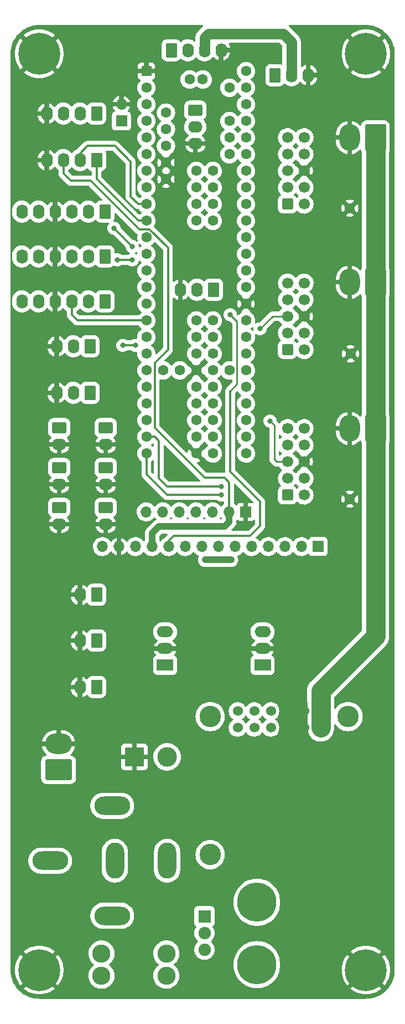
<source format=gbr>
%TF.GenerationSoftware,KiCad,Pcbnew,(6.0.2)*%
%TF.CreationDate,2022-07-06T01:18:05+02:00*%
%TF.ProjectId,MainBoard-2023,4d61696e-426f-4617-9264-2d323032332e,rev?*%
%TF.SameCoordinates,Original*%
%TF.FileFunction,Copper,L2,Bot*%
%TF.FilePolarity,Positive*%
%FSLAX46Y46*%
G04 Gerber Fmt 4.6, Leading zero omitted, Abs format (unit mm)*
G04 Created by KiCad (PCBNEW (6.0.2)) date 2022-07-06 01:18:05*
%MOMM*%
%LPD*%
G01*
G04 APERTURE LIST*
G04 Aperture macros list*
%AMRoundRect*
0 Rectangle with rounded corners*
0 $1 Rounding radius*
0 $2 $3 $4 $5 $6 $7 $8 $9 X,Y pos of 4 corners*
0 Add a 4 corners polygon primitive as box body*
4,1,4,$2,$3,$4,$5,$6,$7,$8,$9,$2,$3,0*
0 Add four circle primitives for the rounded corners*
1,1,$1+$1,$2,$3*
1,1,$1+$1,$4,$5*
1,1,$1+$1,$6,$7*
1,1,$1+$1,$8,$9*
0 Add four rect primitives between the rounded corners*
20,1,$1+$1,$2,$3,$4,$5,0*
20,1,$1+$1,$4,$5,$6,$7,0*
20,1,$1+$1,$6,$7,$8,$9,0*
20,1,$1+$1,$8,$9,$2,$3,0*%
G04 Aperture macros list end*
%TA.AperFunction,ComponentPad*%
%ADD10RoundRect,0.250000X-0.845000X0.620000X-0.845000X-0.620000X0.845000X-0.620000X0.845000X0.620000X0*%
%TD*%
%TA.AperFunction,ComponentPad*%
%ADD11O,2.190000X1.740000*%
%TD*%
%TA.AperFunction,ComponentPad*%
%ADD12O,1.740000X2.190000*%
%TD*%
%TA.AperFunction,ComponentPad*%
%ADD13RoundRect,0.250000X0.620000X0.845000X-0.620000X0.845000X-0.620000X-0.845000X0.620000X-0.845000X0*%
%TD*%
%TA.AperFunction,ComponentPad*%
%ADD14R,1.700000X1.700000*%
%TD*%
%TA.AperFunction,ComponentPad*%
%ADD15O,1.700000X1.700000*%
%TD*%
%TA.AperFunction,ComponentPad*%
%ADD16R,1.600000X1.600000*%
%TD*%
%TA.AperFunction,ComponentPad*%
%ADD17C,1.600000*%
%TD*%
%TA.AperFunction,ComponentPad*%
%ADD18C,0.800000*%
%TD*%
%TA.AperFunction,ComponentPad*%
%ADD19C,6.400000*%
%TD*%
%TA.AperFunction,ComponentPad*%
%ADD20C,2.780000*%
%TD*%
%TA.AperFunction,ComponentPad*%
%ADD21R,1.910000X1.910000*%
%TD*%
%TA.AperFunction,ComponentPad*%
%ADD22C,1.910000*%
%TD*%
%TA.AperFunction,ComponentPad*%
%ADD23RoundRect,0.250000X-0.620000X-0.845000X0.620000X-0.845000X0.620000X0.845000X-0.620000X0.845000X0*%
%TD*%
%TA.AperFunction,ComponentPad*%
%ADD24R,2.500000X1.700000*%
%TD*%
%TA.AperFunction,ComponentPad*%
%ADD25O,2.500000X1.700000*%
%TD*%
%TA.AperFunction,ComponentPad*%
%ADD26RoundRect,1.400000X-1.350000X0.000000X1.350000X0.000000X1.350000X0.000000X-1.350000X0.000000X0*%
%TD*%
%TA.AperFunction,ComponentPad*%
%ADD27RoundRect,1.400000X0.000000X-1.350000X0.000000X-1.350000X0.000000X1.350000X0.000000X1.350000X0*%
%TD*%
%TA.AperFunction,ComponentPad*%
%ADD28RoundRect,0.250000X1.330000X1.800000X-1.330000X1.800000X-1.330000X-1.800000X1.330000X-1.800000X0*%
%TD*%
%TA.AperFunction,ComponentPad*%
%ADD29O,3.160000X4.100000*%
%TD*%
%TA.AperFunction,ComponentPad*%
%ADD30R,3.000000X3.000000*%
%TD*%
%TA.AperFunction,ComponentPad*%
%ADD31C,3.000000*%
%TD*%
%TA.AperFunction,ComponentPad*%
%ADD32RoundRect,0.250000X-0.600000X-0.600000X0.600000X-0.600000X0.600000X0.600000X-0.600000X0.600000X0*%
%TD*%
%TA.AperFunction,ComponentPad*%
%ADD33C,1.700000*%
%TD*%
%TA.AperFunction,ComponentPad*%
%ADD34RoundRect,1.500000X1.500000X1.500000X-1.500000X1.500000X-1.500000X-1.500000X1.500000X-1.500000X0*%
%TD*%
%TA.AperFunction,ComponentPad*%
%ADD35C,6.000000*%
%TD*%
%TA.AperFunction,ComponentPad*%
%ADD36C,1.530000*%
%TD*%
%TA.AperFunction,ComponentPad*%
%ADD37C,3.270000*%
%TD*%
%TA.AperFunction,ComponentPad*%
%ADD38RoundRect,0.250000X1.800000X-1.330000X1.800000X1.330000X-1.800000X1.330000X-1.800000X-1.330000X0*%
%TD*%
%TA.AperFunction,ComponentPad*%
%ADD39O,4.100000X3.160000*%
%TD*%
%TA.AperFunction,ViaPad*%
%ADD40C,0.800000*%
%TD*%
%TA.AperFunction,Conductor*%
%ADD41C,0.300000*%
%TD*%
%TA.AperFunction,Conductor*%
%ADD42C,3.000000*%
%TD*%
%TA.AperFunction,Conductor*%
%ADD43C,1.000000*%
%TD*%
%TA.AperFunction,Conductor*%
%ADD44C,1.600000*%
%TD*%
%TA.AperFunction,Conductor*%
%ADD45C,0.250000*%
%TD*%
G04 APERTURE END LIST*
D10*
%TO.P,J15,1,Pin_1*%
%TO.N,Net-(U1-Pad88)*%
X119888000Y-39624000D03*
D11*
%TO.P,J15,2,Pin_2*%
%TO.N,Net-(U1-Pad87)*%
X119888000Y-42164000D03*
%TO.P,J15,3,Pin_3*%
%TO.N,GND*%
X119888000Y-44704000D03*
%TD*%
D10*
%TO.P,J38,1,Pin_1*%
%TO.N,Detection*%
X106172000Y-100330000D03*
D11*
%TO.P,J38,2,Pin_2*%
%TO.N,GND*%
X106172000Y-102870000D03*
%TD*%
D12*
%TO.P,J14,3,Pin_3*%
%TO.N,GND*%
X117602000Y-67056000D03*
%TO.P,J14,2,Pin_2*%
%TO.N,+5V*%
X120142000Y-67056000D03*
D13*
%TO.P,J14,1,Pin_1*%
%TO.N,Sensor-03*%
X122682000Y-67056000D03*
%TD*%
D12*
%TO.P,J13,3,Pin_3*%
%TO.N,GND*%
X98679000Y-75692000D03*
%TO.P,J13,2,Pin_2*%
%TO.N,+5V*%
X101219000Y-75692000D03*
D13*
%TO.P,J13,1,Pin_1*%
%TO.N,Sensor-02*%
X103759000Y-75692000D03*
%TD*%
D12*
%TO.P,J11,3,Pin_3*%
%TO.N,GND*%
X98679000Y-82804000D03*
%TO.P,J11,2,Pin_2*%
%TO.N,+5V*%
X101219000Y-82804000D03*
D13*
%TO.P,J11,1,Pin_1*%
%TO.N,Sensor-01*%
X103759000Y-82804000D03*
%TD*%
D14*
%TO.P,J10,1,Pin_1*%
%TO.N,T_IRQ*%
X138674000Y-106299000D03*
D15*
%TO.P,J10,2,Pin_2*%
%TO.N,T_DO*%
X136134000Y-106299000D03*
%TO.P,J10,3,Pin_3*%
%TO.N,T_DIN*%
X133594000Y-106299000D03*
%TO.P,J10,4,Pin_4*%
%TO.N,T_CS*%
X131054000Y-106299000D03*
%TO.P,J10,5,Pin_5*%
%TO.N,T_CLK*%
X128514000Y-106299000D03*
%TO.P,J10,6,Pin_6*%
%TO.N,TFT_MISO*%
X125974000Y-106299000D03*
%TO.P,J10,7,Pin_7*%
%TO.N,Net-(J10-Pad7)*%
X123434000Y-106299000D03*
%TO.P,J10,8,Pin_8*%
%TO.N,SCK*%
X120894000Y-106299000D03*
%TO.P,J10,9,Pin_9*%
%TO.N,MOSI*%
X118354000Y-106299000D03*
%TO.P,J10,10,Pin_10*%
%TO.N,TFT_DC*%
X115814000Y-106299000D03*
%TO.P,J10,11,Pin_11*%
%TO.N,+3V3*%
X113274000Y-106299000D03*
%TO.P,J10,12,Pin_12*%
%TO.N,CS*%
X110734000Y-106299000D03*
%TO.P,J10,13,Pin_13*%
%TO.N,GND*%
X108194000Y-106299000D03*
%TO.P,J10,14,Pin_14*%
%TO.N,+5V*%
X105654000Y-106299000D03*
%TD*%
D16*
%TO.P,C3,1*%
%TO.N,+5VP*%
X147320000Y-99060000D03*
D17*
%TO.P,C3,2*%
%TO.N,GND*%
X143520000Y-99060000D03*
%TD*%
D14*
%TO.P,J8,1,Pin_1*%
%TO.N,Robot*%
X108585000Y-41275000D03*
D15*
%TO.P,J8,2,Pin_2*%
%TO.N,GND*%
X108585000Y-38735000D03*
%TD*%
D18*
%TO.P,H4,1,1*%
%TO.N,GND*%
X93600000Y-171000000D03*
X96000000Y-173400000D03*
X97697056Y-172697056D03*
D19*
X96000000Y-171000000D03*
D18*
X96000000Y-168600000D03*
X94302944Y-169302944D03*
X94302944Y-172697056D03*
X97697056Y-169302944D03*
X98400000Y-171000000D03*
%TD*%
D16*
%TO.P,C6,1*%
%TO.N,+5VP*%
X147320000Y-54610000D03*
D17*
%TO.P,C6,2*%
%TO.N,GND*%
X143520000Y-54610000D03*
%TD*%
D18*
%TO.P,H3,1,1*%
%TO.N,GND*%
X146000000Y-168600000D03*
X144302944Y-172697056D03*
X146000000Y-173400000D03*
X143600000Y-171000000D03*
X147697056Y-172697056D03*
X144302944Y-169302944D03*
D19*
X146000000Y-171000000D03*
D18*
X148400000Y-171000000D03*
X147697056Y-169302944D03*
%TD*%
%TO.P,H2,1,1*%
%TO.N,GND*%
X143600000Y-31000000D03*
D19*
X146000000Y-31000000D03*
D18*
X148400000Y-31000000D03*
X144302944Y-32697056D03*
X147697056Y-29302944D03*
X146000000Y-28600000D03*
X147697056Y-32697056D03*
X146000000Y-33400000D03*
X144302944Y-29302944D03*
%TD*%
D14*
%TO.P,J24,1,Pin_1*%
%TO.N,GND*%
X127615000Y-100990000D03*
D15*
%TO.P,J24,2,Pin_2*%
%TO.N,+3V3*%
X125075000Y-100990000D03*
%TO.P,J24,3,Pin_3*%
%TO.N,SCK*%
X122535000Y-100990000D03*
%TO.P,J24,4,Pin_4*%
%TO.N,MOSI*%
X119995000Y-100990000D03*
%TO.P,J24,5,Pin_5*%
%TO.N,RES*%
X117455000Y-100990000D03*
%TO.P,J24,6,Pin_6*%
%TO.N,DC*%
X114915000Y-100990000D03*
%TO.P,J24,7,Pin_7*%
%TO.N,CS*%
X112375000Y-100990000D03*
%TD*%
D16*
%TO.P,U1,1,GND*%
%TO.N,GND*%
X112395000Y-33655000D03*
D17*
%TO.P,U1,2,0_RX1_MOSI1_Touch*%
%TO.N,TX-lidar*%
X112395000Y-36195000D03*
%TO.P,U1,3,1_TX1_MISO1_Touch*%
%TO.N,RX-lidar*%
X112395000Y-38735000D03*
%TO.P,U1,4,2_PWM*%
%TO.N,Robot*%
X112395000Y-41275000D03*
%TO.P,U1,5,3_PWM_CAN0TX_SCL2*%
%TO.N,SCL*%
X112395000Y-43815000D03*
%TO.P,U1,6,4_PWM_CAN0RX_SDA2*%
%TO.N,SDA*%
X112395000Y-46355000D03*
%TO.P,U1,7,5_PWM_TX1_MISO1*%
%TO.N,STEP_1*%
X112395000Y-48895000D03*
%TO.P,U1,8,6_PWM*%
%TO.N,STEP_2*%
X112395000Y-51435000D03*
%TO.P,U1,9,7_RX3_MOSI0_SCL0*%
%TO.N,DOUT-xbee*%
X112395000Y-53975000D03*
%TO.P,U1,10,8_TX3_MISO0_SDA0*%
%TO.N,DIN-xbee*%
X112395000Y-56515000D03*
%TO.P,U1,11,9_PWM_RX2_CS0*%
%TO.N,STEP_3*%
X112395000Y-59055000D03*
%TO.P,U1,12,10_PWM_TX2_CS0*%
%TO.N,DIR_1*%
X112395000Y-61595000D03*
%TO.P,U1,13,11_MOSI0*%
%TO.N,DIR_2*%
X112395000Y-64135000D03*
%TO.P,U1,14,12_MISO0*%
%TO.N,DIR_3*%
X112395000Y-66675000D03*
%TO.P,U1,15,3.3V*%
%TO.N,unconnected-(U1-Pad15)*%
X112395000Y-69215000D03*
%TO.P,U1,16,24*%
%TO.N,EN*%
X112395000Y-71755000D03*
%TO.P,U1,17,25*%
%TO.N,Init*%
X112395000Y-74295000D03*
%TO.P,U1,18,26_TX1_SCL2*%
%TO.N,Tirette*%
X112395000Y-76835000D03*
%TO.P,U1,19,27_RX1_SCK0*%
%TO.N,Couleur*%
X112395000Y-79375000D03*
%TO.P,U1,20,28_MOSI0*%
%TO.N,Detection*%
X112395000Y-81915000D03*
%TO.P,U1,21,29_PWM_CAN0TX_Touch*%
%TO.N,RES*%
X112395000Y-84455000D03*
%TO.P,U1,22,30_PWM_CAN0RX_Touch*%
%TO.N,DC*%
X112395000Y-86995000D03*
%TO.P,U1,23,31_A12_RX4_CS1*%
%TO.N,C_Act3-2*%
X112395000Y-89535000D03*
%TO.P,U1,24,32_A13_TX4_SCK1*%
%TO.N,C_Act3-1*%
X112395000Y-92075000D03*
%TO.P,U1,25,VBat*%
%TO.N,unconnected-(U1-Pad25)*%
X114935000Y-79375000D03*
%TO.P,U1,26,3.3V*%
%TO.N,unconnected-(U1-Pad26)*%
X117475000Y-79375000D03*
%TO.P,U1,27,GND*%
%TO.N,GND*%
X120015000Y-79375000D03*
%TO.P,U1,28,Program*%
%TO.N,Program*%
X122555000Y-79375000D03*
%TO.P,U1,29,Reset*%
%TO.N,Reset*%
X125095000Y-79375000D03*
%TO.P,U1,30,33_A14_TX5_CAN1TX_SCL0*%
%TO.N,C_Act3-5*%
X127635000Y-92075000D03*
%TO.P,U1,31,34_A15_RX5_CAN1RX_SDA0*%
%TO.N,C_Act3-7*%
X127635000Y-89535000D03*
%TO.P,U1,32,35_A16_PWM*%
%TO.N,C_Act2-2*%
X127635000Y-86995000D03*
%TO.P,U1,33,36_A17_PWM*%
%TO.N,C_Act2-1*%
X127635000Y-84455000D03*
%TO.P,U1,34,37_A18_PWM_SCL1*%
%TO.N,C_Act2-3*%
X127635000Y-81915000D03*
%TO.P,U1,35,38_A19_PWM_SDA1*%
%TO.N,C_Act2-4*%
X127635000Y-79375000D03*
%TO.P,U1,36,39_A20*%
%TO.N,C_Act2-5*%
X127635000Y-76835000D03*
%TO.P,U1,37,A21_DAC0*%
%TO.N,unconnected-(U1-Pad37)*%
X127635000Y-74295000D03*
%TO.P,U1,38,A22_DAC1*%
%TO.N,unconnected-(U1-Pad38)*%
X127635000Y-71755000D03*
%TO.P,U1,39,GND*%
%TO.N,GND*%
X127635000Y-69215000D03*
%TO.P,U1,40,13_SCK0_LED*%
%TO.N,unconnected-(U1-Pad40)*%
X127635000Y-66675000D03*
%TO.P,U1,41,14_A0_PWM_SCK0*%
%TO.N,C_Act2-7*%
X127635000Y-64135000D03*
%TO.P,U1,42,15_A1_CS0_Touch*%
%TO.N,C_Act2-8*%
X127635000Y-61595000D03*
%TO.P,U1,43,16_A2_SCL0_Touch*%
%TO.N,C_Act1-1*%
X127635000Y-59055000D03*
%TO.P,U1,44,17_A3_SDA0_Touch*%
%TO.N,C_Act1-2*%
X127635000Y-56515000D03*
%TO.P,U1,45,18_A4_SDA0_Touch*%
%TO.N,C_Act1-3*%
X127635000Y-53975000D03*
%TO.P,U1,46,19_A5_SCL0_Touch*%
%TO.N,C_Act1-4*%
X127635000Y-51435000D03*
%TO.P,U1,47,20_A6_PWM_CS0_SCK1*%
%TO.N,C_Act1-5*%
X127635000Y-48895000D03*
%TO.P,U1,48,21_A7_PWM_CS0_MOSI1*%
%TO.N,C_Act1-6*%
X127635000Y-46355000D03*
%TO.P,U1,49,22_A8_PWM_Touch*%
%TO.N,C_Act1-7*%
X127635000Y-43815000D03*
%TO.P,U1,50,23_A9_PWM_Touch*%
%TO.N,C_Act1-8*%
X127635000Y-41275000D03*
%TO.P,U1,51,3.3V*%
%TO.N,unconnected-(U1-Pad51)*%
X127635000Y-38735000D03*
%TO.P,U1,52,AGND*%
%TO.N,unconnected-(U1-Pad52)*%
X127635000Y-36195000D03*
%TO.P,U1,53,Vin*%
%TO.N,+5V*%
X127635000Y-33655000D03*
%TO.P,U1,54,VUSB*%
%TO.N,unconnected-(U1-Pad54)*%
X125095000Y-36195000D03*
%TO.P,U1,55,AREF*%
%TO.N,unconnected-(U1-Pad55)*%
X125095000Y-41275000D03*
%TO.P,U1,56,A10*%
%TO.N,unconnected-(U1-Pad56)*%
X125095000Y-43815000D03*
%TO.P,U1,57,A11*%
%TO.N,unconnected-(U1-Pad57)*%
X125095000Y-46355000D03*
%TO.P,U1,58,not_used*%
%TO.N,unconnected-(U1-Pad58)*%
X115395000Y-40005000D03*
%TO.P,U1,59,A26*%
%TO.N,unconnected-(U1-Pad59)*%
X115395000Y-42545000D03*
%TO.P,U1,60,A25*%
%TO.N,unconnected-(U1-Pad60)*%
X115395000Y-45085000D03*
%TO.P,U1,61,GND*%
%TO.N,GND*%
X115395000Y-47625000D03*
%TO.P,U1,62,GND*%
X115395000Y-50165000D03*
%TO.P,U1,63,G*%
%TO.N,unconnected-(U1-Pad63)*%
X120015000Y-48895000D03*
%TO.P,U1,64,Debug_DE*%
%TO.N,unconnected-(U1-Pad64)*%
X120015000Y-51435000D03*
%TO.P,U1,65,Debug_DC*%
%TO.N,unconnected-(U1-Pad65)*%
X120015000Y-53975000D03*
%TO.P,U1,66,Debug_DD*%
%TO.N,unconnected-(U1-Pad66)*%
X120015000Y-56515000D03*
%TO.P,U1,67,40*%
%TO.N,Sensor-03*%
X120015000Y-71755000D03*
%TO.P,U1,68,41*%
%TO.N,Sensor-02*%
X120015000Y-74295000D03*
%TO.P,U1,69,42*%
%TO.N,Sensor-01*%
X120015000Y-76835000D03*
%TO.P,U1,70,43_CS2*%
%TO.N,CS*%
X120015000Y-81915000D03*
%TO.P,U1,71,44_MOSI2*%
%TO.N,MOSI*%
X120015000Y-84455000D03*
%TO.P,U1,72,45_MISO2*%
%TO.N,TFT_MISO*%
X120015000Y-86995000D03*
%TO.P,U1,73,46_SCK2*%
%TO.N,SCK*%
X120015000Y-89535000D03*
%TO.P,U1,74,GND*%
%TO.N,GND*%
X120015000Y-92075000D03*
%TO.P,U1,75,3.3V*%
%TO.N,unconnected-(U1-Pad75)*%
X122555000Y-92075000D03*
%TO.P,U1,76,47_RX6_SCL0*%
%TO.N,C_Act3-3*%
X122555000Y-89535000D03*
%TO.P,U1,77,48_TX6_SDA0*%
%TO.N,C_Act3-4*%
X122555000Y-86995000D03*
%TO.P,U1,78,49_A23*%
%TO.N,C_Act3-6*%
X122555000Y-84455000D03*
%TO.P,U1,79,50_A24*%
%TO.N,C_Act3-8*%
X122555000Y-81915000D03*
%TO.P,U1,80,51_MISO2*%
%TO.N,unconnected-(U1-Pad80)*%
X122555000Y-76835000D03*
%TO.P,U1,81,52_MOSI2*%
%TO.N,C_Act3-9*%
X122555000Y-74295000D03*
%TO.P,U1,82,53_SCK2*%
%TO.N,C_Act2-9*%
X122555000Y-71755000D03*
%TO.P,U1,83,54_CS2*%
%TO.N,TFT_DC*%
X122555000Y-56515000D03*
%TO.P,U1,84,55*%
%TO.N,C_Act2-6*%
X122555000Y-53975000D03*
%TO.P,U1,85,56*%
%TO.N,C_Act1-9*%
X122555000Y-51435000D03*
%TO.P,U1,86,57*%
%TO.N,NEO_PIXEL*%
X122555000Y-48895000D03*
%TO.P,U1,87,D-*%
%TO.N,Net-(U1-Pad87)*%
X121025000Y-34925000D03*
%TO.P,U1,88,D+*%
%TO.N,Net-(U1-Pad88)*%
X119005000Y-34925000D03*
%TD*%
D20*
%TO.P,F2,1*%
%TO.N,/24VD*%
X115450000Y-171880000D03*
X115450000Y-168480000D03*
%TO.P,F2,2*%
%TO.N,Net-(D4-Pad1)*%
X105530000Y-171880000D03*
X105530000Y-168480000D03*
%TD*%
D18*
%TO.P,H1,1,1*%
%TO.N,GND*%
X93600000Y-31000000D03*
X96000000Y-28600000D03*
X97697056Y-29302944D03*
X94302944Y-29302944D03*
X97697056Y-32697056D03*
D19*
X96000000Y-31000000D03*
D18*
X94302944Y-32697056D03*
X98400000Y-31000000D03*
X96000000Y-33400000D03*
%TD*%
D16*
%TO.P,C4,1*%
%TO.N,+5VP*%
X147447000Y-76835000D03*
D17*
%TO.P,C4,2*%
%TO.N,GND*%
X143647000Y-76835000D03*
%TD*%
D21*
%TO.P,D10,1,K*%
%TO.N,+BATT*%
X121285000Y-162804000D03*
D22*
%TO.P,D10,2,A*%
%TO.N,/24VD*%
X121285000Y-165354000D03*
%TO.P,D10,3,K*%
%TO.N,ALIM*%
X121285000Y-167904000D03*
%TD*%
D13*
%TO.P,J5,1,Pin_1*%
%TO.N,DIR_1*%
X106045000Y-55118000D03*
D12*
%TO.P,J5,2,Pin_2*%
%TO.N,STEP_1*%
X103505000Y-55118000D03*
%TO.P,J5,3,Pin_3*%
%TO.N,EN*%
X100965000Y-55118000D03*
%TO.P,J5,4,Pin_4*%
%TO.N,GND*%
X98425000Y-55118000D03*
%TO.P,J5,5,Pin_5*%
%TO.N,+5V*%
X95885000Y-55118000D03*
%TO.P,J5,6,Pin_6*%
%TO.N,+24V*%
X93345000Y-55118000D03*
%TD*%
D10*
%TO.P,J37,1,Pin_1*%
%TO.N,Couleur*%
X106172000Y-94234000D03*
D11*
%TO.P,J37,2,Pin_2*%
%TO.N,GND*%
X106172000Y-96774000D03*
%TD*%
D10*
%TO.P,J32,1,Pin_1*%
%TO.N,Tirette*%
X106172000Y-88138000D03*
D11*
%TO.P,J32,2,Pin_2*%
%TO.N,GND*%
X106172000Y-90678000D03*
%TD*%
D23*
%TO.P,J30,1,Pin_1*%
%TO.N,NEO_PIXEL*%
X132080000Y-34270000D03*
D12*
%TO.P,J30,2,Pin_2*%
%TO.N,+5VP*%
X134620000Y-34270000D03*
%TO.P,J30,3,Pin_3*%
%TO.N,GND*%
X137160000Y-34270000D03*
%TD*%
D13*
%TO.P,J22,1,Pin_1*%
%TO.N,SCL*%
X104775000Y-40132000D03*
D12*
%TO.P,J22,2,Pin_2*%
%TO.N,SDA*%
X102235000Y-40132000D03*
%TO.P,J22,3,Pin_3*%
%TO.N,+5V*%
X99695000Y-40132000D03*
%TO.P,J22,4,Pin_4*%
%TO.N,GND*%
X97155000Y-40132000D03*
%TD*%
D24*
%TO.P,U4,1,IN*%
%TO.N,+24V*%
X115267500Y-124420000D03*
D25*
%TO.P,U4,2,GND*%
%TO.N,GND*%
X115267500Y-121880000D03*
%TO.P,U4,3,OUT*%
%TO.N,+5V*%
X115267500Y-119340000D03*
%TD*%
D23*
%TO.P,J12,1,Pin_1*%
%TO.N,RX-lidar*%
X116205000Y-30460000D03*
D12*
%TO.P,J12,2,Pin_2*%
%TO.N,TX-lidar*%
X118745000Y-30460000D03*
%TO.P,J12,3,Pin_3*%
%TO.N,+5VP*%
X121285000Y-30460000D03*
%TO.P,J12,4,Pin_4*%
%TO.N,GND*%
X123825000Y-30460000D03*
%TD*%
D26*
%TO.P,K1,30,30*%
%TO.N,Net-(D4-Pad1)*%
X97670000Y-154305000D03*
%TO.P,K1,85,85*%
X107170000Y-162705000D03*
%TO.P,K1,86,86*%
%TO.N,Net-(D4-Pad2)*%
X107170000Y-145905000D03*
D27*
%TO.P,K1,87,87*%
%TO.N,+24V*%
X115570000Y-154305000D03*
%TO.P,K1,87a,87a*%
%TO.N,unconnected-(K1-Pad87a)*%
X107570000Y-154305000D03*
%TD*%
D28*
%TO.P,J27,1,Pin_1*%
%TO.N,+5VP*%
X147447000Y-65913000D03*
D29*
%TO.P,J27,2,Pin_2*%
%TO.N,GND*%
X143487000Y-65913000D03*
%TD*%
D10*
%TO.P,J39,1,Pin_1*%
%TO.N,Program*%
X99060000Y-100330000D03*
D11*
%TO.P,J39,2,Pin_2*%
%TO.N,GND*%
X99060000Y-102870000D03*
%TD*%
D30*
%TO.P,J7,1,Pin_1*%
%TO.N,GND*%
X110570000Y-138430000D03*
D31*
%TO.P,J7,2,Pin_2*%
%TO.N,+24V*%
X115570000Y-138430000D03*
%TD*%
D28*
%TO.P,J20,1,Pin_1*%
%TO.N,+5VP*%
X147447000Y-43815000D03*
D29*
%TO.P,J20,2,Pin_2*%
%TO.N,GND*%
X143487000Y-43815000D03*
%TD*%
D32*
%TO.P,C_Act2,1,Pin_1*%
%TO.N,C_Act2-1*%
X133985000Y-76200000D03*
D33*
%TO.P,C_Act2,2,Pin_2*%
%TO.N,C_Act2-2*%
X136525000Y-76200000D03*
%TO.P,C_Act2,3,Pin_3*%
%TO.N,C_Act2-3*%
X133985000Y-73660000D03*
%TO.P,C_Act2,4,Pin_4*%
%TO.N,C_Act2-4*%
X136525000Y-73660000D03*
%TO.P,C_Act2,5,Pin_5*%
%TO.N,C_Act2-9*%
X133985000Y-71120000D03*
%TO.P,C_Act2,6,Pin_6*%
%TO.N,GND*%
X136525000Y-71120000D03*
%TO.P,C_Act2,7,Pin_7*%
%TO.N,C_Act2-5*%
X133985000Y-68580000D03*
%TO.P,C_Act2,8,Pin_8*%
%TO.N,C_Act2-6*%
X136525000Y-68580000D03*
%TO.P,C_Act2,9,Pin_9*%
%TO.N,C_Act2-7*%
X133985000Y-66040000D03*
%TO.P,C_Act2,10,Pin_10*%
%TO.N,C_Act2-8*%
X136525000Y-66040000D03*
%TD*%
D13*
%TO.P,J29,1,Pin_1*%
%TO.N,+5V*%
X104775000Y-113665000D03*
D12*
%TO.P,J29,2,Pin_2*%
%TO.N,GND*%
X102235000Y-113665000D03*
%TD*%
D34*
%TO.P,J1,1,Pin_1*%
%TO.N,GND*%
X136525000Y-160655000D03*
D35*
%TO.P,J1,2,Pin_2*%
%TO.N,+BATT*%
X129325000Y-160655000D03*
%TD*%
D32*
%TO.P,C_Act1,1,Pin_1*%
%TO.N,C_Act1-1*%
X133985000Y-53975000D03*
D33*
%TO.P,C_Act1,2,Pin_2*%
%TO.N,C_Act1-2*%
X136525000Y-53975000D03*
%TO.P,C_Act1,3,Pin_3*%
%TO.N,C_Act1-3*%
X133985000Y-51435000D03*
%TO.P,C_Act1,4,Pin_4*%
%TO.N,C_Act1-4*%
X136525000Y-51435000D03*
%TO.P,C_Act1,5,Pin_5*%
%TO.N,C_Act1-9*%
X133985000Y-48895000D03*
%TO.P,C_Act1,6,Pin_6*%
%TO.N,GND*%
X136525000Y-48895000D03*
%TO.P,C_Act1,7,Pin_7*%
%TO.N,C_Act1-5*%
X133985000Y-46355000D03*
%TO.P,C_Act1,8,Pin_8*%
%TO.N,C_Act1-6*%
X136525000Y-46355000D03*
%TO.P,C_Act1,9,Pin_9*%
%TO.N,C_Act1-7*%
X133985000Y-43815000D03*
%TO.P,C_Act1,10,Pin_10*%
%TO.N,C_Act1-8*%
X136525000Y-43815000D03*
%TD*%
D13*
%TO.P,J28,1,Pin_1*%
%TO.N,+5V*%
X104775000Y-127762000D03*
D12*
%TO.P,J28,2,Pin_2*%
%TO.N,GND*%
X102235000Y-127762000D03*
%TD*%
D24*
%TO.P,U2,1,IN*%
%TO.N,+24V*%
X130175000Y-124420000D03*
D25*
%TO.P,U2,2,GND*%
%TO.N,GND*%
X130175000Y-121880000D03*
%TO.P,U2,3,OUT*%
%TO.N,+3V3*%
X130175000Y-119340000D03*
%TD*%
D13*
%TO.P,J3,1,Pin_1*%
%TO.N,DIR_2*%
X106045000Y-61976000D03*
D12*
%TO.P,J3,2,Pin_2*%
%TO.N,STEP_2*%
X103505000Y-61976000D03*
%TO.P,J3,3,Pin_3*%
%TO.N,EN*%
X100965000Y-61976000D03*
%TO.P,J3,4,Pin_4*%
%TO.N,GND*%
X98425000Y-61976000D03*
%TO.P,J3,5,Pin_5*%
%TO.N,+5V*%
X95885000Y-61976000D03*
%TO.P,J3,6,Pin_6*%
%TO.N,+24V*%
X93345000Y-61976000D03*
%TD*%
D13*
%TO.P,J2,1,Pin_1*%
%TO.N,DIN-xbee*%
X104775000Y-47244000D03*
D12*
%TO.P,J2,2,Pin_2*%
%TO.N,DOUT-xbee*%
X102235000Y-47244000D03*
%TO.P,J2,3,Pin_3*%
%TO.N,+3V3*%
X99695000Y-47244000D03*
%TO.P,J2,4,Pin_4*%
%TO.N,GND*%
X97155000Y-47244000D03*
%TD*%
D34*
%TO.P,J9,1,Pin_1*%
%TO.N,GND*%
X136525000Y-170180000D03*
D35*
%TO.P,J9,2,Pin_2*%
%TO.N,ALIM*%
X129325000Y-170180000D03*
%TD*%
D36*
%TO.P,PS1,1,VOUT_1*%
%TO.N,+5VP*%
X139065000Y-131445000D03*
%TO.P,PS1,2,VOUT_2*%
X139065000Y-133985000D03*
%TO.P,PS1,3,GND_1*%
%TO.N,GND*%
X136525000Y-131445000D03*
%TO.P,PS1,4,GND_2*%
X136525000Y-133985000D03*
%TO.P,PS1,5,GND_3*%
X133985000Y-131445000D03*
%TO.P,PS1,6,GND_4*%
X133985000Y-133985000D03*
%TO.P,PS1,7,VIN_1*%
%TO.N,+24V*%
X131445000Y-131445000D03*
%TO.P,PS1,8,VIN_2*%
X131445000Y-133985000D03*
%TO.P,PS1,9,VRP_1*%
%TO.N,unconnected-(PS1-Pad9)*%
X128905000Y-131445000D03*
%TO.P,PS1,10,VRP_2*%
%TO.N,unconnected-(PS1-Pad10)*%
X128905000Y-133985000D03*
%TO.P,PS1,11,EN*%
%TO.N,En5VP*%
X126365000Y-131445000D03*
%TO.P,PS1,12,PG*%
%TO.N,unconnected-(PS1-Pad12)*%
X126365000Y-133985000D03*
D37*
%TO.P,PS1,MH1,MH1*%
%TO.N,unconnected-(PS1-PadMH1)*%
X143265000Y-132275000D03*
%TO.P,PS1,MH2,MH2*%
%TO.N,unconnected-(PS1-PadMH2)*%
X122165000Y-132275000D03*
%TO.P,PS1,MH3,MH3*%
%TO.N,unconnected-(PS1-PadMH3)*%
X122165000Y-153375000D03*
%TD*%
D13*
%TO.P,J6,1,Pin_1*%
%TO.N,DIR_3*%
X106045000Y-68834000D03*
D12*
%TO.P,J6,2,Pin_2*%
%TO.N,STEP_3*%
X103505000Y-68834000D03*
%TO.P,J6,3,Pin_3*%
%TO.N,EN*%
X100965000Y-68834000D03*
%TO.P,J6,4,Pin_4*%
%TO.N,GND*%
X98425000Y-68834000D03*
%TO.P,J6,5,Pin_5*%
%TO.N,+5V*%
X95885000Y-68834000D03*
%TO.P,J6,6,Pin_6*%
%TO.N,+24V*%
X93345000Y-68834000D03*
%TD*%
D13*
%TO.P,J23,1,Pin_1*%
%TO.N,+5V*%
X104775000Y-120650000D03*
D12*
%TO.P,J23,2,Pin_2*%
%TO.N,GND*%
X102235000Y-120650000D03*
%TD*%
D10*
%TO.P,J4,1,Pin_1*%
%TO.N,Init*%
X99060000Y-88138000D03*
D11*
%TO.P,J4,2,Pin_2*%
%TO.N,GND*%
X99060000Y-90678000D03*
%TD*%
D38*
%TO.P,J21,1,Pin_1*%
%TO.N,Net-(D4-Pad2)*%
X98955000Y-140410000D03*
D39*
%TO.P,J21,2,Pin_2*%
%TO.N,GND*%
X98955000Y-136450000D03*
%TD*%
D32*
%TO.P,C_Act3,1,Pin_1*%
%TO.N,C_Act3-1*%
X133985000Y-98425000D03*
D33*
%TO.P,C_Act3,2,Pin_2*%
%TO.N,C_Act3-2*%
X136525000Y-98425000D03*
%TO.P,C_Act3,3,Pin_3*%
%TO.N,C_Act3-3*%
X133985000Y-95885000D03*
%TO.P,C_Act3,4,Pin_4*%
%TO.N,C_Act3-4*%
X136525000Y-95885000D03*
%TO.P,C_Act3,5,Pin_5*%
%TO.N,C_Act3-9*%
X133985000Y-93345000D03*
%TO.P,C_Act3,6,Pin_6*%
%TO.N,GND*%
X136525000Y-93345000D03*
%TO.P,C_Act3,7,Pin_7*%
%TO.N,C_Act3-5*%
X133985000Y-90805000D03*
%TO.P,C_Act3,8,Pin_8*%
%TO.N,C_Act3-6*%
X136525000Y-90805000D03*
%TO.P,C_Act3,9,Pin_9*%
%TO.N,C_Act3-7*%
X133985000Y-88265000D03*
%TO.P,C_Act3,10,Pin_10*%
%TO.N,C_Act3-8*%
X136525000Y-88265000D03*
%TD*%
D10*
%TO.P,J40,1,Pin_1*%
%TO.N,Reset*%
X99060000Y-94234000D03*
D11*
%TO.P,J40,2,Pin_2*%
%TO.N,GND*%
X99060000Y-96774000D03*
%TD*%
D29*
%TO.P,J26,2,Pin_2*%
%TO.N,GND*%
X143487000Y-88265000D03*
D28*
%TO.P,J26,1,Pin_1*%
%TO.N,+5VP*%
X147447000Y-88265000D03*
%TD*%
D40*
%TO.N,Sensor-01*%
X108801500Y-75565000D03*
X110744000Y-75565000D03*
%TO.N,DIR_1*%
X110236000Y-60452000D03*
X107442000Y-57658000D03*
%TO.N,GND*%
X133350000Y-153289000D03*
X111252000Y-120142000D03*
X111252000Y-122555000D03*
X135890000Y-153289000D03*
X138430000Y-153289000D03*
X108712000Y-122682000D03*
X126365000Y-122555000D03*
X126365000Y-119888000D03*
X123825000Y-122682000D03*
X108712000Y-120142000D03*
X130810000Y-153289000D03*
X123825000Y-119888000D03*
%TO.N,DIR_2*%
X107950000Y-62484000D03*
X110236000Y-62484000D03*
%TO.N,+3V3*%
X121412000Y-108331000D03*
X125349000Y-108331000D03*
%TO.N,C_Act2-9*%
X129794000Y-73025000D03*
%TO.N,C_Act3-9*%
X131318000Y-87122000D03*
%TO.N,C_Act3-1*%
X123825000Y-98425000D03*
%TO.N,C_Act3-2*%
X123825000Y-97155000D03*
%TO.N,TFT_DC*%
X125222000Y-70866000D03*
%TD*%
D41*
%TO.N,Sensor-01*%
X103759000Y-82169000D02*
X103759000Y-82804000D01*
%TO.N,EN*%
X100965000Y-70866000D02*
X100965000Y-68834000D01*
X112395000Y-71755000D02*
X101854000Y-71755000D01*
X101854000Y-71755000D02*
X100965000Y-70866000D01*
%TO.N,+3V3*%
X125075000Y-96500000D02*
X125075000Y-100990000D01*
X124333000Y-95758000D02*
X125075000Y-96500000D01*
X121285000Y-95758000D02*
X124333000Y-95758000D01*
X113665000Y-88138000D02*
X121285000Y-95758000D01*
X115697000Y-76200000D02*
X113665000Y-78232000D01*
X112891855Y-57855489D02*
X115697000Y-60660634D01*
X111322489Y-57855489D02*
X112891855Y-57855489D01*
X103886000Y-50419000D02*
X111322489Y-57855489D01*
X99695000Y-49276000D02*
X100838000Y-50419000D01*
X99695000Y-47244000D02*
X99695000Y-49276000D01*
%TO.N,DOUT-xbee*%
X102235000Y-46228000D02*
X102235000Y-47244000D01*
X103378000Y-45085000D02*
X102235000Y-46228000D01*
X107569000Y-45085000D02*
X103378000Y-45085000D01*
X109982000Y-47498000D02*
X107569000Y-45085000D01*
X109982000Y-52832000D02*
X109982000Y-47498000D01*
%TO.N,+3V3*%
X115697000Y-60660634D02*
X115697000Y-76200000D01*
%TO.N,DOUT-xbee*%
X111125000Y-53975000D02*
X109982000Y-52832000D01*
%TO.N,DIN-xbee*%
X104775000Y-50165000D02*
X111125000Y-56515000D01*
X104775000Y-47244000D02*
X104775000Y-50165000D01*
X111125000Y-56515000D02*
X112395000Y-56515000D01*
%TO.N,+3V3*%
X100838000Y-50419000D02*
X103886000Y-50419000D01*
%TO.N,DOUT-xbee*%
X112395000Y-53975000D02*
X111125000Y-53975000D01*
%TO.N,+3V3*%
X113665000Y-78232000D02*
X113665000Y-88138000D01*
D42*
%TO.N,+5VP*%
X147447000Y-120015000D02*
X147447000Y-43815000D01*
X139065000Y-128397000D02*
X147447000Y-120015000D01*
X139065000Y-133985000D02*
X139065000Y-128397000D01*
D41*
%TO.N,Sensor-01*%
X108801500Y-75565000D02*
X110744000Y-75565000D01*
%TO.N,DIR_2*%
X110236000Y-62484000D02*
X107950000Y-62484000D01*
%TO.N,DIR_1*%
X110236000Y-60452000D02*
X107442000Y-57658000D01*
D43*
%TO.N,+3V3*%
X121412000Y-108331000D02*
X125349000Y-108331000D01*
X113274000Y-106299000D02*
X113274000Y-104277000D01*
X125075000Y-102509000D02*
X125075000Y-100990000D01*
X124333000Y-103251000D02*
X125075000Y-102509000D01*
X114300000Y-103251000D02*
X124333000Y-103251000D01*
X113274000Y-104277000D02*
X114300000Y-103251000D01*
D44*
%TO.N,+5VP*%
X121285000Y-28575000D02*
X121920000Y-27940000D01*
X121920000Y-27940000D02*
X133350000Y-27940000D01*
X133350000Y-27940000D02*
X134620000Y-29210000D01*
X134620000Y-29210000D02*
X134620000Y-34270000D01*
X121285000Y-30460000D02*
X121285000Y-28575000D01*
D45*
%TO.N,C_Act2-9*%
X131699000Y-71120000D02*
X133985000Y-71120000D01*
X129794000Y-73025000D02*
X131699000Y-71120000D01*
%TO.N,C_Act3-9*%
X132334000Y-93345000D02*
X133985000Y-93345000D01*
X131953000Y-87757000D02*
X131953000Y-92964000D01*
X131318000Y-87122000D02*
X131953000Y-87757000D01*
X131953000Y-92964000D02*
X132334000Y-93345000D01*
D41*
%TO.N,C_Act3-1*%
X112395000Y-95250000D02*
X115570000Y-98425000D01*
X115570000Y-98425000D02*
X123825000Y-98425000D01*
X112395000Y-92075000D02*
X112395000Y-95250000D01*
%TO.N,C_Act3-2*%
X114300000Y-95885000D02*
X114300000Y-90170000D01*
X114300000Y-90170000D02*
X113665000Y-89535000D01*
X113665000Y-89535000D02*
X112395000Y-89535000D01*
X123825000Y-97155000D02*
X115570000Y-97155000D01*
X115570000Y-97155000D02*
X114300000Y-95885000D01*
D45*
%TO.N,TFT_DC*%
X126269511Y-81502489D02*
X125222000Y-82550000D01*
D41*
X128270000Y-104648000D02*
X116586000Y-104648000D01*
X129794000Y-103124000D02*
X128270000Y-104648000D01*
X129794000Y-99441000D02*
X129794000Y-103124000D01*
X125222000Y-82550000D02*
X125222000Y-94869000D01*
D45*
X125222000Y-70866000D02*
X126269511Y-71913511D01*
D41*
X115814000Y-105420000D02*
X115814000Y-106299000D01*
X116586000Y-104648000D02*
X115814000Y-105420000D01*
X125222000Y-94869000D02*
X129794000Y-99441000D01*
D45*
X126269511Y-71913511D02*
X126269511Y-81502489D01*
%TD*%
%TA.AperFunction,Conductor*%
%TO.N,GND*%
G36*
X140970000Y-174625000D02*
G01*
X132715000Y-174625000D01*
X132715000Y-171084150D01*
X132761541Y-170910459D01*
X132819069Y-170547241D01*
X132838315Y-170180000D01*
X132819069Y-169812759D01*
X132761541Y-169449541D01*
X132715000Y-169275848D01*
X132715000Y-161559150D01*
X132761541Y-161385459D01*
X132819069Y-161022241D01*
X132838315Y-160655000D01*
X132819069Y-160287759D01*
X132761541Y-159924541D01*
X132715000Y-159750848D01*
X132715000Y-156210000D01*
X140970000Y-156210000D01*
X140970000Y-174625000D01*
G37*
%TD.AperFunction*%
%TD*%
%TA.AperFunction,Conductor*%
%TO.N,GND*%
G36*
X137056500Y-134055146D02*
G01*
X137056653Y-134057332D01*
X137056653Y-134057336D01*
X137067118Y-134206986D01*
X137071189Y-134265212D01*
X137129591Y-134539970D01*
X137131094Y-134544099D01*
X137131095Y-134544103D01*
X137160242Y-134624182D01*
X137225663Y-134803926D01*
X137357536Y-135051942D01*
X137360122Y-135055501D01*
X137360123Y-135055503D01*
X137455131Y-135186270D01*
X137522642Y-135279192D01*
X137621922Y-135382000D01*
X132461000Y-135382000D01*
X132461000Y-134754282D01*
X132548940Y-134628690D01*
X132552097Y-134624182D01*
X132554420Y-134619200D01*
X132554423Y-134619195D01*
X132643947Y-134427209D01*
X132643948Y-134427208D01*
X132646270Y-134422227D01*
X132651259Y-134403610D01*
X132702520Y-134212299D01*
X132703944Y-134206986D01*
X132723365Y-133985000D01*
X132703944Y-133763014D01*
X132646270Y-133547773D01*
X132643947Y-133542791D01*
X132554423Y-133350805D01*
X132554420Y-133350800D01*
X132552097Y-133345818D01*
X132461000Y-133215718D01*
X132461000Y-132214282D01*
X132548940Y-132088690D01*
X132552097Y-132084182D01*
X132554420Y-132079200D01*
X132554423Y-132079195D01*
X132643947Y-131887209D01*
X132643948Y-131887208D01*
X132646270Y-131882227D01*
X132703944Y-131666986D01*
X132723365Y-131445000D01*
X132703944Y-131223014D01*
X132646270Y-131007773D01*
X132643947Y-131002791D01*
X132554423Y-130810805D01*
X132554420Y-130810800D01*
X132552097Y-130805818D01*
X132461000Y-130675718D01*
X132461000Y-130048000D01*
X137056500Y-130048000D01*
X137056500Y-134055146D01*
G37*
%TD.AperFunction*%
%TD*%
%TA.AperFunction,Conductor*%
%TO.N,GND*%
G36*
X121057922Y-26620002D02*
G01*
X121104415Y-26673658D01*
X121114519Y-26743932D01*
X121085025Y-26808512D01*
X121060171Y-26830519D01*
X121039268Y-26844591D01*
X121035409Y-26848273D01*
X121031246Y-26851619D01*
X121030986Y-26851296D01*
X121030468Y-26851718D01*
X121030723Y-26852038D01*
X121027466Y-26854631D01*
X121024060Y-26856994D01*
X121020995Y-26859783D01*
X121020990Y-26859787D01*
X121009516Y-26870228D01*
X121005627Y-26873767D01*
X120943385Y-26936009D01*
X120941262Y-26938084D01*
X120867295Y-27008645D01*
X120864107Y-27012930D01*
X120864106Y-27012931D01*
X120862742Y-27014764D01*
X120850748Y-27028646D01*
X120333183Y-27546211D01*
X120326668Y-27552282D01*
X120277336Y-27595090D01*
X120273949Y-27599221D01*
X120208747Y-27678740D01*
X120207623Y-27680092D01*
X120150034Y-27748361D01*
X120137866Y-27762785D01*
X120135159Y-27767389D01*
X120132554Y-27771069D01*
X120130023Y-27774751D01*
X120126638Y-27778880D01*
X120073120Y-27872899D01*
X120072275Y-27874358D01*
X120020122Y-27963072D01*
X120020119Y-27963077D01*
X120017416Y-27967676D01*
X120015528Y-27972661D01*
X120013614Y-27976655D01*
X120011698Y-27980801D01*
X120009061Y-27985433D01*
X120007243Y-27990442D01*
X120007240Y-27990448D01*
X119972136Y-28087158D01*
X119971535Y-28088777D01*
X119933211Y-28189933D01*
X119932187Y-28195175D01*
X119930938Y-28199560D01*
X119929786Y-28203829D01*
X119927966Y-28208844D01*
X119912074Y-28296736D01*
X119908720Y-28315282D01*
X119908411Y-28316929D01*
X119887657Y-28423200D01*
X119887531Y-28428537D01*
X119886955Y-28433839D01*
X119886577Y-28433798D01*
X119886509Y-28434475D01*
X119886881Y-28434517D01*
X119886413Y-28438636D01*
X119885674Y-28442725D01*
X119884500Y-28467619D01*
X119884500Y-28555692D01*
X119884465Y-28558660D01*
X119882058Y-28660807D01*
X119882833Y-28666086D01*
X119882833Y-28666089D01*
X119883164Y-28668341D01*
X119884500Y-28686639D01*
X119884500Y-29000976D01*
X119864498Y-29069097D01*
X119810842Y-29115590D01*
X119740568Y-29125694D01*
X119680408Y-29099858D01*
X119565609Y-29009196D01*
X119561551Y-29005991D01*
X119349858Y-28889130D01*
X119226374Y-28845402D01*
X119126795Y-28810139D01*
X119126791Y-28810138D01*
X119121920Y-28808413D01*
X119116827Y-28807506D01*
X119116824Y-28807505D01*
X118888950Y-28766914D01*
X118888944Y-28766913D01*
X118883861Y-28766008D01*
X118804039Y-28765033D01*
X118647242Y-28763117D01*
X118647240Y-28763117D01*
X118642072Y-28763054D01*
X118403047Y-28799630D01*
X118173205Y-28874754D01*
X118140781Y-28891633D01*
X117973923Y-28978494D01*
X117958720Y-28986408D01*
X117954587Y-28989511D01*
X117954584Y-28989513D01*
X117807618Y-29099858D01*
X117765350Y-29131594D01*
X117761778Y-29135332D01*
X117735465Y-29162867D01*
X117673941Y-29198297D01*
X117603028Y-29194840D01*
X117545817Y-29154005D01*
X117545731Y-29154074D01*
X117429940Y-29010060D01*
X117285926Y-28894269D01*
X117192460Y-28847872D01*
X117126519Y-28815138D01*
X117126515Y-28815136D01*
X117120408Y-28812105D01*
X117070374Y-28799630D01*
X116946503Y-28768745D01*
X116946499Y-28768744D01*
X116941107Y-28767400D01*
X116924294Y-28766254D01*
X116900714Y-28764646D01*
X116900701Y-28764646D01*
X116898566Y-28764500D01*
X115511434Y-28764500D01*
X115509299Y-28764646D01*
X115509286Y-28764646D01*
X115485706Y-28766254D01*
X115468893Y-28767400D01*
X115463501Y-28768744D01*
X115463497Y-28768745D01*
X115339626Y-28799630D01*
X115289592Y-28812105D01*
X115283485Y-28815136D01*
X115283481Y-28815138D01*
X115217540Y-28847872D01*
X115124074Y-28894269D01*
X114980060Y-29010060D01*
X114864269Y-29154074D01*
X114823187Y-29236833D01*
X114785138Y-29313481D01*
X114785136Y-29313485D01*
X114782105Y-29319592D01*
X114780454Y-29326214D01*
X114767691Y-29377405D01*
X114737400Y-29498893D01*
X114734500Y-29541434D01*
X114734500Y-31378566D01*
X114737400Y-31421107D01*
X114738744Y-31426499D01*
X114738745Y-31426503D01*
X114758132Y-31504260D01*
X114782105Y-31600408D01*
X114785136Y-31606515D01*
X114785138Y-31606519D01*
X114823187Y-31683167D01*
X114864269Y-31765926D01*
X114980060Y-31909940D01*
X115124074Y-32025731D01*
X115163387Y-32045246D01*
X115283481Y-32104862D01*
X115283485Y-32104864D01*
X115289592Y-32107895D01*
X115318603Y-32115128D01*
X115463497Y-32151255D01*
X115463501Y-32151256D01*
X115468893Y-32152600D01*
X115485706Y-32153746D01*
X115509286Y-32155354D01*
X115509299Y-32155354D01*
X115511434Y-32155500D01*
X116898566Y-32155500D01*
X116900701Y-32155354D01*
X116900714Y-32155354D01*
X116924294Y-32153746D01*
X116941107Y-32152600D01*
X116946499Y-32151256D01*
X116946503Y-32151255D01*
X117091397Y-32115128D01*
X117120408Y-32107895D01*
X117126515Y-32104864D01*
X117126519Y-32104862D01*
X117246613Y-32045246D01*
X117285926Y-32025731D01*
X117429940Y-31909940D01*
X117514150Y-31805204D01*
X117544730Y-31767171D01*
X117603003Y-31726615D01*
X117673951Y-31724002D01*
X117730399Y-31757890D01*
X117731423Y-31756792D01*
X117735207Y-31760321D01*
X117738684Y-31764142D01*
X117742735Y-31767341D01*
X117742739Y-31767345D01*
X117878024Y-31874186D01*
X117928449Y-31914009D01*
X118140142Y-32030870D01*
X118180739Y-32045246D01*
X118363205Y-32109861D01*
X118363209Y-32109862D01*
X118368080Y-32111587D01*
X118373173Y-32112494D01*
X118373176Y-32112495D01*
X118601050Y-32153086D01*
X118601056Y-32153087D01*
X118606139Y-32153992D01*
X118685961Y-32154967D01*
X118842758Y-32156883D01*
X118842760Y-32156883D01*
X118847928Y-32156946D01*
X119086953Y-32120370D01*
X119316795Y-32045246D01*
X119531280Y-31933592D01*
X119535413Y-31930489D01*
X119535416Y-31930487D01*
X119720515Y-31791511D01*
X119720518Y-31791509D01*
X119724650Y-31788406D01*
X119832165Y-31675897D01*
X119888137Y-31617326D01*
X119891710Y-31613587D01*
X119909615Y-31587339D01*
X119964526Y-31542337D01*
X120035050Y-31534166D01*
X120098797Y-31565420D01*
X120113321Y-31581238D01*
X120115945Y-31585294D01*
X120119414Y-31589106D01*
X120119416Y-31589109D01*
X120242159Y-31724002D01*
X120278684Y-31764142D01*
X120468449Y-31914009D01*
X120680142Y-32030870D01*
X120720739Y-32045246D01*
X120903205Y-32109861D01*
X120903209Y-32109862D01*
X120908080Y-32111587D01*
X120913173Y-32112494D01*
X120913176Y-32112495D01*
X121141050Y-32153086D01*
X121141056Y-32153087D01*
X121146139Y-32153992D01*
X121225961Y-32154967D01*
X121382758Y-32156883D01*
X121382760Y-32156883D01*
X121387928Y-32156946D01*
X121626953Y-32120370D01*
X121856795Y-32045246D01*
X122071280Y-31933592D01*
X122075413Y-31930489D01*
X122075416Y-31930487D01*
X122260515Y-31791511D01*
X122260518Y-31791509D01*
X122264650Y-31788406D01*
X122372165Y-31675897D01*
X122428137Y-31617326D01*
X122431710Y-31613587D01*
X122436532Y-31606519D01*
X122506723Y-31503623D01*
X122561634Y-31458620D01*
X122632159Y-31450449D01*
X122695906Y-31481703D01*
X122715331Y-31504260D01*
X122744210Y-31547155D01*
X122750871Y-31555441D01*
X122904924Y-31716930D01*
X122912892Y-31723979D01*
X123091952Y-31857203D01*
X123100982Y-31862802D01*
X123299933Y-31963954D01*
X123309784Y-31967954D01*
X123457700Y-32013883D01*
X123471799Y-32014101D01*
X123475000Y-32007370D01*
X123475000Y-32001484D01*
X124175000Y-32001484D01*
X124178973Y-32015015D01*
X124189580Y-32016540D01*
X124217192Y-32010747D01*
X124227379Y-32007690D01*
X124434952Y-31925716D01*
X124444489Y-31920982D01*
X124635285Y-31805204D01*
X124643878Y-31798938D01*
X124812441Y-31652667D01*
X124819861Y-31645036D01*
X124961368Y-31472458D01*
X124967393Y-31463691D01*
X125077797Y-31269738D01*
X125082262Y-31260074D01*
X125158410Y-31050289D01*
X125161181Y-31040021D01*
X125200241Y-30824014D01*
X125197482Y-30812663D01*
X125197298Y-30812487D01*
X125187035Y-30810000D01*
X124193115Y-30810000D01*
X124177876Y-30814475D01*
X124176671Y-30815865D01*
X124175000Y-30823548D01*
X124175000Y-32001484D01*
X123475000Y-32001484D01*
X123475000Y-30236000D01*
X123495002Y-30167879D01*
X123548658Y-30121386D01*
X123601000Y-30110000D01*
X125179261Y-30110000D01*
X125193939Y-30105690D01*
X125196002Y-30093807D01*
X125188661Y-30007294D01*
X125186870Y-29996820D01*
X125130802Y-29780798D01*
X125127266Y-29770758D01*
X125035601Y-29567268D01*
X125030431Y-29557980D01*
X125016217Y-29536868D01*
X124994765Y-29469190D01*
X125013308Y-29400658D01*
X125065958Y-29353030D01*
X125120736Y-29340500D01*
X132717704Y-29340500D01*
X132785825Y-29360502D01*
X132806799Y-29377405D01*
X133182595Y-29753201D01*
X133216621Y-29815513D01*
X133219500Y-29842296D01*
X133219500Y-32530128D01*
X133199498Y-32598249D01*
X133145842Y-32644742D01*
X133075568Y-32654846D01*
X133037475Y-32642987D01*
X133001522Y-32625140D01*
X132995408Y-32622105D01*
X132938271Y-32607859D01*
X132821503Y-32578745D01*
X132821499Y-32578744D01*
X132816107Y-32577400D01*
X132799294Y-32576254D01*
X132775714Y-32574646D01*
X132775701Y-32574646D01*
X132773566Y-32574500D01*
X131386434Y-32574500D01*
X131384299Y-32574646D01*
X131384286Y-32574646D01*
X131360706Y-32576254D01*
X131343893Y-32577400D01*
X131338501Y-32578744D01*
X131338497Y-32578745D01*
X131221729Y-32607859D01*
X131164592Y-32622105D01*
X131158485Y-32625136D01*
X131158481Y-32625138D01*
X131118990Y-32644742D01*
X130999074Y-32704269D01*
X130855060Y-32820060D01*
X130739269Y-32964074D01*
X130714947Y-33013070D01*
X130660138Y-33123481D01*
X130660136Y-33123485D01*
X130657105Y-33129592D01*
X130655454Y-33136214D01*
X130614088Y-33302124D01*
X130612400Y-33308893D01*
X130612022Y-33314441D01*
X130609679Y-33348814D01*
X130609500Y-33351434D01*
X130609500Y-35188566D01*
X130612400Y-35231107D01*
X130613744Y-35236499D01*
X130613745Y-35236503D01*
X130639600Y-35340200D01*
X130657105Y-35410408D01*
X130660136Y-35416515D01*
X130660138Y-35416519D01*
X130683572Y-35463726D01*
X130739269Y-35575926D01*
X130855060Y-35719940D01*
X130999074Y-35835731D01*
X131038387Y-35855246D01*
X131158481Y-35914862D01*
X131158485Y-35914864D01*
X131164592Y-35917895D01*
X131193603Y-35925128D01*
X131338497Y-35961255D01*
X131338501Y-35961256D01*
X131343893Y-35962600D01*
X131360706Y-35963746D01*
X131384286Y-35965354D01*
X131384299Y-35965354D01*
X131386434Y-35965500D01*
X132773566Y-35965500D01*
X132775701Y-35965354D01*
X132775714Y-35965354D01*
X132799294Y-35963746D01*
X132816107Y-35962600D01*
X132821499Y-35961256D01*
X132821503Y-35961255D01*
X132966397Y-35925128D01*
X132995408Y-35917895D01*
X133001515Y-35914864D01*
X133001519Y-35914862D01*
X133121613Y-35855246D01*
X133160926Y-35835731D01*
X133304940Y-35719940D01*
X133389150Y-35615204D01*
X133419730Y-35577171D01*
X133478003Y-35536615D01*
X133548951Y-35534002D01*
X133605399Y-35567890D01*
X133606423Y-35566792D01*
X133610207Y-35570321D01*
X133613684Y-35574142D01*
X133617735Y-35577341D01*
X133617739Y-35577345D01*
X133753024Y-35684186D01*
X133803449Y-35724009D01*
X134015142Y-35840870D01*
X134055739Y-35855246D01*
X134238205Y-35919861D01*
X134238209Y-35919862D01*
X134243080Y-35921587D01*
X134248173Y-35922494D01*
X134248176Y-35922495D01*
X134476050Y-35963086D01*
X134476056Y-35963087D01*
X134481139Y-35963992D01*
X134560961Y-35964967D01*
X134717758Y-35966883D01*
X134717760Y-35966883D01*
X134722928Y-35966946D01*
X134961953Y-35930370D01*
X135191795Y-35855246D01*
X135406280Y-35743592D01*
X135410413Y-35740489D01*
X135410416Y-35740487D01*
X135595515Y-35601511D01*
X135595518Y-35601509D01*
X135599650Y-35598406D01*
X135720544Y-35471897D01*
X135763137Y-35427326D01*
X135766710Y-35423587D01*
X135770028Y-35418724D01*
X135841723Y-35313623D01*
X135896634Y-35268620D01*
X135967159Y-35260449D01*
X136030906Y-35291703D01*
X136050331Y-35314260D01*
X136079210Y-35357155D01*
X136085871Y-35365441D01*
X136239924Y-35526930D01*
X136247892Y-35533979D01*
X136426952Y-35667203D01*
X136435982Y-35672802D01*
X136634933Y-35773954D01*
X136644784Y-35777954D01*
X136792700Y-35823883D01*
X136806799Y-35824101D01*
X136810000Y-35817370D01*
X136810000Y-35811484D01*
X137510000Y-35811484D01*
X137513973Y-35825015D01*
X137524580Y-35826540D01*
X137552192Y-35820747D01*
X137562379Y-35817690D01*
X137769952Y-35735716D01*
X137779489Y-35730982D01*
X137970285Y-35615204D01*
X137978878Y-35608938D01*
X138147441Y-35462667D01*
X138154861Y-35455036D01*
X138296368Y-35282458D01*
X138302393Y-35273691D01*
X138412797Y-35079738D01*
X138417262Y-35070074D01*
X138493410Y-34860289D01*
X138496181Y-34850021D01*
X138535241Y-34634014D01*
X138532482Y-34622663D01*
X138532298Y-34622487D01*
X138522035Y-34620000D01*
X137528115Y-34620000D01*
X137512876Y-34624475D01*
X137511671Y-34625865D01*
X137510000Y-34633548D01*
X137510000Y-35811484D01*
X136810000Y-35811484D01*
X136810000Y-33901885D01*
X137510000Y-33901885D01*
X137514475Y-33917124D01*
X137515865Y-33918329D01*
X137523548Y-33920000D01*
X138514261Y-33920000D01*
X138528939Y-33915690D01*
X138531002Y-33903807D01*
X138527126Y-33858134D01*
X143642777Y-33858134D01*
X143650236Y-33868503D01*
X143814930Y-34001870D01*
X143820273Y-34005752D01*
X144140685Y-34213830D01*
X144146394Y-34217127D01*
X144486811Y-34390578D01*
X144492836Y-34393260D01*
X144849502Y-34530171D01*
X144855784Y-34532212D01*
X145224816Y-34631094D01*
X145231266Y-34632465D01*
X145608629Y-34692234D01*
X145615167Y-34692920D01*
X145996699Y-34712916D01*
X146003301Y-34712916D01*
X146384833Y-34692920D01*
X146391371Y-34692234D01*
X146768734Y-34632465D01*
X146775184Y-34631094D01*
X147144216Y-34532212D01*
X147150498Y-34530171D01*
X147507164Y-34393260D01*
X147513189Y-34390578D01*
X147853606Y-34217127D01*
X147859315Y-34213830D01*
X148179727Y-34005752D01*
X148185070Y-34001870D01*
X148348814Y-33869272D01*
X148357282Y-33857014D01*
X148350949Y-33845924D01*
X146012812Y-31507787D01*
X145998868Y-31500173D01*
X145997035Y-31500304D01*
X145990420Y-31504555D01*
X143649917Y-33845058D01*
X143642777Y-33858134D01*
X138527126Y-33858134D01*
X138523661Y-33817294D01*
X138521870Y-33806820D01*
X138465802Y-33590798D01*
X138462266Y-33580758D01*
X138370601Y-33377268D01*
X138365432Y-33367982D01*
X138240790Y-33182845D01*
X138234129Y-33174559D01*
X138080076Y-33013070D01*
X138072108Y-33006021D01*
X137893048Y-32872797D01*
X137884018Y-32867198D01*
X137685067Y-32766046D01*
X137675216Y-32762046D01*
X137527300Y-32716117D01*
X137513201Y-32715899D01*
X137510000Y-32722630D01*
X137510000Y-33901885D01*
X136810000Y-33901885D01*
X136810000Y-32728516D01*
X136806027Y-32714985D01*
X136795420Y-32713460D01*
X136767808Y-32719253D01*
X136757621Y-32722310D01*
X136550048Y-32804284D01*
X136540511Y-32809018D01*
X136349715Y-32924796D01*
X136341122Y-32931062D01*
X136229080Y-33028287D01*
X136164521Y-33057826D01*
X136094239Y-33047772D01*
X136040551Y-33001317D01*
X136020500Y-32933121D01*
X136020500Y-31003301D01*
X142287084Y-31003301D01*
X142307080Y-31384833D01*
X142307766Y-31391371D01*
X142367535Y-31768734D01*
X142368906Y-31775184D01*
X142467788Y-32144216D01*
X142469829Y-32150498D01*
X142606740Y-32507164D01*
X142609422Y-32513189D01*
X142782872Y-32853603D01*
X142786169Y-32859313D01*
X142994246Y-33179724D01*
X142998134Y-33185075D01*
X143130728Y-33348814D01*
X143142986Y-33357282D01*
X143154076Y-33350949D01*
X145492213Y-31012812D01*
X145498591Y-31001132D01*
X146500173Y-31001132D01*
X146500304Y-31002965D01*
X146504555Y-31009580D01*
X148845058Y-33350083D01*
X148858134Y-33357223D01*
X148868503Y-33349764D01*
X149001866Y-33185075D01*
X149005754Y-33179724D01*
X149213831Y-32859313D01*
X149217128Y-32853603D01*
X149390578Y-32513189D01*
X149393260Y-32507164D01*
X149530171Y-32150498D01*
X149532212Y-32144216D01*
X149631094Y-31775184D01*
X149632465Y-31768734D01*
X149692234Y-31391371D01*
X149692920Y-31384833D01*
X149712916Y-31003301D01*
X149712916Y-30996699D01*
X149692920Y-30615167D01*
X149692234Y-30608629D01*
X149632465Y-30231266D01*
X149631094Y-30224816D01*
X149532212Y-29855784D01*
X149530171Y-29849502D01*
X149393260Y-29492836D01*
X149390578Y-29486811D01*
X149217128Y-29146397D01*
X149213831Y-29140687D01*
X149005754Y-28820276D01*
X149001866Y-28814925D01*
X148869272Y-28651186D01*
X148857014Y-28642718D01*
X148845924Y-28649051D01*
X146507787Y-30987188D01*
X146500173Y-31001132D01*
X145498591Y-31001132D01*
X145499827Y-30998868D01*
X145499696Y-30997035D01*
X145495445Y-30990420D01*
X143154942Y-28649917D01*
X143141866Y-28642777D01*
X143131497Y-28650236D01*
X142998134Y-28814925D01*
X142994246Y-28820276D01*
X142786169Y-29140687D01*
X142782872Y-29146397D01*
X142609422Y-29486811D01*
X142606740Y-29492836D01*
X142469829Y-29849502D01*
X142467788Y-29855784D01*
X142368906Y-30224816D01*
X142367535Y-30231266D01*
X142307766Y-30608629D01*
X142307080Y-30615167D01*
X142287084Y-30996699D01*
X142287084Y-31003301D01*
X136020500Y-31003301D01*
X136020500Y-29264408D01*
X136020815Y-29255508D01*
X136025050Y-29195702D01*
X136025050Y-29195700D01*
X136025427Y-29190375D01*
X136014775Y-29082700D01*
X136014617Y-29080985D01*
X136005920Y-28978494D01*
X136005469Y-28973177D01*
X136004129Y-28968013D01*
X136003369Y-28963567D01*
X136002552Y-28959158D01*
X136002027Y-28953856D01*
X135973376Y-28849483D01*
X135972946Y-28847872D01*
X135947101Y-28748291D01*
X135947099Y-28748286D01*
X135945760Y-28743126D01*
X135943569Y-28738263D01*
X135942095Y-28734077D01*
X135940525Y-28729811D01*
X135939112Y-28724662D01*
X135893277Y-28626592D01*
X135892603Y-28625122D01*
X135850335Y-28531289D01*
X135850332Y-28531284D01*
X135848143Y-28526424D01*
X135845167Y-28522003D01*
X135842972Y-28518060D01*
X135840735Y-28514171D01*
X135838479Y-28509343D01*
X135776800Y-28420434D01*
X135775819Y-28418999D01*
X135718387Y-28333691D01*
X135718385Y-28333689D01*
X135715409Y-28329268D01*
X135711728Y-28325410D01*
X135708383Y-28321249D01*
X135708677Y-28321013D01*
X135708251Y-28320491D01*
X135707961Y-28320722D01*
X135705368Y-28317465D01*
X135703005Y-28314059D01*
X135700216Y-28310994D01*
X135700212Y-28310989D01*
X135687242Y-28296736D01*
X135686233Y-28295627D01*
X135623991Y-28233385D01*
X135621916Y-28231262D01*
X135555039Y-28161157D01*
X135551355Y-28157295D01*
X135547069Y-28154106D01*
X135545236Y-28152742D01*
X135533944Y-28142986D01*
X143642718Y-28142986D01*
X143649051Y-28154076D01*
X145987188Y-30492213D01*
X146001132Y-30499827D01*
X146002965Y-30499696D01*
X146009580Y-30495445D01*
X148350083Y-28154942D01*
X148357223Y-28141866D01*
X148349764Y-28131497D01*
X148185070Y-27998130D01*
X148179727Y-27994248D01*
X147859315Y-27786170D01*
X147853606Y-27782873D01*
X147513189Y-27609422D01*
X147507164Y-27606740D01*
X147150498Y-27469829D01*
X147144216Y-27467788D01*
X146775184Y-27368906D01*
X146768734Y-27367535D01*
X146391371Y-27307766D01*
X146384833Y-27307080D01*
X146003301Y-27287084D01*
X145996699Y-27287084D01*
X145615167Y-27307080D01*
X145608629Y-27307766D01*
X145231266Y-27367535D01*
X145224816Y-27368906D01*
X144855784Y-27467788D01*
X144849502Y-27469829D01*
X144492836Y-27606740D01*
X144486811Y-27609422D01*
X144146397Y-27782872D01*
X144140687Y-27786169D01*
X143820276Y-27994246D01*
X143814925Y-27998134D01*
X143651186Y-28130728D01*
X143642718Y-28142986D01*
X135533944Y-28142986D01*
X135531354Y-28140748D01*
X134378789Y-26988183D01*
X134372718Y-26981668D01*
X134333410Y-26936369D01*
X134333408Y-26936367D01*
X134329910Y-26932336D01*
X134258480Y-26873767D01*
X134246260Y-26863747D01*
X134244908Y-26862623D01*
X134197119Y-26822310D01*
X134157947Y-26763097D01*
X134157006Y-26692107D01*
X134194595Y-26631877D01*
X134258779Y-26601531D01*
X134278362Y-26600000D01*
X145952419Y-26600000D01*
X145968865Y-26601078D01*
X146000000Y-26605177D01*
X146018015Y-26602806D01*
X146040268Y-26601862D01*
X146400167Y-26618501D01*
X146411748Y-26619574D01*
X146599582Y-26645776D01*
X146802732Y-26674114D01*
X146814172Y-26676253D01*
X146988916Y-26717352D01*
X147198456Y-26766635D01*
X147209632Y-26769815D01*
X147390750Y-26830520D01*
X147583939Y-26895271D01*
X147594791Y-26899475D01*
X147955924Y-27058931D01*
X147966342Y-27064119D01*
X148311207Y-27256207D01*
X148321102Y-27262333D01*
X148646786Y-27485432D01*
X148656074Y-27492446D01*
X148959786Y-27744645D01*
X148968386Y-27752486D01*
X149247514Y-28031614D01*
X149255355Y-28040214D01*
X149507554Y-28343926D01*
X149514568Y-28353214D01*
X149570233Y-28434475D01*
X149717815Y-28649917D01*
X149737667Y-28678898D01*
X149743793Y-28688793D01*
X149935881Y-29033658D01*
X149941069Y-29044076D01*
X150100525Y-29405209D01*
X150104729Y-29416061D01*
X150152296Y-29557980D01*
X150224746Y-29774139D01*
X150230182Y-29790359D01*
X150233365Y-29801544D01*
X150244644Y-29849502D01*
X150323747Y-30185828D01*
X150325886Y-30197268D01*
X150380425Y-30588246D01*
X150381499Y-30599833D01*
X150391864Y-30824014D01*
X150398138Y-30959728D01*
X150397194Y-30981985D01*
X150394823Y-31000000D01*
X150395901Y-31008188D01*
X150398922Y-31031135D01*
X150400000Y-31047581D01*
X150400000Y-170952419D01*
X150398922Y-170968865D01*
X150394823Y-171000000D01*
X150397194Y-171018015D01*
X150398138Y-171040268D01*
X150381499Y-171400165D01*
X150380425Y-171411754D01*
X150325886Y-171802732D01*
X150323747Y-171814172D01*
X150278045Y-172008486D01*
X150247814Y-172137023D01*
X150233367Y-172198447D01*
X150230185Y-172209632D01*
X150174329Y-172376282D01*
X150104729Y-172583939D01*
X150100525Y-172594791D01*
X149941069Y-172955924D01*
X149935881Y-172966342D01*
X149862178Y-173098665D01*
X149755619Y-173289976D01*
X149743793Y-173311207D01*
X149737668Y-173321101D01*
X149712883Y-173357282D01*
X149514568Y-173646786D01*
X149507554Y-173656074D01*
X149255355Y-173959786D01*
X149247514Y-173968386D01*
X148968386Y-174247514D01*
X148959786Y-174255355D01*
X148656074Y-174507554D01*
X148646786Y-174514568D01*
X148321102Y-174737667D01*
X148311207Y-174743793D01*
X147966342Y-174935881D01*
X147955924Y-174941069D01*
X147594791Y-175100525D01*
X147583939Y-175104729D01*
X147396790Y-175167455D01*
X147209632Y-175230185D01*
X147198456Y-175233365D01*
X147018837Y-175275611D01*
X146814172Y-175323747D01*
X146802732Y-175325886D01*
X146599582Y-175354224D01*
X146411748Y-175380426D01*
X146400167Y-175381499D01*
X146040268Y-175398138D01*
X146018015Y-175397194D01*
X146000000Y-175394823D01*
X145991812Y-175395901D01*
X145968865Y-175398922D01*
X145952419Y-175400000D01*
X96047581Y-175400000D01*
X96031135Y-175398922D01*
X96008188Y-175395901D01*
X96000000Y-175394823D01*
X95981985Y-175397194D01*
X95959732Y-175398138D01*
X95599833Y-175381499D01*
X95588252Y-175380426D01*
X95400418Y-175354224D01*
X95197268Y-175325886D01*
X95185828Y-175323747D01*
X94981163Y-175275611D01*
X94801544Y-175233365D01*
X94790368Y-175230185D01*
X94603210Y-175167455D01*
X94416061Y-175104729D01*
X94405209Y-175100525D01*
X94044076Y-174941069D01*
X94033658Y-174935881D01*
X93688793Y-174743793D01*
X93678898Y-174737667D01*
X93353214Y-174514568D01*
X93343926Y-174507554D01*
X93040214Y-174255355D01*
X93031614Y-174247514D01*
X92752486Y-173968386D01*
X92744645Y-173959786D01*
X92660234Y-173858134D01*
X93642777Y-173858134D01*
X93650236Y-173868503D01*
X93814930Y-174001870D01*
X93820273Y-174005752D01*
X94140685Y-174213830D01*
X94146394Y-174217127D01*
X94486811Y-174390578D01*
X94492836Y-174393260D01*
X94849502Y-174530171D01*
X94855784Y-174532212D01*
X95224816Y-174631094D01*
X95231266Y-174632465D01*
X95608629Y-174692234D01*
X95615167Y-174692920D01*
X95996699Y-174712916D01*
X96003301Y-174712916D01*
X96384833Y-174692920D01*
X96391371Y-174692234D01*
X96768734Y-174632465D01*
X96775184Y-174631094D01*
X97144216Y-174532212D01*
X97150498Y-174530171D01*
X97507164Y-174393260D01*
X97513189Y-174390578D01*
X97853606Y-174217127D01*
X97859315Y-174213830D01*
X98179727Y-174005752D01*
X98185070Y-174001870D01*
X98348814Y-173869272D01*
X98357282Y-173857014D01*
X98350949Y-173845924D01*
X96012812Y-171507787D01*
X95998868Y-171500173D01*
X95997035Y-171500304D01*
X95990420Y-171504555D01*
X93649917Y-173845058D01*
X93642777Y-173858134D01*
X92660234Y-173858134D01*
X92492446Y-173656074D01*
X92485432Y-173646786D01*
X92287117Y-173357282D01*
X92262332Y-173321101D01*
X92256207Y-173311207D01*
X92244382Y-173289976D01*
X92137822Y-173098665D01*
X92064119Y-172966342D01*
X92058931Y-172955924D01*
X91899475Y-172594791D01*
X91895271Y-172583939D01*
X91825671Y-172376282D01*
X91769815Y-172209632D01*
X91766633Y-172198447D01*
X91752187Y-172137023D01*
X91721955Y-172008486D01*
X91676253Y-171814172D01*
X91674114Y-171802732D01*
X91619575Y-171411754D01*
X91618501Y-171400165D01*
X91601862Y-171040268D01*
X91602806Y-171018015D01*
X91604743Y-171003301D01*
X92287084Y-171003301D01*
X92307080Y-171384833D01*
X92307766Y-171391371D01*
X92367535Y-171768734D01*
X92368906Y-171775184D01*
X92467788Y-172144216D01*
X92469829Y-172150498D01*
X92606740Y-172507164D01*
X92609422Y-172513189D01*
X92782872Y-172853603D01*
X92786169Y-172859313D01*
X92994246Y-173179724D01*
X92998134Y-173185075D01*
X93130728Y-173348814D01*
X93142986Y-173357282D01*
X93154076Y-173350949D01*
X95492213Y-171012812D01*
X95498591Y-171001132D01*
X96500173Y-171001132D01*
X96500304Y-171002965D01*
X96504555Y-171009580D01*
X98845058Y-173350083D01*
X98858134Y-173357223D01*
X98868503Y-173349764D01*
X99001866Y-173185075D01*
X99005754Y-173179724D01*
X99213831Y-172859313D01*
X99217128Y-172853603D01*
X99390578Y-172513189D01*
X99393260Y-172507164D01*
X99530171Y-172150498D01*
X99532212Y-172144216D01*
X99619804Y-171817317D01*
X103535400Y-171817317D01*
X103535575Y-171821768D01*
X103542911Y-172008486D01*
X103546466Y-172098984D01*
X103597110Y-172376282D01*
X103686320Y-172643677D01*
X103688312Y-172647664D01*
X103688313Y-172647666D01*
X103792922Y-172857021D01*
X103812316Y-172895835D01*
X103972585Y-173127725D01*
X103975607Y-173130994D01*
X104151341Y-173321102D01*
X104163928Y-173334719D01*
X104167382Y-173337531D01*
X104379071Y-173509873D01*
X104379075Y-173509876D01*
X104382528Y-173512687D01*
X104386350Y-173514988D01*
X104597318Y-173642001D01*
X104624023Y-173658079D01*
X104694542Y-173687940D01*
X104879492Y-173766257D01*
X104879497Y-173766259D01*
X104883595Y-173767994D01*
X104887893Y-173769133D01*
X104887897Y-173769135D01*
X105019830Y-173804116D01*
X105156065Y-173840238D01*
X105435995Y-173873370D01*
X105717801Y-173866729D01*
X105847999Y-173845058D01*
X105991470Y-173821178D01*
X105991474Y-173821177D01*
X105995860Y-173820447D01*
X106000101Y-173819106D01*
X106000104Y-173819105D01*
X106260378Y-173736791D01*
X106260380Y-173736790D01*
X106264624Y-173735448D01*
X106268635Y-173733522D01*
X106268640Y-173733520D01*
X106514711Y-173615358D01*
X106514712Y-173615357D01*
X106518730Y-173613428D01*
X106669499Y-173512687D01*
X106749400Y-173459299D01*
X106749404Y-173459296D01*
X106753108Y-173456821D01*
X106756425Y-173453850D01*
X106756429Y-173453847D01*
X106959764Y-173271725D01*
X106959765Y-173271724D01*
X106963082Y-173268753D01*
X107144462Y-173052975D01*
X107293629Y-172813794D01*
X107407608Y-172555980D01*
X107484122Y-172284679D01*
X107494943Y-172204117D01*
X107521220Y-172008486D01*
X107521221Y-172008478D01*
X107521647Y-172005304D01*
X107525585Y-171880000D01*
X107521147Y-171817317D01*
X113455400Y-171817317D01*
X113455575Y-171821768D01*
X113462911Y-172008486D01*
X113466466Y-172098984D01*
X113517110Y-172376282D01*
X113606320Y-172643677D01*
X113608312Y-172647664D01*
X113608313Y-172647666D01*
X113712922Y-172857021D01*
X113732316Y-172895835D01*
X113892585Y-173127725D01*
X113895607Y-173130994D01*
X114071341Y-173321102D01*
X114083928Y-173334719D01*
X114087382Y-173337531D01*
X114299071Y-173509873D01*
X114299075Y-173509876D01*
X114302528Y-173512687D01*
X114306350Y-173514988D01*
X114517318Y-173642001D01*
X114544023Y-173658079D01*
X114614542Y-173687940D01*
X114799492Y-173766257D01*
X114799497Y-173766259D01*
X114803595Y-173767994D01*
X114807893Y-173769133D01*
X114807897Y-173769135D01*
X114939830Y-173804116D01*
X115076065Y-173840238D01*
X115355995Y-173873370D01*
X115637801Y-173866729D01*
X115689439Y-173858134D01*
X143642777Y-173858134D01*
X143650236Y-173868503D01*
X143814930Y-174001870D01*
X143820273Y-174005752D01*
X144140685Y-174213830D01*
X144146394Y-174217127D01*
X144486811Y-174390578D01*
X144492836Y-174393260D01*
X144849502Y-174530171D01*
X144855784Y-174532212D01*
X145224816Y-174631094D01*
X145231266Y-174632465D01*
X145608629Y-174692234D01*
X145615167Y-174692920D01*
X145996699Y-174712916D01*
X146003301Y-174712916D01*
X146384833Y-174692920D01*
X146391371Y-174692234D01*
X146768734Y-174632465D01*
X146775184Y-174631094D01*
X147144216Y-174532212D01*
X147150498Y-174530171D01*
X147507164Y-174393260D01*
X147513189Y-174390578D01*
X147853606Y-174217127D01*
X147859315Y-174213830D01*
X148179727Y-174005752D01*
X148185070Y-174001870D01*
X148348814Y-173869272D01*
X148357282Y-173857014D01*
X148350949Y-173845924D01*
X146012812Y-171507787D01*
X145998868Y-171500173D01*
X145997035Y-171500304D01*
X145990420Y-171504555D01*
X143649917Y-173845058D01*
X143642777Y-173858134D01*
X115689439Y-173858134D01*
X115767999Y-173845058D01*
X115911470Y-173821178D01*
X115911474Y-173821177D01*
X115915860Y-173820447D01*
X115920101Y-173819106D01*
X115920104Y-173819105D01*
X116180378Y-173736791D01*
X116180380Y-173736790D01*
X116184624Y-173735448D01*
X116188635Y-173733522D01*
X116188640Y-173733520D01*
X116434711Y-173615358D01*
X116434712Y-173615357D01*
X116438730Y-173613428D01*
X116589499Y-173512687D01*
X116669400Y-173459299D01*
X116669404Y-173459296D01*
X116673108Y-173456821D01*
X116676425Y-173453850D01*
X116676429Y-173453847D01*
X116879764Y-173271725D01*
X116879765Y-173271724D01*
X116883082Y-173268753D01*
X117064462Y-173052975D01*
X117213629Y-172813794D01*
X117327608Y-172555980D01*
X117404122Y-172284679D01*
X117414943Y-172204117D01*
X117441220Y-172008486D01*
X117441221Y-172008478D01*
X117441647Y-172005304D01*
X117445585Y-171880000D01*
X117425676Y-171598820D01*
X117412346Y-171536901D01*
X117367284Y-171327597D01*
X117367284Y-171327595D01*
X117366348Y-171323250D01*
X117268783Y-171058788D01*
X117240402Y-171006188D01*
X117137041Y-170814628D01*
X117134928Y-170810712D01*
X116967455Y-170583971D01*
X116940778Y-170556871D01*
X116772835Y-170386271D01*
X116769704Y-170383090D01*
X116766164Y-170380389D01*
X116766158Y-170380383D01*
X116636832Y-170281685D01*
X116594815Y-170224457D01*
X116592049Y-170180000D01*
X125719559Y-170180000D01*
X125739310Y-170556871D01*
X125739823Y-170560111D01*
X125739824Y-170560119D01*
X125748543Y-170615167D01*
X125798347Y-170929613D01*
X125896022Y-171294143D01*
X126031266Y-171646465D01*
X126032764Y-171649405D01*
X126148582Y-171876709D01*
X126202597Y-171982720D01*
X126204393Y-171985486D01*
X126204395Y-171985489D01*
X126275211Y-172094536D01*
X126408137Y-172299225D01*
X126645635Y-172592511D01*
X126912489Y-172859365D01*
X127205775Y-173096863D01*
X127208550Y-173098665D01*
X127470463Y-173268753D01*
X127522279Y-173302403D01*
X127525213Y-173303898D01*
X127525220Y-173303902D01*
X127825341Y-173456821D01*
X127858535Y-173473734D01*
X128210857Y-173608978D01*
X128575387Y-173706653D01*
X128757190Y-173735448D01*
X128944881Y-173765176D01*
X128944889Y-173765177D01*
X128948129Y-173765690D01*
X129325000Y-173785441D01*
X129701871Y-173765690D01*
X129705111Y-173765177D01*
X129705119Y-173765176D01*
X129892810Y-173735448D01*
X130074613Y-173706653D01*
X130439143Y-173608978D01*
X130791465Y-173473734D01*
X130824659Y-173456821D01*
X131124780Y-173303902D01*
X131124787Y-173303898D01*
X131127721Y-173302403D01*
X131179538Y-173268753D01*
X131441450Y-173098665D01*
X131444225Y-173096863D01*
X131737511Y-172859365D01*
X132004365Y-172592511D01*
X132241863Y-172299225D01*
X132374789Y-172094536D01*
X132445605Y-171985489D01*
X132445607Y-171985486D01*
X132447403Y-171982720D01*
X132501419Y-171876709D01*
X132617236Y-171649405D01*
X132618734Y-171646465D01*
X132753978Y-171294143D01*
X132769294Y-171236983D01*
X132806246Y-171176360D01*
X132870106Y-171145339D01*
X132940601Y-171153767D01*
X132995348Y-171198970D01*
X133017001Y-171269594D01*
X133017001Y-171790915D01*
X133017061Y-171793672D01*
X133019601Y-171851855D01*
X133020317Y-171858972D01*
X133062999Y-172128453D01*
X133064978Y-172137023D01*
X133144504Y-172397143D01*
X133147655Y-172405353D01*
X133262613Y-172651882D01*
X133266876Y-172659572D01*
X133415024Y-172887700D01*
X133420314Y-172894719D01*
X133598783Y-173100024D01*
X133604976Y-173106217D01*
X133810281Y-173284686D01*
X133817300Y-173289976D01*
X134045428Y-173438124D01*
X134053118Y-173442387D01*
X134299647Y-173557345D01*
X134307857Y-173560496D01*
X134567977Y-173640022D01*
X134576547Y-173642001D01*
X134846044Y-173684685D01*
X134853128Y-173685399D01*
X134911331Y-173687940D01*
X134914083Y-173688000D01*
X136156885Y-173688000D01*
X136172124Y-173683525D01*
X136173329Y-173682135D01*
X136175000Y-173674452D01*
X136175000Y-173669884D01*
X136875000Y-173669884D01*
X136879475Y-173685123D01*
X136880865Y-173686328D01*
X136888548Y-173687999D01*
X138135915Y-173687999D01*
X138138672Y-173687939D01*
X138196855Y-173685399D01*
X138203972Y-173684683D01*
X138473453Y-173642001D01*
X138482023Y-173640022D01*
X138742143Y-173560496D01*
X138750353Y-173557345D01*
X138996882Y-173442387D01*
X139004572Y-173438124D01*
X139232700Y-173289976D01*
X139239719Y-173284686D01*
X139445024Y-173106217D01*
X139451217Y-173100024D01*
X139629686Y-172894719D01*
X139634976Y-172887700D01*
X139783124Y-172659572D01*
X139787387Y-172651882D01*
X139902345Y-172405353D01*
X139905496Y-172397143D01*
X139985022Y-172137023D01*
X139987001Y-172128453D01*
X140029685Y-171858956D01*
X140030399Y-171851872D01*
X140032940Y-171793669D01*
X140033000Y-171790917D01*
X140033000Y-171003301D01*
X142287084Y-171003301D01*
X142307080Y-171384833D01*
X142307766Y-171391371D01*
X142367535Y-171768734D01*
X142368906Y-171775184D01*
X142467788Y-172144216D01*
X142469829Y-172150498D01*
X142606740Y-172507164D01*
X142609422Y-172513189D01*
X142782872Y-172853603D01*
X142786169Y-172859313D01*
X142994246Y-173179724D01*
X142998134Y-173185075D01*
X143130728Y-173348814D01*
X143142986Y-173357282D01*
X143154076Y-173350949D01*
X145492213Y-171012812D01*
X145498591Y-171001132D01*
X146500173Y-171001132D01*
X146500304Y-171002965D01*
X146504555Y-171009580D01*
X148845058Y-173350083D01*
X148858134Y-173357223D01*
X148868503Y-173349764D01*
X149001866Y-173185075D01*
X149005754Y-173179724D01*
X149213831Y-172859313D01*
X149217128Y-172853603D01*
X149390578Y-172513189D01*
X149393260Y-172507164D01*
X149530171Y-172150498D01*
X149532212Y-172144216D01*
X149631094Y-171775184D01*
X149632465Y-171768734D01*
X149692234Y-171391371D01*
X149692920Y-171384833D01*
X149712916Y-171003301D01*
X149712916Y-170996699D01*
X149692920Y-170615167D01*
X149692234Y-170608629D01*
X149632465Y-170231266D01*
X149631094Y-170224816D01*
X149532212Y-169855784D01*
X149530171Y-169849502D01*
X149393260Y-169492836D01*
X149390578Y-169486811D01*
X149217128Y-169146397D01*
X149213831Y-169140687D01*
X149005754Y-168820276D01*
X149001866Y-168814925D01*
X148869272Y-168651186D01*
X148857014Y-168642718D01*
X148845924Y-168649051D01*
X146507787Y-170987188D01*
X146500173Y-171001132D01*
X145498591Y-171001132D01*
X145499827Y-170998868D01*
X145499696Y-170997035D01*
X145495445Y-170990420D01*
X143154942Y-168649917D01*
X143141866Y-168642777D01*
X143131497Y-168650236D01*
X142998134Y-168814925D01*
X142994246Y-168820276D01*
X142786169Y-169140687D01*
X142782872Y-169146397D01*
X142609422Y-169486811D01*
X142606740Y-169492836D01*
X142469829Y-169849502D01*
X142467788Y-169855784D01*
X142368906Y-170224816D01*
X142367535Y-170231266D01*
X142307766Y-170608629D01*
X142307080Y-170615167D01*
X142287084Y-170996699D01*
X142287084Y-171003301D01*
X140033000Y-171003301D01*
X140033000Y-170548115D01*
X140028525Y-170532876D01*
X140027135Y-170531671D01*
X140019452Y-170530000D01*
X136893115Y-170530000D01*
X136877876Y-170534475D01*
X136876671Y-170535865D01*
X136875000Y-170543548D01*
X136875000Y-173669884D01*
X136175000Y-173669884D01*
X136175000Y-169811885D01*
X136875000Y-169811885D01*
X136879475Y-169827124D01*
X136880865Y-169828329D01*
X136888548Y-169830000D01*
X140014884Y-169830000D01*
X140030123Y-169825525D01*
X140031328Y-169824135D01*
X140032999Y-169816452D01*
X140032999Y-168569086D01*
X140032939Y-168566328D01*
X140030399Y-168508145D01*
X140029683Y-168501028D01*
X139987001Y-168231547D01*
X139985022Y-168222977D01*
X139960567Y-168142986D01*
X143642718Y-168142986D01*
X143649051Y-168154076D01*
X145987188Y-170492213D01*
X146001132Y-170499827D01*
X146002965Y-170499696D01*
X146009580Y-170495445D01*
X148350083Y-168154942D01*
X148357223Y-168141866D01*
X148349764Y-168131497D01*
X148185070Y-167998130D01*
X148179727Y-167994248D01*
X147859315Y-167786170D01*
X147853606Y-167782873D01*
X147513189Y-167609422D01*
X147507164Y-167606740D01*
X147150498Y-167469829D01*
X147144216Y-167467788D01*
X146775184Y-167368906D01*
X146768734Y-167367535D01*
X146391371Y-167307766D01*
X146384833Y-167307080D01*
X146003301Y-167287084D01*
X145996699Y-167287084D01*
X145615167Y-167307080D01*
X145608629Y-167307766D01*
X145231266Y-167367535D01*
X145224816Y-167368906D01*
X144855784Y-167467788D01*
X144849502Y-167469829D01*
X144492836Y-167606740D01*
X144486811Y-167609422D01*
X144146397Y-167782872D01*
X144140687Y-167786169D01*
X143820276Y-167994246D01*
X143814925Y-167998134D01*
X143651186Y-168130728D01*
X143642718Y-168142986D01*
X139960567Y-168142986D01*
X139905496Y-167962857D01*
X139902345Y-167954647D01*
X139787387Y-167708118D01*
X139783124Y-167700428D01*
X139634976Y-167472300D01*
X139629686Y-167465281D01*
X139451217Y-167259976D01*
X139445024Y-167253783D01*
X139239719Y-167075314D01*
X139232700Y-167070024D01*
X139004572Y-166921876D01*
X138996882Y-166917613D01*
X138750353Y-166802655D01*
X138742143Y-166799504D01*
X138482023Y-166719978D01*
X138473453Y-166717999D01*
X138203956Y-166675315D01*
X138196872Y-166674601D01*
X138138669Y-166672060D01*
X138135917Y-166672000D01*
X136893115Y-166672000D01*
X136877876Y-166676475D01*
X136876671Y-166677865D01*
X136875000Y-166685548D01*
X136875000Y-169811885D01*
X136175000Y-169811885D01*
X136175000Y-166690116D01*
X136170525Y-166674877D01*
X136169135Y-166673672D01*
X136161452Y-166672001D01*
X134914086Y-166672001D01*
X134911328Y-166672061D01*
X134853145Y-166674601D01*
X134846028Y-166675317D01*
X134576547Y-166717999D01*
X134567977Y-166719978D01*
X134307857Y-166799504D01*
X134299647Y-166802655D01*
X134053118Y-166917613D01*
X134045428Y-166921876D01*
X133817300Y-167070024D01*
X133810281Y-167075314D01*
X133604976Y-167253783D01*
X133598783Y-167259976D01*
X133420314Y-167465281D01*
X133415024Y-167472300D01*
X133266876Y-167700428D01*
X133262613Y-167708118D01*
X133147655Y-167954647D01*
X133144504Y-167962857D01*
X133064978Y-168222977D01*
X133062999Y-168231547D01*
X133020315Y-168501044D01*
X133019601Y-168508128D01*
X133017060Y-168566331D01*
X133017000Y-168569083D01*
X133017000Y-169090403D01*
X132996998Y-169158524D01*
X132943342Y-169205017D01*
X132873068Y-169215121D01*
X132808488Y-169185627D01*
X132769293Y-169123014D01*
X132754833Y-169069049D01*
X132753978Y-169065857D01*
X132618734Y-168713535D01*
X132611320Y-168698984D01*
X132448902Y-168380221D01*
X132448898Y-168380214D01*
X132447403Y-168377280D01*
X132241863Y-168060775D01*
X132004365Y-167767489D01*
X131737511Y-167500635D01*
X131444225Y-167263137D01*
X131127721Y-167057597D01*
X131124787Y-167056102D01*
X131124780Y-167056098D01*
X130794405Y-166887764D01*
X130791465Y-166886266D01*
X130439143Y-166751022D01*
X130074613Y-166653347D01*
X129840817Y-166616317D01*
X129705119Y-166594824D01*
X129705111Y-166594823D01*
X129701871Y-166594310D01*
X129325000Y-166574559D01*
X128948129Y-166594310D01*
X128944889Y-166594823D01*
X128944881Y-166594824D01*
X128809183Y-166616317D01*
X128575387Y-166653347D01*
X128210857Y-166751022D01*
X127858535Y-166886266D01*
X127855595Y-166887764D01*
X127525221Y-167056098D01*
X127525214Y-167056102D01*
X127522280Y-167057597D01*
X127205775Y-167263137D01*
X126912489Y-167500635D01*
X126645635Y-167767489D01*
X126408137Y-168060775D01*
X126202597Y-168377280D01*
X126201102Y-168380214D01*
X126201098Y-168380221D01*
X126038680Y-168698984D01*
X126031266Y-168713535D01*
X125896022Y-169065857D01*
X125798347Y-169430387D01*
X125739310Y-169803129D01*
X125719559Y-170180000D01*
X116592049Y-170180000D01*
X116590407Y-170153597D01*
X116625009Y-170091603D01*
X116643272Y-170076757D01*
X116669400Y-170059299D01*
X116669404Y-170059296D01*
X116673108Y-170056821D01*
X116676425Y-170053850D01*
X116676429Y-170053847D01*
X116879764Y-169871725D01*
X116879765Y-169871724D01*
X116883082Y-169868753D01*
X117064462Y-169652975D01*
X117203281Y-169430387D01*
X117211268Y-169417580D01*
X117211269Y-169417578D01*
X117213629Y-169413794D01*
X117327608Y-169155980D01*
X117404122Y-168884679D01*
X117405827Y-168871987D01*
X117441220Y-168608486D01*
X117441221Y-168608478D01*
X117441647Y-168605304D01*
X117442872Y-168566328D01*
X117445484Y-168483222D01*
X117445484Y-168483217D01*
X117445585Y-168480000D01*
X117425676Y-168198820D01*
X117416230Y-168154942D01*
X117367284Y-167927597D01*
X117367284Y-167927595D01*
X117366348Y-167923250D01*
X117359246Y-167904000D01*
X119724690Y-167904000D01*
X119743900Y-168148086D01*
X119745054Y-168152893D01*
X119745055Y-168152899D01*
X119763937Y-168231547D01*
X119801057Y-168386162D01*
X119802950Y-168390733D01*
X119802951Y-168390735D01*
X119891829Y-168605304D01*
X119894754Y-168612366D01*
X120022683Y-168821127D01*
X120181694Y-169007306D01*
X120367873Y-169166317D01*
X120576634Y-169294246D01*
X120581204Y-169296139D01*
X120581208Y-169296141D01*
X120798265Y-169386049D01*
X120802838Y-169387943D01*
X120885718Y-169407841D01*
X121036101Y-169443945D01*
X121036107Y-169443946D01*
X121040914Y-169445100D01*
X121285000Y-169464310D01*
X121529086Y-169445100D01*
X121533893Y-169443946D01*
X121533899Y-169443945D01*
X121684282Y-169407841D01*
X121767162Y-169387943D01*
X121771735Y-169386049D01*
X121988792Y-169296141D01*
X121988796Y-169296139D01*
X121993366Y-169294246D01*
X122202127Y-169166317D01*
X122388306Y-169007306D01*
X122547317Y-168821127D01*
X122675246Y-168612366D01*
X122678172Y-168605304D01*
X122767049Y-168390735D01*
X122767050Y-168390733D01*
X122768943Y-168386162D01*
X122806063Y-168231547D01*
X122824945Y-168152899D01*
X122824946Y-168152893D01*
X122826100Y-168148086D01*
X122845310Y-167904000D01*
X122826100Y-167659914D01*
X122824890Y-167654870D01*
X122780465Y-167469829D01*
X122768943Y-167421838D01*
X122765957Y-167414628D01*
X122677141Y-167200208D01*
X122677139Y-167200204D01*
X122675246Y-167195634D01*
X122547317Y-166986873D01*
X122388306Y-166800694D01*
X122299458Y-166724811D01*
X122260649Y-166665361D01*
X122260141Y-166594366D01*
X122299458Y-166533189D01*
X122384544Y-166460519D01*
X122388306Y-166457306D01*
X122547317Y-166271127D01*
X122675246Y-166062366D01*
X122768943Y-165836162D01*
X122826100Y-165598086D01*
X122845310Y-165354000D01*
X122826100Y-165109914D01*
X122768943Y-164871838D01*
X122767049Y-164867265D01*
X122677141Y-164650208D01*
X122677139Y-164650204D01*
X122675246Y-164645634D01*
X122547317Y-164436873D01*
X122545787Y-164435082D01*
X122522167Y-164368896D01*
X122538243Y-164299744D01*
X122571257Y-164261733D01*
X122661732Y-164192309D01*
X122661736Y-164192305D01*
X122668282Y-164187282D01*
X122764536Y-164061841D01*
X122825044Y-163915762D01*
X122840500Y-163798361D01*
X122840499Y-161809640D01*
X122831937Y-161744594D01*
X122826122Y-161700425D01*
X122826122Y-161700423D01*
X122825044Y-161692238D01*
X122764536Y-161546159D01*
X122668282Y-161420718D01*
X122651450Y-161407802D01*
X122549392Y-161329491D01*
X122542841Y-161324464D01*
X122396762Y-161263956D01*
X122388574Y-161262878D01*
X122283448Y-161249038D01*
X122283447Y-161249038D01*
X122279361Y-161248500D01*
X121285121Y-161248500D01*
X120290640Y-161248501D01*
X120286556Y-161249039D01*
X120286550Y-161249039D01*
X120181425Y-161262878D01*
X120181423Y-161262878D01*
X120173238Y-161263956D01*
X120027159Y-161324464D01*
X120020608Y-161329491D01*
X119918551Y-161407802D01*
X119901718Y-161420718D01*
X119805464Y-161546159D01*
X119744956Y-161692238D01*
X119743878Y-161700425D01*
X119743878Y-161700426D01*
X119734425Y-161772233D01*
X119729500Y-161809639D01*
X119729501Y-163798360D01*
X119744956Y-163915762D01*
X119805464Y-164061841D01*
X119901718Y-164187282D01*
X119908264Y-164192305D01*
X119908268Y-164192309D01*
X119998743Y-164261733D01*
X120040610Y-164319071D01*
X120044832Y-164389942D01*
X120024356Y-164434914D01*
X120022683Y-164436873D01*
X119894754Y-164645634D01*
X119892861Y-164650204D01*
X119892859Y-164650208D01*
X119802951Y-164867265D01*
X119801057Y-164871838D01*
X119743900Y-165109914D01*
X119724690Y-165354000D01*
X119743900Y-165598086D01*
X119801057Y-165836162D01*
X119894754Y-166062366D01*
X120022683Y-166271127D01*
X120181694Y-166457306D01*
X120185456Y-166460519D01*
X120270542Y-166533189D01*
X120309351Y-166592639D01*
X120309859Y-166663634D01*
X120270542Y-166724811D01*
X120181694Y-166800694D01*
X120022683Y-166986873D01*
X119894754Y-167195634D01*
X119892861Y-167200204D01*
X119892859Y-167200208D01*
X119804043Y-167414628D01*
X119801057Y-167421838D01*
X119789535Y-167469829D01*
X119745111Y-167654870D01*
X119743900Y-167659914D01*
X119724690Y-167904000D01*
X117359246Y-167904000D01*
X117268783Y-167658788D01*
X117242147Y-167609422D01*
X117137041Y-167414628D01*
X117134928Y-167410712D01*
X116967455Y-167183971D01*
X116769704Y-166983090D01*
X116641284Y-166885082D01*
X116549163Y-166814777D01*
X116549159Y-166814774D01*
X116545622Y-166812075D01*
X116299679Y-166674341D01*
X116036782Y-166572634D01*
X116032457Y-166571631D01*
X116032452Y-166571630D01*
X115866605Y-166533189D01*
X115762178Y-166508984D01*
X115481345Y-166484661D01*
X115476910Y-166484905D01*
X115476906Y-166484905D01*
X115204330Y-166499906D01*
X115204323Y-166499907D01*
X115199887Y-166500151D01*
X114923419Y-166555144D01*
X114657458Y-166648543D01*
X114407310Y-166778484D01*
X114360304Y-166812075D01*
X114181587Y-166939787D01*
X114181583Y-166939790D01*
X114177966Y-166942375D01*
X113974003Y-167136946D01*
X113799490Y-167358315D01*
X113657910Y-167602064D01*
X113656242Y-167606181D01*
X113656239Y-167606188D01*
X113583339Y-167786170D01*
X113552086Y-167863330D01*
X113484131Y-168136901D01*
X113455400Y-168417317D01*
X113455575Y-168421768D01*
X113462911Y-168608486D01*
X113466466Y-168698984D01*
X113517110Y-168976282D01*
X113606320Y-169243677D01*
X113608312Y-169247664D01*
X113608313Y-169247666D01*
X113699614Y-169430387D01*
X113732316Y-169495835D01*
X113892585Y-169727725D01*
X114083928Y-169934719D01*
X114087381Y-169937531D01*
X114087383Y-169937532D01*
X114266514Y-170083368D01*
X114306713Y-170141887D01*
X114308892Y-170212851D01*
X114272360Y-170273727D01*
X114260221Y-170283595D01*
X114181587Y-170339787D01*
X114181583Y-170339790D01*
X114177966Y-170342375D01*
X114135286Y-170383090D01*
X113979533Y-170531671D01*
X113974003Y-170536946D01*
X113799490Y-170758315D01*
X113657910Y-171002064D01*
X113656242Y-171006181D01*
X113656239Y-171006188D01*
X113562758Y-171236983D01*
X113552086Y-171263330D01*
X113484131Y-171536901D01*
X113455400Y-171817317D01*
X107521147Y-171817317D01*
X107505676Y-171598820D01*
X107492346Y-171536901D01*
X107447284Y-171327597D01*
X107447284Y-171327595D01*
X107446348Y-171323250D01*
X107348783Y-171058788D01*
X107320402Y-171006188D01*
X107217041Y-170814628D01*
X107214928Y-170810712D01*
X107047455Y-170583971D01*
X107020778Y-170556871D01*
X106852835Y-170386271D01*
X106849704Y-170383090D01*
X106846164Y-170380389D01*
X106846158Y-170380383D01*
X106716832Y-170281685D01*
X106674815Y-170224457D01*
X106670407Y-170153597D01*
X106705009Y-170091603D01*
X106723272Y-170076757D01*
X106749400Y-170059299D01*
X106749404Y-170059296D01*
X106753108Y-170056821D01*
X106756425Y-170053850D01*
X106756429Y-170053847D01*
X106959764Y-169871725D01*
X106959765Y-169871724D01*
X106963082Y-169868753D01*
X107144462Y-169652975D01*
X107283281Y-169430387D01*
X107291268Y-169417580D01*
X107291269Y-169417578D01*
X107293629Y-169413794D01*
X107407608Y-169155980D01*
X107484122Y-168884679D01*
X107485827Y-168871987D01*
X107521220Y-168608486D01*
X107521221Y-168608478D01*
X107521647Y-168605304D01*
X107522872Y-168566328D01*
X107525484Y-168483222D01*
X107525484Y-168483217D01*
X107525585Y-168480000D01*
X107505676Y-168198820D01*
X107496230Y-168154942D01*
X107447284Y-167927597D01*
X107447284Y-167927595D01*
X107446348Y-167923250D01*
X107348783Y-167658788D01*
X107322147Y-167609422D01*
X107217041Y-167414628D01*
X107214928Y-167410712D01*
X107047455Y-167183971D01*
X106849704Y-166983090D01*
X106721284Y-166885082D01*
X106629163Y-166814777D01*
X106629159Y-166814774D01*
X106625622Y-166812075D01*
X106379679Y-166674341D01*
X106116782Y-166572634D01*
X106112457Y-166571631D01*
X106112452Y-166571630D01*
X105946605Y-166533189D01*
X105842178Y-166508984D01*
X105561345Y-166484661D01*
X105556910Y-166484905D01*
X105556906Y-166484905D01*
X105284330Y-166499906D01*
X105284323Y-166499907D01*
X105279887Y-166500151D01*
X105003419Y-166555144D01*
X104737458Y-166648543D01*
X104487310Y-166778484D01*
X104440304Y-166812075D01*
X104261587Y-166939787D01*
X104261583Y-166939790D01*
X104257966Y-166942375D01*
X104054003Y-167136946D01*
X103879490Y-167358315D01*
X103737910Y-167602064D01*
X103736242Y-167606181D01*
X103736239Y-167606188D01*
X103663339Y-167786170D01*
X103632086Y-167863330D01*
X103564131Y-168136901D01*
X103535400Y-168417317D01*
X103535575Y-168421768D01*
X103542911Y-168608486D01*
X103546466Y-168698984D01*
X103597110Y-168976282D01*
X103686320Y-169243677D01*
X103688312Y-169247664D01*
X103688313Y-169247666D01*
X103779614Y-169430387D01*
X103812316Y-169495835D01*
X103972585Y-169727725D01*
X104163928Y-169934719D01*
X104167381Y-169937531D01*
X104167383Y-169937532D01*
X104346514Y-170083368D01*
X104386713Y-170141887D01*
X104388892Y-170212851D01*
X104352360Y-170273727D01*
X104340221Y-170283595D01*
X104261587Y-170339787D01*
X104261583Y-170339790D01*
X104257966Y-170342375D01*
X104215286Y-170383090D01*
X104059533Y-170531671D01*
X104054003Y-170536946D01*
X103879490Y-170758315D01*
X103737910Y-171002064D01*
X103736242Y-171006181D01*
X103736239Y-171006188D01*
X103642758Y-171236983D01*
X103632086Y-171263330D01*
X103564131Y-171536901D01*
X103535400Y-171817317D01*
X99619804Y-171817317D01*
X99631094Y-171775184D01*
X99632465Y-171768734D01*
X99692234Y-171391371D01*
X99692920Y-171384833D01*
X99712916Y-171003301D01*
X99712916Y-170996699D01*
X99692920Y-170615167D01*
X99692234Y-170608629D01*
X99632465Y-170231266D01*
X99631094Y-170224816D01*
X99532212Y-169855784D01*
X99530171Y-169849502D01*
X99393260Y-169492836D01*
X99390578Y-169486811D01*
X99217128Y-169146397D01*
X99213831Y-169140687D01*
X99005754Y-168820276D01*
X99001866Y-168814925D01*
X98869272Y-168651186D01*
X98857014Y-168642718D01*
X98845924Y-168649051D01*
X96507787Y-170987188D01*
X96500173Y-171001132D01*
X95498591Y-171001132D01*
X95499827Y-170998868D01*
X95499696Y-170997035D01*
X95495445Y-170990420D01*
X93154942Y-168649917D01*
X93141866Y-168642777D01*
X93131497Y-168650236D01*
X92998134Y-168814925D01*
X92994246Y-168820276D01*
X92786169Y-169140687D01*
X92782872Y-169146397D01*
X92609422Y-169486811D01*
X92606740Y-169492836D01*
X92469829Y-169849502D01*
X92467788Y-169855784D01*
X92368906Y-170224816D01*
X92367535Y-170231266D01*
X92307766Y-170608629D01*
X92307080Y-170615167D01*
X92287084Y-170996699D01*
X92287084Y-171003301D01*
X91604743Y-171003301D01*
X91605177Y-171000000D01*
X91601078Y-170968865D01*
X91600000Y-170952419D01*
X91600000Y-168142986D01*
X93642718Y-168142986D01*
X93649051Y-168154076D01*
X95987188Y-170492213D01*
X96001132Y-170499827D01*
X96002965Y-170499696D01*
X96009580Y-170495445D01*
X98350083Y-168154942D01*
X98357223Y-168141866D01*
X98349764Y-168131497D01*
X98185070Y-167998130D01*
X98179727Y-167994248D01*
X97859315Y-167786170D01*
X97853606Y-167782873D01*
X97513189Y-167609422D01*
X97507164Y-167606740D01*
X97150498Y-167469829D01*
X97144216Y-167467788D01*
X96775184Y-167368906D01*
X96768734Y-167367535D01*
X96391371Y-167307766D01*
X96384833Y-167307080D01*
X96003301Y-167287084D01*
X95996699Y-167287084D01*
X95615167Y-167307080D01*
X95608629Y-167307766D01*
X95231266Y-167367535D01*
X95224816Y-167368906D01*
X94855784Y-167467788D01*
X94849502Y-167469829D01*
X94492836Y-167606740D01*
X94486811Y-167609422D01*
X94146397Y-167782872D01*
X94140687Y-167786169D01*
X93820276Y-167994246D01*
X93814925Y-167998134D01*
X93651186Y-168130728D01*
X93642718Y-168142986D01*
X91600000Y-168142986D01*
X91600000Y-162835050D01*
X103819500Y-162835050D01*
X103820573Y-162862358D01*
X103821086Y-162865773D01*
X103821087Y-162865779D01*
X103862029Y-163138102D01*
X103862692Y-163142510D01*
X103943864Y-163413933D01*
X104062471Y-163671210D01*
X104216144Y-163909209D01*
X104401820Y-164123180D01*
X104615791Y-164308856D01*
X104853790Y-164462529D01*
X104857842Y-164464397D01*
X105107023Y-164579272D01*
X105107027Y-164579273D01*
X105111067Y-164581136D01*
X105115335Y-164582412D01*
X105115334Y-164582412D01*
X105378216Y-164661030D01*
X105378218Y-164661031D01*
X105382490Y-164662308D01*
X105386894Y-164662970D01*
X105386898Y-164662971D01*
X105659221Y-164703913D01*
X105659227Y-164703914D01*
X105662642Y-164704427D01*
X105666099Y-164704563D01*
X105666101Y-164704563D01*
X105672163Y-164704801D01*
X105689950Y-164705500D01*
X108650050Y-164705500D01*
X108667837Y-164704801D01*
X108673899Y-164704563D01*
X108673901Y-164704563D01*
X108677358Y-164704427D01*
X108680773Y-164703914D01*
X108680779Y-164703913D01*
X108953102Y-164662971D01*
X108953106Y-164662970D01*
X108957510Y-164662308D01*
X108961782Y-164661031D01*
X108961784Y-164661030D01*
X109224666Y-164582412D01*
X109224665Y-164582412D01*
X109228933Y-164581136D01*
X109232973Y-164579273D01*
X109232977Y-164579272D01*
X109482158Y-164464397D01*
X109486210Y-164462529D01*
X109724209Y-164308856D01*
X109938180Y-164123180D01*
X110123856Y-163909209D01*
X110277529Y-163671210D01*
X110396136Y-163413933D01*
X110477308Y-163142510D01*
X110477971Y-163138102D01*
X110518913Y-162865779D01*
X110518914Y-162865773D01*
X110519427Y-162862358D01*
X110520500Y-162835050D01*
X110520500Y-162574950D01*
X110519427Y-162547642D01*
X110477308Y-162267490D01*
X110396136Y-161996067D01*
X110310192Y-161809640D01*
X110279397Y-161742842D01*
X110277529Y-161738790D01*
X110123856Y-161500791D01*
X109938180Y-161286820D01*
X109910590Y-161262878D01*
X109727575Y-161104065D01*
X109724209Y-161101144D01*
X109486210Y-160947471D01*
X109475883Y-160942710D01*
X109232977Y-160830728D01*
X109232973Y-160830727D01*
X109228933Y-160828864D01*
X109137249Y-160801445D01*
X108961784Y-160748970D01*
X108961782Y-160748969D01*
X108957510Y-160747692D01*
X108953106Y-160747030D01*
X108953102Y-160747029D01*
X108680779Y-160706087D01*
X108680773Y-160706086D01*
X108677358Y-160705573D01*
X108673901Y-160705437D01*
X108673899Y-160705437D01*
X108667837Y-160705199D01*
X108650050Y-160704500D01*
X105689950Y-160704500D01*
X105672163Y-160705199D01*
X105666101Y-160705437D01*
X105666099Y-160705437D01*
X105662642Y-160705573D01*
X105659227Y-160706086D01*
X105659221Y-160706087D01*
X105386898Y-160747029D01*
X105386894Y-160747030D01*
X105382490Y-160747692D01*
X105378218Y-160748969D01*
X105378216Y-160748970D01*
X105202751Y-160801445D01*
X105111067Y-160828864D01*
X105107027Y-160830727D01*
X105107023Y-160830728D01*
X104864117Y-160942710D01*
X104853790Y-160947471D01*
X104615791Y-161101144D01*
X104612425Y-161104065D01*
X104429411Y-161262878D01*
X104401820Y-161286820D01*
X104216144Y-161500791D01*
X104062471Y-161738790D01*
X104060603Y-161742842D01*
X104029809Y-161809640D01*
X103943864Y-161996067D01*
X103862692Y-162267490D01*
X103820573Y-162547642D01*
X103819500Y-162574950D01*
X103819500Y-162835050D01*
X91600000Y-162835050D01*
X91600000Y-160655000D01*
X125719559Y-160655000D01*
X125739310Y-161031871D01*
X125798347Y-161404613D01*
X125896022Y-161769143D01*
X126031266Y-162121465D01*
X126032764Y-162124405D01*
X126135918Y-162326855D01*
X126202597Y-162457720D01*
X126408137Y-162774225D01*
X126645635Y-163067511D01*
X126912489Y-163334365D01*
X127205775Y-163571863D01*
X127208550Y-163573665D01*
X127352517Y-163667158D01*
X127522279Y-163777403D01*
X127525213Y-163778898D01*
X127525220Y-163778902D01*
X127855595Y-163947236D01*
X127858535Y-163948734D01*
X128210857Y-164083978D01*
X128575387Y-164181653D01*
X128773353Y-164213008D01*
X128944881Y-164240176D01*
X128944889Y-164240177D01*
X128948129Y-164240690D01*
X129325000Y-164260441D01*
X129701871Y-164240690D01*
X129705111Y-164240177D01*
X129705119Y-164240176D01*
X129876647Y-164213008D01*
X130074613Y-164181653D01*
X130439143Y-164083978D01*
X130791465Y-163948734D01*
X130794405Y-163947236D01*
X131124780Y-163778902D01*
X131124787Y-163778898D01*
X131127721Y-163777403D01*
X131297484Y-163667158D01*
X131441450Y-163573665D01*
X131444225Y-163571863D01*
X131737511Y-163334365D01*
X132004365Y-163067511D01*
X132241863Y-162774225D01*
X132447403Y-162457720D01*
X132514083Y-162326855D01*
X132617236Y-162124405D01*
X132618734Y-162121465D01*
X132753978Y-161769143D01*
X132769294Y-161711983D01*
X132806246Y-161651360D01*
X132870106Y-161620339D01*
X132940601Y-161628767D01*
X132995348Y-161673970D01*
X133017001Y-161744594D01*
X133017001Y-162265915D01*
X133017061Y-162268672D01*
X133019601Y-162326855D01*
X133020317Y-162333972D01*
X133062999Y-162603453D01*
X133064978Y-162612023D01*
X133144504Y-162872143D01*
X133147655Y-162880353D01*
X133262613Y-163126882D01*
X133266876Y-163134572D01*
X133415024Y-163362700D01*
X133420314Y-163369719D01*
X133598783Y-163575024D01*
X133604976Y-163581217D01*
X133810281Y-163759686D01*
X133817300Y-163764976D01*
X134045428Y-163913124D01*
X134053118Y-163917387D01*
X134299647Y-164032345D01*
X134307857Y-164035496D01*
X134567977Y-164115022D01*
X134576547Y-164117001D01*
X134846044Y-164159685D01*
X134853128Y-164160399D01*
X134911331Y-164162940D01*
X134914083Y-164163000D01*
X136156885Y-164163000D01*
X136172124Y-164158525D01*
X136173329Y-164157135D01*
X136175000Y-164149452D01*
X136175000Y-164144884D01*
X136875000Y-164144884D01*
X136879475Y-164160123D01*
X136880865Y-164161328D01*
X136888548Y-164162999D01*
X138135915Y-164162999D01*
X138138672Y-164162939D01*
X138196855Y-164160399D01*
X138203972Y-164159683D01*
X138473453Y-164117001D01*
X138482023Y-164115022D01*
X138742143Y-164035496D01*
X138750353Y-164032345D01*
X138996882Y-163917387D01*
X139004572Y-163913124D01*
X139232700Y-163764976D01*
X139239719Y-163759686D01*
X139445024Y-163581217D01*
X139451217Y-163575024D01*
X139629686Y-163369719D01*
X139634976Y-163362700D01*
X139783124Y-163134572D01*
X139787387Y-163126882D01*
X139902345Y-162880353D01*
X139905496Y-162872143D01*
X139985022Y-162612023D01*
X139987001Y-162603453D01*
X140029685Y-162333956D01*
X140030399Y-162326872D01*
X140032940Y-162268669D01*
X140033000Y-162265917D01*
X140033000Y-161023115D01*
X140028525Y-161007876D01*
X140027135Y-161006671D01*
X140019452Y-161005000D01*
X136893115Y-161005000D01*
X136877876Y-161009475D01*
X136876671Y-161010865D01*
X136875000Y-161018548D01*
X136875000Y-164144884D01*
X136175000Y-164144884D01*
X136175000Y-160286885D01*
X136875000Y-160286885D01*
X136879475Y-160302124D01*
X136880865Y-160303329D01*
X136888548Y-160305000D01*
X140014884Y-160305000D01*
X140030123Y-160300525D01*
X140031328Y-160299135D01*
X140032999Y-160291452D01*
X140032999Y-159044086D01*
X140032939Y-159041328D01*
X140030399Y-158983145D01*
X140029683Y-158976028D01*
X139987001Y-158706547D01*
X139985022Y-158697977D01*
X139905496Y-158437857D01*
X139902345Y-158429647D01*
X139787387Y-158183118D01*
X139783124Y-158175428D01*
X139634976Y-157947300D01*
X139629686Y-157940281D01*
X139451217Y-157734976D01*
X139445024Y-157728783D01*
X139239719Y-157550314D01*
X139232700Y-157545024D01*
X139004572Y-157396876D01*
X138996882Y-157392613D01*
X138750353Y-157277655D01*
X138742143Y-157274504D01*
X138482023Y-157194978D01*
X138473453Y-157192999D01*
X138203956Y-157150315D01*
X138196872Y-157149601D01*
X138138669Y-157147060D01*
X138135917Y-157147000D01*
X136893115Y-157147000D01*
X136877876Y-157151475D01*
X136876671Y-157152865D01*
X136875000Y-157160548D01*
X136875000Y-160286885D01*
X136175000Y-160286885D01*
X136175000Y-157165116D01*
X136170525Y-157149877D01*
X136169135Y-157148672D01*
X136161452Y-157147001D01*
X134914086Y-157147001D01*
X134911328Y-157147061D01*
X134853145Y-157149601D01*
X134846028Y-157150317D01*
X134576547Y-157192999D01*
X134567977Y-157194978D01*
X134307857Y-157274504D01*
X134299647Y-157277655D01*
X134053118Y-157392613D01*
X134045428Y-157396876D01*
X133817300Y-157545024D01*
X133810281Y-157550314D01*
X133604976Y-157728783D01*
X133598783Y-157734976D01*
X133420314Y-157940281D01*
X133415024Y-157947300D01*
X133266876Y-158175428D01*
X133262613Y-158183118D01*
X133147655Y-158429647D01*
X133144504Y-158437857D01*
X133064978Y-158697977D01*
X133062999Y-158706547D01*
X133020315Y-158976044D01*
X133019601Y-158983128D01*
X133017060Y-159041331D01*
X133017000Y-159044083D01*
X133017000Y-159565403D01*
X132996998Y-159633524D01*
X132943342Y-159680017D01*
X132873068Y-159690121D01*
X132808488Y-159660627D01*
X132769293Y-159598014D01*
X132754833Y-159544049D01*
X132753978Y-159540857D01*
X132618734Y-159188535D01*
X132617236Y-159185595D01*
X132448902Y-158855221D01*
X132448898Y-158855214D01*
X132447403Y-158852280D01*
X132241863Y-158535775D01*
X132004365Y-158242489D01*
X131737511Y-157975635D01*
X131444225Y-157738137D01*
X131127721Y-157532597D01*
X131124787Y-157531102D01*
X131124780Y-157531098D01*
X130794405Y-157362764D01*
X130791465Y-157361266D01*
X130565443Y-157274504D01*
X130442233Y-157227208D01*
X130442231Y-157227207D01*
X130439143Y-157226022D01*
X130074613Y-157128347D01*
X129876647Y-157096992D01*
X129705119Y-157069824D01*
X129705111Y-157069823D01*
X129701871Y-157069310D01*
X129325000Y-157049559D01*
X128948129Y-157069310D01*
X128944889Y-157069823D01*
X128944881Y-157069824D01*
X128773353Y-157096992D01*
X128575387Y-157128347D01*
X128210857Y-157226022D01*
X128207769Y-157227207D01*
X128207767Y-157227208D01*
X128084557Y-157274504D01*
X127858535Y-157361266D01*
X127855595Y-157362764D01*
X127525221Y-157531098D01*
X127525214Y-157531102D01*
X127522280Y-157532597D01*
X127205775Y-157738137D01*
X126912489Y-157975635D01*
X126645635Y-158242489D01*
X126408137Y-158535775D01*
X126202597Y-158852280D01*
X126201102Y-158855214D01*
X126201098Y-158855221D01*
X126032764Y-159185595D01*
X126031266Y-159188535D01*
X125896022Y-159540857D01*
X125798347Y-159905387D01*
X125739310Y-160278129D01*
X125719559Y-160655000D01*
X91600000Y-160655000D01*
X91600000Y-154435050D01*
X94319500Y-154435050D01*
X94320573Y-154462358D01*
X94321086Y-154465773D01*
X94321087Y-154465779D01*
X94326019Y-154498583D01*
X94362692Y-154742510D01*
X94443864Y-155013933D01*
X94445727Y-155017973D01*
X94445728Y-155017977D01*
X94507674Y-155152347D01*
X94562471Y-155271210D01*
X94716144Y-155509209D01*
X94901820Y-155723180D01*
X95115791Y-155908856D01*
X95353790Y-156062529D01*
X95357842Y-156064397D01*
X95607023Y-156179272D01*
X95607027Y-156179273D01*
X95611067Y-156181136D01*
X95615335Y-156182412D01*
X95615334Y-156182412D01*
X95878216Y-156261030D01*
X95878218Y-156261031D01*
X95882490Y-156262308D01*
X95886894Y-156262970D01*
X95886898Y-156262971D01*
X96159221Y-156303913D01*
X96159227Y-156303914D01*
X96162642Y-156304427D01*
X96166099Y-156304563D01*
X96166101Y-156304563D01*
X96172163Y-156304801D01*
X96189950Y-156305500D01*
X99150050Y-156305500D01*
X99167837Y-156304801D01*
X99173899Y-156304563D01*
X99173901Y-156304563D01*
X99177358Y-156304427D01*
X99180773Y-156303914D01*
X99180779Y-156303913D01*
X99453102Y-156262971D01*
X99453106Y-156262970D01*
X99457510Y-156262308D01*
X99461782Y-156261031D01*
X99461784Y-156261030D01*
X99724666Y-156182412D01*
X99724665Y-156182412D01*
X99728933Y-156181136D01*
X99732973Y-156179273D01*
X99732977Y-156179272D01*
X99982158Y-156064397D01*
X99986210Y-156062529D01*
X100224209Y-155908856D01*
X100366882Y-155785050D01*
X105569500Y-155785050D01*
X105570573Y-155812358D01*
X105571086Y-155815773D01*
X105571087Y-155815779D01*
X105608465Y-156064397D01*
X105612692Y-156092510D01*
X105613969Y-156096782D01*
X105613970Y-156096784D01*
X105639578Y-156182412D01*
X105693864Y-156363933D01*
X105812471Y-156621210D01*
X105966144Y-156859209D01*
X105969065Y-156862575D01*
X106148313Y-157069138D01*
X106151820Y-157073180D01*
X106365791Y-157258856D01*
X106603790Y-157412529D01*
X106607842Y-157414397D01*
X106857023Y-157529272D01*
X106857027Y-157529273D01*
X106861067Y-157531136D01*
X106952751Y-157558555D01*
X107128216Y-157611030D01*
X107128218Y-157611031D01*
X107132490Y-157612308D01*
X107136894Y-157612970D01*
X107136898Y-157612971D01*
X107409221Y-157653913D01*
X107409227Y-157653914D01*
X107412642Y-157654427D01*
X107416099Y-157654563D01*
X107416101Y-157654563D01*
X107422163Y-157654801D01*
X107439950Y-157655500D01*
X107700050Y-157655500D01*
X107717837Y-157654801D01*
X107723899Y-157654563D01*
X107723901Y-157654563D01*
X107727358Y-157654427D01*
X107730773Y-157653914D01*
X107730779Y-157653913D01*
X108003102Y-157612971D01*
X108003106Y-157612970D01*
X108007510Y-157612308D01*
X108011782Y-157611031D01*
X108011784Y-157611030D01*
X108187249Y-157558555D01*
X108278933Y-157531136D01*
X108282973Y-157529273D01*
X108282977Y-157529272D01*
X108532158Y-157414397D01*
X108536210Y-157412529D01*
X108774209Y-157258856D01*
X108988180Y-157073180D01*
X108991688Y-157069138D01*
X109170935Y-156862575D01*
X109173856Y-156859209D01*
X109327529Y-156621210D01*
X109446136Y-156363933D01*
X109500422Y-156182412D01*
X109526030Y-156096784D01*
X109526031Y-156096782D01*
X109527308Y-156092510D01*
X109531535Y-156064397D01*
X109568913Y-155815779D01*
X109568914Y-155815773D01*
X109569427Y-155812358D01*
X109570500Y-155785050D01*
X113569500Y-155785050D01*
X113570573Y-155812358D01*
X113571086Y-155815773D01*
X113571087Y-155815779D01*
X113608465Y-156064397D01*
X113612692Y-156092510D01*
X113613969Y-156096782D01*
X113613970Y-156096784D01*
X113639578Y-156182412D01*
X113693864Y-156363933D01*
X113812471Y-156621210D01*
X113966144Y-156859209D01*
X113969065Y-156862575D01*
X114148313Y-157069138D01*
X114151820Y-157073180D01*
X114365791Y-157258856D01*
X114603790Y-157412529D01*
X114607842Y-157414397D01*
X114857023Y-157529272D01*
X114857027Y-157529273D01*
X114861067Y-157531136D01*
X114952751Y-157558555D01*
X115128216Y-157611030D01*
X115128218Y-157611031D01*
X115132490Y-157612308D01*
X115136894Y-157612970D01*
X115136898Y-157612971D01*
X115409221Y-157653913D01*
X115409227Y-157653914D01*
X115412642Y-157654427D01*
X115416099Y-157654563D01*
X115416101Y-157654563D01*
X115422163Y-157654801D01*
X115439950Y-157655500D01*
X115700050Y-157655500D01*
X115717837Y-157654801D01*
X115723899Y-157654563D01*
X115723901Y-157654563D01*
X115727358Y-157654427D01*
X115730773Y-157653914D01*
X115730779Y-157653913D01*
X116003102Y-157612971D01*
X116003106Y-157612970D01*
X116007510Y-157612308D01*
X116011782Y-157611031D01*
X116011784Y-157611030D01*
X116187249Y-157558555D01*
X116278933Y-157531136D01*
X116282973Y-157529273D01*
X116282977Y-157529272D01*
X116532158Y-157414397D01*
X116536210Y-157412529D01*
X116774209Y-157258856D01*
X116988180Y-157073180D01*
X116991688Y-157069138D01*
X117170935Y-156862575D01*
X117173856Y-156859209D01*
X117327529Y-156621210D01*
X117446136Y-156363933D01*
X117500422Y-156182412D01*
X117526030Y-156096784D01*
X117526031Y-156096782D01*
X117527308Y-156092510D01*
X117531535Y-156064397D01*
X117568913Y-155815779D01*
X117568914Y-155815773D01*
X117569427Y-155812358D01*
X117570500Y-155785050D01*
X117570500Y-153375000D01*
X119924703Y-153375000D01*
X119943869Y-153667417D01*
X119944673Y-153671457D01*
X119944673Y-153671460D01*
X119984543Y-153871898D01*
X120001039Y-153954832D01*
X120095235Y-154232325D01*
X120097058Y-154236021D01*
X120097061Y-154236029D01*
X120194594Y-154433804D01*
X120224846Y-154495148D01*
X120387653Y-154738806D01*
X120580871Y-154959129D01*
X120801194Y-155152347D01*
X120804620Y-155154636D01*
X120804625Y-155154640D01*
X121041416Y-155312859D01*
X121044851Y-155315154D01*
X121048554Y-155316980D01*
X121303971Y-155442939D01*
X121303979Y-155442942D01*
X121307675Y-155444765D01*
X121311589Y-155446094D01*
X121311590Y-155446094D01*
X121581261Y-155537635D01*
X121581264Y-155537636D01*
X121585168Y-155538961D01*
X121589207Y-155539764D01*
X121589213Y-155539766D01*
X121868540Y-155595327D01*
X121868543Y-155595327D01*
X121872583Y-155596131D01*
X121876694Y-155596400D01*
X121876698Y-155596401D01*
X122160881Y-155615027D01*
X122165000Y-155615297D01*
X122169119Y-155615027D01*
X122453302Y-155596401D01*
X122453306Y-155596400D01*
X122457417Y-155596131D01*
X122461457Y-155595327D01*
X122461460Y-155595327D01*
X122740787Y-155539766D01*
X122740793Y-155539764D01*
X122744832Y-155538961D01*
X122748736Y-155537636D01*
X122748739Y-155537635D01*
X123018410Y-155446094D01*
X123018411Y-155446094D01*
X123022325Y-155444765D01*
X123026021Y-155442942D01*
X123026029Y-155442939D01*
X123281446Y-155316980D01*
X123285149Y-155315154D01*
X123288584Y-155312859D01*
X123525375Y-155154640D01*
X123525380Y-155154636D01*
X123528806Y-155152347D01*
X123749129Y-154959129D01*
X123942347Y-154738806D01*
X124105154Y-154495148D01*
X124135406Y-154433804D01*
X124232939Y-154236029D01*
X124232942Y-154236021D01*
X124234765Y-154232325D01*
X124328961Y-153954832D01*
X124345458Y-153871898D01*
X124385327Y-153671460D01*
X124385327Y-153671457D01*
X124386131Y-153667417D01*
X124405297Y-153375000D01*
X124387570Y-153104536D01*
X124386401Y-153086698D01*
X124386400Y-153086694D01*
X124386131Y-153082583D01*
X124334885Y-152824950D01*
X124329766Y-152799213D01*
X124329764Y-152799207D01*
X124328961Y-152795168D01*
X124296224Y-152698726D01*
X124236094Y-152521590D01*
X124236094Y-152521589D01*
X124234765Y-152517675D01*
X124232942Y-152513979D01*
X124232939Y-152513971D01*
X124106980Y-152258555D01*
X124105154Y-152254852D01*
X123942347Y-152011194D01*
X123749129Y-151790871D01*
X123528806Y-151597653D01*
X123525380Y-151595364D01*
X123525375Y-151595360D01*
X123288584Y-151437141D01*
X123288582Y-151437140D01*
X123285149Y-151434846D01*
X123238435Y-151411809D01*
X123026029Y-151307061D01*
X123026021Y-151307058D01*
X123022325Y-151305235D01*
X123018410Y-151303906D01*
X122748739Y-151212365D01*
X122748736Y-151212364D01*
X122744832Y-151211039D01*
X122740793Y-151210236D01*
X122740787Y-151210234D01*
X122461460Y-151154673D01*
X122461457Y-151154673D01*
X122457417Y-151153869D01*
X122453306Y-151153600D01*
X122453302Y-151153599D01*
X122169119Y-151134973D01*
X122165000Y-151134703D01*
X122160881Y-151134973D01*
X121876698Y-151153599D01*
X121876694Y-151153600D01*
X121872583Y-151153869D01*
X121868543Y-151154673D01*
X121868540Y-151154673D01*
X121589213Y-151210234D01*
X121589207Y-151210236D01*
X121585168Y-151211039D01*
X121581264Y-151212364D01*
X121581261Y-151212365D01*
X121311590Y-151303906D01*
X121307675Y-151305235D01*
X121303979Y-151307058D01*
X121303971Y-151307061D01*
X121208658Y-151354065D01*
X121044852Y-151434846D01*
X121041419Y-151437140D01*
X121041417Y-151437141D01*
X120804625Y-151595360D01*
X120804620Y-151595364D01*
X120801194Y-151597653D01*
X120580871Y-151790871D01*
X120387653Y-152011194D01*
X120224846Y-152254852D01*
X120223020Y-152258555D01*
X120097061Y-152513971D01*
X120097058Y-152513979D01*
X120095235Y-152517675D01*
X120093906Y-152521589D01*
X120093906Y-152521590D01*
X120033777Y-152698726D01*
X120001039Y-152795168D01*
X120000236Y-152799207D01*
X120000234Y-152799213D01*
X119995115Y-152824950D01*
X119943869Y-153082583D01*
X119943600Y-153086694D01*
X119943599Y-153086698D01*
X119942430Y-153104536D01*
X119924703Y-153375000D01*
X117570500Y-153375000D01*
X117570500Y-152824950D01*
X117569427Y-152797642D01*
X117555359Y-152704065D01*
X117527971Y-152521898D01*
X117527970Y-152521894D01*
X117527308Y-152517490D01*
X117500804Y-152428864D01*
X117447412Y-152250334D01*
X117446136Y-152246067D01*
X117327529Y-151988790D01*
X117173856Y-151750791D01*
X116988180Y-151536820D01*
X116774209Y-151351144D01*
X116536210Y-151197471D01*
X116525883Y-151192710D01*
X116282977Y-151080728D01*
X116282973Y-151080727D01*
X116278933Y-151078864D01*
X116187249Y-151051445D01*
X116011784Y-150998970D01*
X116011782Y-150998969D01*
X116007510Y-150997692D01*
X116003106Y-150997030D01*
X116003102Y-150997029D01*
X115730779Y-150956087D01*
X115730773Y-150956086D01*
X115727358Y-150955573D01*
X115723901Y-150955437D01*
X115723899Y-150955437D01*
X115717837Y-150955199D01*
X115700050Y-150954500D01*
X115439950Y-150954500D01*
X115422163Y-150955199D01*
X115416101Y-150955437D01*
X115416099Y-150955437D01*
X115412642Y-150955573D01*
X115409227Y-150956086D01*
X115409221Y-150956087D01*
X115136898Y-150997029D01*
X115136894Y-150997030D01*
X115132490Y-150997692D01*
X115128218Y-150998969D01*
X115128216Y-150998970D01*
X114952751Y-151051445D01*
X114861067Y-151078864D01*
X114857027Y-151080727D01*
X114857023Y-151080728D01*
X114614117Y-151192710D01*
X114603790Y-151197471D01*
X114365791Y-151351144D01*
X114151820Y-151536820D01*
X113966144Y-151750791D01*
X113812471Y-151988790D01*
X113693864Y-152246067D01*
X113692588Y-152250334D01*
X113639197Y-152428864D01*
X113612692Y-152517490D01*
X113612030Y-152521894D01*
X113612029Y-152521898D01*
X113584642Y-152704065D01*
X113570573Y-152797642D01*
X113569500Y-152824950D01*
X113569500Y-155785050D01*
X109570500Y-155785050D01*
X109570500Y-152824950D01*
X109569427Y-152797642D01*
X109555359Y-152704065D01*
X109527971Y-152521898D01*
X109527970Y-152521894D01*
X109527308Y-152517490D01*
X109500804Y-152428864D01*
X109447412Y-152250334D01*
X109446136Y-152246067D01*
X109327529Y-151988790D01*
X109173856Y-151750791D01*
X108988180Y-151536820D01*
X108774209Y-151351144D01*
X108536210Y-151197471D01*
X108525883Y-151192710D01*
X108282977Y-151080728D01*
X108282973Y-151080727D01*
X108278933Y-151078864D01*
X108187249Y-151051445D01*
X108011784Y-150998970D01*
X108011782Y-150998969D01*
X108007510Y-150997692D01*
X108003106Y-150997030D01*
X108003102Y-150997029D01*
X107730779Y-150956087D01*
X107730773Y-150956086D01*
X107727358Y-150955573D01*
X107723901Y-150955437D01*
X107723899Y-150955437D01*
X107717837Y-150955199D01*
X107700050Y-150954500D01*
X107439950Y-150954500D01*
X107422163Y-150955199D01*
X107416101Y-150955437D01*
X107416099Y-150955437D01*
X107412642Y-150955573D01*
X107409227Y-150956086D01*
X107409221Y-150956087D01*
X107136898Y-150997029D01*
X107136894Y-150997030D01*
X107132490Y-150997692D01*
X107128218Y-150998969D01*
X107128216Y-150998970D01*
X106952751Y-151051445D01*
X106861067Y-151078864D01*
X106857027Y-151080727D01*
X106857023Y-151080728D01*
X106614117Y-151192710D01*
X106603790Y-151197471D01*
X106365791Y-151351144D01*
X106151820Y-151536820D01*
X105966144Y-151750791D01*
X105812471Y-151988790D01*
X105693864Y-152246067D01*
X105692588Y-152250334D01*
X105639197Y-152428864D01*
X105612692Y-152517490D01*
X105612030Y-152521894D01*
X105612029Y-152521898D01*
X105584642Y-152704065D01*
X105570573Y-152797642D01*
X105569500Y-152824950D01*
X105569500Y-155785050D01*
X100366882Y-155785050D01*
X100438180Y-155723180D01*
X100623856Y-155509209D01*
X100777529Y-155271210D01*
X100832326Y-155152347D01*
X100894272Y-155017977D01*
X100894273Y-155017973D01*
X100896136Y-155013933D01*
X100977308Y-154742510D01*
X101013981Y-154498583D01*
X101018913Y-154465779D01*
X101018914Y-154465773D01*
X101019427Y-154462358D01*
X101020500Y-154435050D01*
X101020500Y-154174950D01*
X101019427Y-154147642D01*
X100990440Y-153954832D01*
X100977971Y-153871898D01*
X100977970Y-153871894D01*
X100977308Y-153867490D01*
X100896136Y-153596067D01*
X100777529Y-153338790D01*
X100623856Y-153100791D01*
X100438180Y-152886820D01*
X100224209Y-152701144D01*
X99986210Y-152547471D01*
X99911906Y-152513216D01*
X99732977Y-152430728D01*
X99732973Y-152430727D01*
X99728933Y-152428864D01*
X99637249Y-152401445D01*
X99461784Y-152348970D01*
X99461782Y-152348969D01*
X99457510Y-152347692D01*
X99453106Y-152347030D01*
X99453102Y-152347029D01*
X99180779Y-152306087D01*
X99180773Y-152306086D01*
X99177358Y-152305573D01*
X99173901Y-152305437D01*
X99173899Y-152305437D01*
X99167837Y-152305199D01*
X99150050Y-152304500D01*
X96189950Y-152304500D01*
X96172163Y-152305199D01*
X96166101Y-152305437D01*
X96166099Y-152305437D01*
X96162642Y-152305573D01*
X96159227Y-152306086D01*
X96159221Y-152306087D01*
X95886898Y-152347029D01*
X95886894Y-152347030D01*
X95882490Y-152347692D01*
X95878218Y-152348969D01*
X95878216Y-152348970D01*
X95702751Y-152401445D01*
X95611067Y-152428864D01*
X95607027Y-152430727D01*
X95607023Y-152430728D01*
X95428094Y-152513216D01*
X95353790Y-152547471D01*
X95115791Y-152701144D01*
X94901820Y-152886820D01*
X94716144Y-153100791D01*
X94562471Y-153338790D01*
X94443864Y-153596067D01*
X94362692Y-153867490D01*
X94362030Y-153871894D01*
X94362029Y-153871898D01*
X94349561Y-153954832D01*
X94320573Y-154147642D01*
X94319500Y-154174950D01*
X94319500Y-154435050D01*
X91600000Y-154435050D01*
X91600000Y-146035050D01*
X103819500Y-146035050D01*
X103820573Y-146062358D01*
X103862692Y-146342510D01*
X103943864Y-146613933D01*
X104062471Y-146871210D01*
X104216144Y-147109209D01*
X104401820Y-147323180D01*
X104615791Y-147508856D01*
X104853790Y-147662529D01*
X104857842Y-147664397D01*
X105107023Y-147779272D01*
X105107027Y-147779273D01*
X105111067Y-147781136D01*
X105115335Y-147782412D01*
X105115334Y-147782412D01*
X105378216Y-147861030D01*
X105378218Y-147861031D01*
X105382490Y-147862308D01*
X105386894Y-147862970D01*
X105386898Y-147862971D01*
X105659221Y-147903913D01*
X105659227Y-147903914D01*
X105662642Y-147904427D01*
X105666099Y-147904563D01*
X105666101Y-147904563D01*
X105672163Y-147904801D01*
X105689950Y-147905500D01*
X108650050Y-147905500D01*
X108667837Y-147904801D01*
X108673899Y-147904563D01*
X108673901Y-147904563D01*
X108677358Y-147904427D01*
X108680773Y-147903914D01*
X108680779Y-147903913D01*
X108953102Y-147862971D01*
X108953106Y-147862970D01*
X108957510Y-147862308D01*
X108961782Y-147861031D01*
X108961784Y-147861030D01*
X109224666Y-147782412D01*
X109224665Y-147782412D01*
X109228933Y-147781136D01*
X109232973Y-147779273D01*
X109232977Y-147779272D01*
X109482158Y-147664397D01*
X109486210Y-147662529D01*
X109724209Y-147508856D01*
X109938180Y-147323180D01*
X110123856Y-147109209D01*
X110277529Y-146871210D01*
X110396136Y-146613933D01*
X110477308Y-146342510D01*
X110519427Y-146062358D01*
X110520500Y-146035050D01*
X110520500Y-145774950D01*
X110519427Y-145747642D01*
X110477308Y-145467490D01*
X110396136Y-145196067D01*
X110277529Y-144938790D01*
X110123856Y-144700791D01*
X109938180Y-144486820D01*
X109724209Y-144301144D01*
X109486210Y-144147471D01*
X109475883Y-144142710D01*
X109232977Y-144030728D01*
X109232973Y-144030727D01*
X109228933Y-144028864D01*
X109137249Y-144001445D01*
X108961784Y-143948970D01*
X108961782Y-143948969D01*
X108957510Y-143947692D01*
X108953106Y-143947030D01*
X108953102Y-143947029D01*
X108680779Y-143906087D01*
X108680773Y-143906086D01*
X108677358Y-143905573D01*
X108673901Y-143905437D01*
X108673899Y-143905437D01*
X108667837Y-143905199D01*
X108650050Y-143904500D01*
X105689950Y-143904500D01*
X105672163Y-143905199D01*
X105666101Y-143905437D01*
X105666099Y-143905437D01*
X105662642Y-143905573D01*
X105659227Y-143906086D01*
X105659221Y-143906087D01*
X105386898Y-143947029D01*
X105386894Y-143947030D01*
X105382490Y-143947692D01*
X105378218Y-143948969D01*
X105378216Y-143948970D01*
X105202751Y-144001445D01*
X105111067Y-144028864D01*
X105107027Y-144030727D01*
X105107023Y-144030728D01*
X104864117Y-144142710D01*
X104853790Y-144147471D01*
X104615791Y-144301144D01*
X104401820Y-144486820D01*
X104216144Y-144700791D01*
X104062471Y-144938790D01*
X103943864Y-145196067D01*
X103862692Y-145467490D01*
X103820573Y-145747642D01*
X103819500Y-145774950D01*
X103819500Y-146035050D01*
X91600000Y-146035050D01*
X91600000Y-141813566D01*
X96304500Y-141813566D01*
X96307400Y-141856107D01*
X96352105Y-142035408D01*
X96355136Y-142041515D01*
X96355138Y-142041519D01*
X96393187Y-142118167D01*
X96434269Y-142200926D01*
X96550060Y-142344940D01*
X96694074Y-142460731D01*
X96776833Y-142501813D01*
X96853481Y-142539862D01*
X96853485Y-142539864D01*
X96859592Y-142542895D01*
X96866214Y-142544546D01*
X97033497Y-142586255D01*
X97033501Y-142586256D01*
X97038893Y-142587600D01*
X97055706Y-142588746D01*
X97079286Y-142590354D01*
X97079299Y-142590354D01*
X97081434Y-142590500D01*
X100828566Y-142590500D01*
X100830701Y-142590354D01*
X100830714Y-142590354D01*
X100854294Y-142588746D01*
X100871107Y-142587600D01*
X100876499Y-142586256D01*
X100876503Y-142586255D01*
X101043786Y-142544546D01*
X101050408Y-142542895D01*
X101056515Y-142539864D01*
X101056519Y-142539862D01*
X101133167Y-142501813D01*
X101215926Y-142460731D01*
X101359940Y-142344940D01*
X101475731Y-142200926D01*
X101516813Y-142118167D01*
X101554862Y-142041519D01*
X101554864Y-142041515D01*
X101557895Y-142035408D01*
X101602600Y-141856107D01*
X101605500Y-141813566D01*
X101605500Y-139974669D01*
X108562001Y-139974669D01*
X108562371Y-139981490D01*
X108567895Y-140032352D01*
X108571521Y-140047604D01*
X108616676Y-140168054D01*
X108625214Y-140183649D01*
X108701715Y-140285724D01*
X108714276Y-140298285D01*
X108816351Y-140374786D01*
X108831946Y-140383324D01*
X108952394Y-140428478D01*
X108967649Y-140432105D01*
X109018514Y-140437631D01*
X109025328Y-140438000D01*
X110201885Y-140438000D01*
X110217124Y-140433525D01*
X110218329Y-140432135D01*
X110220000Y-140424452D01*
X110220000Y-140419884D01*
X110920000Y-140419884D01*
X110924475Y-140435123D01*
X110925865Y-140436328D01*
X110933548Y-140437999D01*
X112114669Y-140437999D01*
X112121490Y-140437629D01*
X112172352Y-140432105D01*
X112187604Y-140428479D01*
X112308054Y-140383324D01*
X112323649Y-140374786D01*
X112425724Y-140298285D01*
X112438285Y-140285724D01*
X112514786Y-140183649D01*
X112523324Y-140168054D01*
X112568478Y-140047606D01*
X112572105Y-140032351D01*
X112577631Y-139981486D01*
X112578000Y-139974672D01*
X112578000Y-138798115D01*
X112573525Y-138782876D01*
X112572135Y-138781671D01*
X112564452Y-138780000D01*
X110938115Y-138780000D01*
X110922876Y-138784475D01*
X110921671Y-138785865D01*
X110920000Y-138793548D01*
X110920000Y-140419884D01*
X110220000Y-140419884D01*
X110220000Y-138798115D01*
X110215525Y-138782876D01*
X110214135Y-138781671D01*
X110206452Y-138780000D01*
X108580116Y-138780000D01*
X108564877Y-138784475D01*
X108563672Y-138785865D01*
X108562001Y-138793548D01*
X108562001Y-139974669D01*
X101605500Y-139974669D01*
X101605500Y-139006434D01*
X101602600Y-138963893D01*
X101557895Y-138784592D01*
X101554864Y-138778485D01*
X101554862Y-138778481D01*
X101512864Y-138693878D01*
X101475731Y-138619074D01*
X101359940Y-138475060D01*
X101276476Y-138407953D01*
X113464707Y-138407953D01*
X113481194Y-138693878D01*
X113482019Y-138698083D01*
X113482020Y-138698091D01*
X113498968Y-138784475D01*
X113536332Y-138974920D01*
X113537719Y-138978970D01*
X113537720Y-138978975D01*
X113559484Y-139042542D01*
X113629102Y-139245878D01*
X113757787Y-139501740D01*
X113760213Y-139505269D01*
X113760216Y-139505275D01*
X113798920Y-139561589D01*
X113920006Y-139737770D01*
X114112756Y-139949600D01*
X114332472Y-140133311D01*
X114575088Y-140285503D01*
X114578990Y-140287265D01*
X114578994Y-140287267D01*
X114832202Y-140401595D01*
X114832206Y-140401597D01*
X114836114Y-140403361D01*
X114840233Y-140404581D01*
X115106606Y-140483485D01*
X115106611Y-140483486D01*
X115110719Y-140484703D01*
X115114953Y-140485351D01*
X115114958Y-140485352D01*
X115362214Y-140523187D01*
X115393824Y-140528024D01*
X115539589Y-140530314D01*
X115675898Y-140532456D01*
X115675904Y-140532456D01*
X115680189Y-140532523D01*
X115684441Y-140532008D01*
X115684449Y-140532008D01*
X115904221Y-140505411D01*
X115964514Y-140498115D01*
X115968662Y-140497027D01*
X115968666Y-140497026D01*
X116237388Y-140426528D01*
X116241539Y-140425439D01*
X116245500Y-140423799D01*
X116245504Y-140423797D01*
X116388370Y-140364620D01*
X116506138Y-140315839D01*
X116536179Y-140298285D01*
X116749717Y-140173503D01*
X116749718Y-140173503D01*
X116753415Y-140171342D01*
X116978793Y-139994623D01*
X117025491Y-139946435D01*
X117175119Y-139792030D01*
X117178102Y-139788952D01*
X117180635Y-139785504D01*
X117180639Y-139785499D01*
X117345117Y-139561589D01*
X117347655Y-139558134D01*
X117376355Y-139505275D01*
X117482263Y-139310217D01*
X117482264Y-139310215D01*
X117484313Y-139306441D01*
X117585548Y-139038530D01*
X117603878Y-138958497D01*
X117648530Y-138763538D01*
X117648531Y-138763533D01*
X117649487Y-138759358D01*
X117674946Y-138474092D01*
X117675408Y-138430000D01*
X117665191Y-138280138D01*
X117656220Y-138148540D01*
X117656219Y-138148534D01*
X117655928Y-138144263D01*
X117597850Y-137863814D01*
X117502248Y-137593842D01*
X117370891Y-137339342D01*
X117368428Y-137335837D01*
X117208673Y-137108529D01*
X117208668Y-137108523D01*
X117206209Y-137105024D01*
X117071950Y-136960544D01*
X117014172Y-136898367D01*
X117014169Y-136898364D01*
X117011251Y-136895224D01*
X117007935Y-136892510D01*
X117007932Y-136892507D01*
X116792941Y-136716539D01*
X116789623Y-136713823D01*
X116545427Y-136564180D01*
X116527419Y-136556275D01*
X116287110Y-136450786D01*
X116287106Y-136450785D01*
X116283182Y-136449062D01*
X116007739Y-136370600D01*
X115797881Y-136340733D01*
X115728448Y-136330851D01*
X115728446Y-136330851D01*
X115724196Y-136330246D01*
X115572333Y-136329451D01*
X115442086Y-136328769D01*
X115442080Y-136328769D01*
X115437800Y-136328747D01*
X115433556Y-136329306D01*
X115433552Y-136329306D01*
X115309031Y-136345699D01*
X115153851Y-136366129D01*
X115149711Y-136367262D01*
X115149709Y-136367262D01*
X115133209Y-136371776D01*
X114877602Y-136441702D01*
X114873654Y-136443386D01*
X114618117Y-136552382D01*
X114618113Y-136552384D01*
X114614165Y-136554068D01*
X114368415Y-136701146D01*
X114144900Y-136880215D01*
X113947755Y-137087962D01*
X113780629Y-137320543D01*
X113646614Y-137573653D01*
X113548190Y-137842610D01*
X113487178Y-138122436D01*
X113464707Y-138407953D01*
X101276476Y-138407953D01*
X101215926Y-138359269D01*
X101133167Y-138318187D01*
X101056519Y-138280138D01*
X101056515Y-138280136D01*
X101050408Y-138277105D01*
X100873888Y-138233093D01*
X100873887Y-138233093D01*
X100871107Y-138232400D01*
X100871246Y-138231844D01*
X100810468Y-138203098D01*
X100772887Y-138142863D01*
X100773838Y-138071873D01*
X100779974Y-138061885D01*
X108562000Y-138061885D01*
X108566475Y-138077124D01*
X108567865Y-138078329D01*
X108575548Y-138080000D01*
X110201885Y-138080000D01*
X110217124Y-138075525D01*
X110218329Y-138074135D01*
X110220000Y-138066452D01*
X110220000Y-138061885D01*
X110920000Y-138061885D01*
X110924475Y-138077124D01*
X110925865Y-138078329D01*
X110933548Y-138080000D01*
X112559884Y-138080000D01*
X112575123Y-138075525D01*
X112576328Y-138074135D01*
X112577999Y-138066452D01*
X112577999Y-136885331D01*
X112577629Y-136878510D01*
X112572105Y-136827648D01*
X112568479Y-136812396D01*
X112523324Y-136691946D01*
X112514786Y-136676351D01*
X112438285Y-136574276D01*
X112425724Y-136561715D01*
X112323649Y-136485214D01*
X112308054Y-136476676D01*
X112187606Y-136431522D01*
X112172351Y-136427895D01*
X112121486Y-136422369D01*
X112114672Y-136422000D01*
X110938115Y-136422000D01*
X110922876Y-136426475D01*
X110921671Y-136427865D01*
X110920000Y-136435548D01*
X110920000Y-138061885D01*
X110220000Y-138061885D01*
X110220000Y-136440116D01*
X110215525Y-136424877D01*
X110214135Y-136423672D01*
X110206452Y-136422001D01*
X109025331Y-136422001D01*
X109018510Y-136422371D01*
X108967648Y-136427895D01*
X108952396Y-136431521D01*
X108831946Y-136476676D01*
X108816351Y-136485214D01*
X108714276Y-136561715D01*
X108701715Y-136574276D01*
X108625214Y-136676351D01*
X108616676Y-136691946D01*
X108571522Y-136812394D01*
X108567895Y-136827649D01*
X108562369Y-136878514D01*
X108562000Y-136885328D01*
X108562000Y-138061885D01*
X100779974Y-138061885D01*
X100806721Y-138018350D01*
X100977314Y-137853611D01*
X100983185Y-137847089D01*
X101157550Y-137623912D01*
X101162456Y-137616639D01*
X101304060Y-137371374D01*
X101307918Y-137363464D01*
X101414006Y-137100884D01*
X101416720Y-137092532D01*
X101485236Y-136817732D01*
X101485498Y-136816245D01*
X101483142Y-136803364D01*
X101470823Y-136800000D01*
X96444618Y-136800000D01*
X96431749Y-136803779D01*
X96429826Y-136818845D01*
X96453313Y-136952043D01*
X96455433Y-136960544D01*
X96542951Y-137229900D01*
X96546242Y-137238047D01*
X96670396Y-137492597D01*
X96674781Y-137500194D01*
X96833153Y-137734989D01*
X96838561Y-137741912D01*
X97028064Y-137952376D01*
X97034381Y-137958476D01*
X97098410Y-138012202D01*
X97137737Y-138071312D01*
X97138863Y-138142299D01*
X97101432Y-138202627D01*
X97038871Y-138232313D01*
X97038893Y-138232400D01*
X97038463Y-138232507D01*
X97038462Y-138232507D01*
X97033503Y-138233744D01*
X97033502Y-138233744D01*
X96917163Y-138262751D01*
X96859592Y-138277105D01*
X96853485Y-138280136D01*
X96853481Y-138280138D01*
X96776833Y-138318187D01*
X96694074Y-138359269D01*
X96550060Y-138475060D01*
X96434269Y-138619074D01*
X96397136Y-138693878D01*
X96355138Y-138778481D01*
X96355136Y-138778485D01*
X96352105Y-138784592D01*
X96307400Y-138963893D01*
X96304500Y-139006434D01*
X96304500Y-141813566D01*
X91600000Y-141813566D01*
X91600000Y-136083755D01*
X96424502Y-136083755D01*
X96426858Y-136096636D01*
X96439177Y-136100000D01*
X98586885Y-136100000D01*
X98602124Y-136095525D01*
X98603329Y-136094135D01*
X98605000Y-136086452D01*
X98605000Y-136081885D01*
X99305000Y-136081885D01*
X99309475Y-136097124D01*
X99310865Y-136098329D01*
X99318548Y-136100000D01*
X101465382Y-136100000D01*
X101478251Y-136096221D01*
X101480174Y-136081155D01*
X101456687Y-135947957D01*
X101454567Y-135939456D01*
X101367049Y-135670100D01*
X101363758Y-135661953D01*
X101239604Y-135407403D01*
X101235219Y-135399806D01*
X101076847Y-135165011D01*
X101071439Y-135158088D01*
X100881936Y-134947624D01*
X100875611Y-134941517D01*
X100658667Y-134759478D01*
X100651562Y-134754316D01*
X100411374Y-134604230D01*
X100403640Y-134600118D01*
X100144896Y-134484917D01*
X100136655Y-134481918D01*
X99864407Y-134403852D01*
X99855828Y-134402028D01*
X99575360Y-134362612D01*
X99566610Y-134362000D01*
X99323115Y-134362000D01*
X99307876Y-134366475D01*
X99306671Y-134367865D01*
X99305000Y-134375548D01*
X99305000Y-136081885D01*
X98605000Y-136081885D01*
X98605000Y-134380115D01*
X98600525Y-134364876D01*
X98599135Y-134363671D01*
X98591452Y-134362000D01*
X98414276Y-134362000D01*
X98409891Y-134362153D01*
X98198082Y-134376964D01*
X98189401Y-134378184D01*
X97912365Y-134437070D01*
X97903928Y-134439489D01*
X97637793Y-134536355D01*
X97629773Y-134539926D01*
X97379719Y-134672881D01*
X97372263Y-134677540D01*
X97143145Y-134844004D01*
X97136415Y-134849651D01*
X96932686Y-135046389D01*
X96926815Y-135052911D01*
X96752450Y-135276088D01*
X96747544Y-135283361D01*
X96605940Y-135528626D01*
X96602082Y-135536536D01*
X96495994Y-135799116D01*
X96493280Y-135807468D01*
X96424764Y-136082268D01*
X96424502Y-136083755D01*
X91600000Y-136083755D01*
X91600000Y-132275000D01*
X119924703Y-132275000D01*
X119924973Y-132279119D01*
X119939093Y-132494543D01*
X119943869Y-132567417D01*
X119944673Y-132571457D01*
X119944673Y-132571460D01*
X119998337Y-132841247D01*
X120001039Y-132854832D01*
X120002364Y-132858736D01*
X120002365Y-132858739D01*
X120065500Y-133044728D01*
X120095235Y-133132325D01*
X120097058Y-133136021D01*
X120097061Y-133136029D01*
X120196427Y-133337520D01*
X120224846Y-133395148D01*
X120227140Y-133398581D01*
X120227141Y-133398583D01*
X120343039Y-133572036D01*
X120387653Y-133638806D01*
X120580871Y-133859129D01*
X120801194Y-134052347D01*
X120804620Y-134054636D01*
X120804625Y-134054640D01*
X120985792Y-134175692D01*
X121044851Y-134215154D01*
X121048554Y-134216980D01*
X121303971Y-134342939D01*
X121303979Y-134342942D01*
X121307675Y-134344765D01*
X121311589Y-134346094D01*
X121311590Y-134346094D01*
X121581261Y-134437635D01*
X121581264Y-134437636D01*
X121585168Y-134438961D01*
X121589207Y-134439764D01*
X121589213Y-134439766D01*
X121868540Y-134495327D01*
X121868543Y-134495327D01*
X121872583Y-134496131D01*
X121876694Y-134496400D01*
X121876698Y-134496401D01*
X122160881Y-134515027D01*
X122165000Y-134515297D01*
X122169119Y-134515027D01*
X122453302Y-134496401D01*
X122453306Y-134496400D01*
X122457417Y-134496131D01*
X122461457Y-134495327D01*
X122461460Y-134495327D01*
X122740787Y-134439766D01*
X122740793Y-134439764D01*
X122744832Y-134438961D01*
X122748736Y-134437636D01*
X122748739Y-134437635D01*
X123018410Y-134346094D01*
X123018411Y-134346094D01*
X123022325Y-134344765D01*
X123026021Y-134342942D01*
X123026029Y-134342939D01*
X123281446Y-134216980D01*
X123285149Y-134215154D01*
X123344208Y-134175692D01*
X123525375Y-134054640D01*
X123525380Y-134054636D01*
X123528806Y-134052347D01*
X123643773Y-133951524D01*
X124995229Y-133951524D01*
X124995526Y-133956677D01*
X124995526Y-133956680D01*
X125007856Y-134170524D01*
X125008154Y-134175692D01*
X125009291Y-134180738D01*
X125009292Y-134180744D01*
X125029573Y-134270737D01*
X125057519Y-134394740D01*
X125059461Y-134399522D01*
X125059462Y-134399526D01*
X125137837Y-134592539D01*
X125141997Y-134602783D01*
X125259319Y-134794236D01*
X125406335Y-134963956D01*
X125579097Y-135107386D01*
X125772965Y-135220673D01*
X125777790Y-135222515D01*
X125777791Y-135222516D01*
X125833864Y-135243928D01*
X125982732Y-135300775D01*
X125987798Y-135301806D01*
X125987799Y-135301806D01*
X126040725Y-135312574D01*
X126202765Y-135345541D01*
X126329316Y-135350181D01*
X126421991Y-135353580D01*
X126421995Y-135353580D01*
X126427155Y-135353769D01*
X126432275Y-135353113D01*
X126432277Y-135353113D01*
X126500692Y-135344349D01*
X126649876Y-135325238D01*
X126654825Y-135323753D01*
X126654831Y-135323752D01*
X126860004Y-135262197D01*
X126864947Y-135260714D01*
X127066591Y-135161930D01*
X127131752Y-135115451D01*
X127245181Y-135034543D01*
X127245186Y-135034539D01*
X127249393Y-135031538D01*
X127408445Y-134873041D01*
X127445727Y-134821158D01*
X127534806Y-134697190D01*
X127590801Y-134653542D01*
X127661504Y-134647096D01*
X127724469Y-134679899D01*
X127744562Y-134704881D01*
X127799319Y-134794236D01*
X127946335Y-134963956D01*
X128119097Y-135107386D01*
X128312965Y-135220673D01*
X128317790Y-135222515D01*
X128317791Y-135222516D01*
X128373864Y-135243928D01*
X128522732Y-135300775D01*
X128527798Y-135301806D01*
X128527799Y-135301806D01*
X128580725Y-135312574D01*
X128742765Y-135345541D01*
X128869316Y-135350181D01*
X128961991Y-135353580D01*
X128961995Y-135353580D01*
X128967155Y-135353769D01*
X128972275Y-135353113D01*
X128972277Y-135353113D01*
X129040692Y-135344349D01*
X129189876Y-135325238D01*
X129194825Y-135323753D01*
X129194831Y-135323752D01*
X129400004Y-135262197D01*
X129404947Y-135260714D01*
X129606591Y-135161930D01*
X129671752Y-135115451D01*
X129785181Y-135034543D01*
X129785186Y-135034539D01*
X129789393Y-135031538D01*
X129948445Y-134873041D01*
X129985727Y-134821158D01*
X130074806Y-134697190D01*
X130130801Y-134653542D01*
X130201504Y-134647096D01*
X130264469Y-134679899D01*
X130284562Y-134704881D01*
X130339319Y-134794236D01*
X130486335Y-134963956D01*
X130659097Y-135107386D01*
X130852965Y-135220673D01*
X130857790Y-135222515D01*
X130857791Y-135222516D01*
X130913864Y-135243928D01*
X131062732Y-135300775D01*
X131067798Y-135301806D01*
X131067799Y-135301806D01*
X131120725Y-135312574D01*
X131282765Y-135345541D01*
X131409316Y-135350181D01*
X131501991Y-135353580D01*
X131501995Y-135353580D01*
X131507155Y-135353769D01*
X131512275Y-135353113D01*
X131512277Y-135353113D01*
X131580692Y-135344349D01*
X131729876Y-135325238D01*
X131734825Y-135323753D01*
X131734831Y-135323752D01*
X131940004Y-135262197D01*
X131944947Y-135260714D01*
X132146591Y-135161930D01*
X132211752Y-135115451D01*
X132233562Y-135099894D01*
X133370701Y-135099894D01*
X133374443Y-135104893D01*
X133542963Y-135183475D01*
X133553255Y-135187221D01*
X133757786Y-135242025D01*
X133768581Y-135243928D01*
X133979525Y-135262384D01*
X133990475Y-135262384D01*
X134201419Y-135243928D01*
X134212214Y-135242025D01*
X134416745Y-135187221D01*
X134427037Y-135183475D01*
X134588933Y-135107982D01*
X134599516Y-135098664D01*
X134597708Y-135092683D01*
X133997812Y-134492787D01*
X133983868Y-134485173D01*
X133982035Y-134485304D01*
X133975420Y-134489555D01*
X133377461Y-135087514D01*
X133370701Y-135099894D01*
X132233562Y-135099894D01*
X132325181Y-135034543D01*
X132325186Y-135034539D01*
X132329393Y-135031538D01*
X132488445Y-134873041D01*
X132525727Y-134821158D01*
X132616455Y-134694895D01*
X132619473Y-134690695D01*
X132655591Y-134617616D01*
X132703705Y-134565410D01*
X132772407Y-134547503D01*
X132839883Y-134569582D01*
X132863115Y-134590178D01*
X132871337Y-134599516D01*
X132877317Y-134597708D01*
X133477213Y-133997812D01*
X133483591Y-133986132D01*
X134485173Y-133986132D01*
X134485304Y-133987965D01*
X134489555Y-133994580D01*
X135087514Y-134592539D01*
X135099894Y-134599299D01*
X135104893Y-134595557D01*
X135140805Y-134518543D01*
X135187722Y-134465258D01*
X135255999Y-134445797D01*
X135323959Y-134466339D01*
X135369195Y-134518543D01*
X135402018Y-134588933D01*
X135411336Y-134599516D01*
X135417317Y-134597708D01*
X136017213Y-133997812D01*
X136024827Y-133983868D01*
X136024696Y-133982035D01*
X136020445Y-133975420D01*
X135422486Y-133377461D01*
X135410106Y-133370701D01*
X135405107Y-133374443D01*
X135369195Y-133451457D01*
X135322278Y-133504742D01*
X135254001Y-133524203D01*
X135186041Y-133503661D01*
X135140805Y-133451457D01*
X135107982Y-133381067D01*
X135098664Y-133370484D01*
X135092683Y-133372292D01*
X134492787Y-133972188D01*
X134485173Y-133986132D01*
X133483591Y-133986132D01*
X133484827Y-133983868D01*
X133484696Y-133982035D01*
X133480445Y-133975420D01*
X132882486Y-133377461D01*
X132870107Y-133370701D01*
X132844390Y-133389953D01*
X132777869Y-133414764D01*
X132708495Y-133399673D01*
X132658293Y-133349471D01*
X132656426Y-133345654D01*
X132654601Y-133342250D01*
X132652544Y-133337520D01*
X132644537Y-133325142D01*
X132533389Y-133153335D01*
X132530579Y-133148991D01*
X132506673Y-133122718D01*
X132435707Y-133044728D01*
X132379461Y-132982914D01*
X132375410Y-132979715D01*
X132375406Y-132979711D01*
X132238179Y-132871336D01*
X133370484Y-132871336D01*
X133372292Y-132877317D01*
X133972188Y-133477213D01*
X133986132Y-133484827D01*
X133987965Y-133484696D01*
X133994580Y-133480445D01*
X134592539Y-132882486D01*
X134598627Y-132871336D01*
X135910484Y-132871336D01*
X135912292Y-132877317D01*
X136927595Y-133892620D01*
X136961621Y-133954932D01*
X136964500Y-133981715D01*
X136964500Y-133988285D01*
X136944498Y-134056406D01*
X136927595Y-134077380D01*
X135917461Y-135087514D01*
X135910701Y-135099894D01*
X135914443Y-135104893D01*
X136082963Y-135183475D01*
X136093255Y-135187221D01*
X136297786Y-135242025D01*
X136308581Y-135243928D01*
X136519525Y-135262384D01*
X136530475Y-135262384D01*
X136741419Y-135243928D01*
X136752214Y-135242025D01*
X136956745Y-135187221D01*
X136967042Y-135183473D01*
X137152203Y-135097132D01*
X137222394Y-135086471D01*
X137287207Y-135115451D01*
X137308539Y-135138876D01*
X137426327Y-135306471D01*
X137426332Y-135306477D01*
X137428791Y-135309976D01*
X137623749Y-135519776D01*
X137627065Y-135522490D01*
X137627068Y-135522493D01*
X137764083Y-135634638D01*
X137845377Y-135701177D01*
X138089573Y-135850820D01*
X138093507Y-135852547D01*
X138093509Y-135852548D01*
X138347890Y-135964214D01*
X138347894Y-135964215D01*
X138351818Y-135965938D01*
X138627261Y-136044400D01*
X138837119Y-136074267D01*
X138906552Y-136084149D01*
X138906554Y-136084149D01*
X138910804Y-136084754D01*
X139062667Y-136085549D01*
X139192914Y-136086231D01*
X139192920Y-136086231D01*
X139197200Y-136086253D01*
X139201444Y-136085694D01*
X139201448Y-136085694D01*
X139325969Y-136069301D01*
X139481149Y-136048871D01*
X139495285Y-136045004D01*
X139562080Y-136026731D01*
X139757398Y-135973298D01*
X139836739Y-135939456D01*
X140016883Y-135862618D01*
X140016887Y-135862616D01*
X140020835Y-135860932D01*
X140266585Y-135713854D01*
X140490100Y-135534785D01*
X140669507Y-135345730D01*
X140684295Y-135330147D01*
X140684297Y-135330144D01*
X140687245Y-135327038D01*
X140854371Y-135094457D01*
X140988386Y-134841347D01*
X141086810Y-134572390D01*
X141147822Y-134292564D01*
X141165500Y-134067947D01*
X141165500Y-133572036D01*
X141185502Y-133503915D01*
X141239158Y-133457422D01*
X141309432Y-133447318D01*
X141374012Y-133476812D01*
X141396265Y-133502034D01*
X141487653Y-133638806D01*
X141680871Y-133859129D01*
X141901194Y-134052347D01*
X141904620Y-134054636D01*
X141904625Y-134054640D01*
X142085792Y-134175692D01*
X142144851Y-134215154D01*
X142148554Y-134216980D01*
X142403971Y-134342939D01*
X142403979Y-134342942D01*
X142407675Y-134344765D01*
X142411589Y-134346094D01*
X142411590Y-134346094D01*
X142681261Y-134437635D01*
X142681264Y-134437636D01*
X142685168Y-134438961D01*
X142689207Y-134439764D01*
X142689213Y-134439766D01*
X142968540Y-134495327D01*
X142968543Y-134495327D01*
X142972583Y-134496131D01*
X142976694Y-134496400D01*
X142976698Y-134496401D01*
X143260881Y-134515027D01*
X143265000Y-134515297D01*
X143269119Y-134515027D01*
X143553302Y-134496401D01*
X143553306Y-134496400D01*
X143557417Y-134496131D01*
X143561457Y-134495327D01*
X143561460Y-134495327D01*
X143840787Y-134439766D01*
X143840793Y-134439764D01*
X143844832Y-134438961D01*
X143848736Y-134437636D01*
X143848739Y-134437635D01*
X144118410Y-134346094D01*
X144118411Y-134346094D01*
X144122325Y-134344765D01*
X144126021Y-134342942D01*
X144126029Y-134342939D01*
X144381446Y-134216980D01*
X144385149Y-134215154D01*
X144444208Y-134175692D01*
X144625375Y-134054640D01*
X144625380Y-134054636D01*
X144628806Y-134052347D01*
X144849129Y-133859129D01*
X145042347Y-133638806D01*
X145086962Y-133572036D01*
X145202859Y-133398583D01*
X145202860Y-133398581D01*
X145205154Y-133395148D01*
X145233573Y-133337520D01*
X145332939Y-133136029D01*
X145332942Y-133136021D01*
X145334765Y-133132325D01*
X145364500Y-133044728D01*
X145427635Y-132858739D01*
X145427636Y-132858736D01*
X145428961Y-132854832D01*
X145431664Y-132841247D01*
X145485327Y-132571460D01*
X145485327Y-132571457D01*
X145486131Y-132567417D01*
X145490908Y-132494543D01*
X145505027Y-132279119D01*
X145505297Y-132275000D01*
X145503446Y-132246764D01*
X145486401Y-131986698D01*
X145486400Y-131986694D01*
X145486131Y-131982583D01*
X145480194Y-131952735D01*
X145429766Y-131699213D01*
X145429764Y-131699207D01*
X145428961Y-131695168D01*
X145407018Y-131630524D01*
X145336094Y-131421590D01*
X145336094Y-131421589D01*
X145334765Y-131417675D01*
X145332942Y-131413979D01*
X145332939Y-131413971D01*
X145206980Y-131158555D01*
X145205154Y-131154852D01*
X145164156Y-131093494D01*
X145044640Y-130914625D01*
X145044636Y-130914620D01*
X145042347Y-130911194D01*
X144849129Y-130690871D01*
X144628806Y-130497653D01*
X144625380Y-130495364D01*
X144625375Y-130495360D01*
X144388584Y-130337141D01*
X144388582Y-130337140D01*
X144385149Y-130334846D01*
X144322089Y-130303748D01*
X144126029Y-130207061D01*
X144126021Y-130207058D01*
X144122325Y-130205235D01*
X144092854Y-130195231D01*
X143848739Y-130112365D01*
X143848736Y-130112364D01*
X143844832Y-130111039D01*
X143840793Y-130110236D01*
X143840787Y-130110234D01*
X143561460Y-130054673D01*
X143561457Y-130054673D01*
X143557417Y-130053869D01*
X143553306Y-130053600D01*
X143553302Y-130053599D01*
X143269119Y-130034973D01*
X143265000Y-130034703D01*
X143260881Y-130034973D01*
X142976698Y-130053599D01*
X142976694Y-130053600D01*
X142972583Y-130053869D01*
X142968543Y-130054673D01*
X142968540Y-130054673D01*
X142689213Y-130110234D01*
X142689207Y-130110236D01*
X142685168Y-130111039D01*
X142681264Y-130112364D01*
X142681261Y-130112365D01*
X142437146Y-130195231D01*
X142407675Y-130205235D01*
X142403979Y-130207058D01*
X142403971Y-130207061D01*
X142244787Y-130285563D01*
X142144852Y-130334846D01*
X142141419Y-130337140D01*
X142141417Y-130337141D01*
X141904625Y-130495360D01*
X141904620Y-130495364D01*
X141901194Y-130497653D01*
X141680871Y-130690871D01*
X141487653Y-130911194D01*
X141485364Y-130914620D01*
X141485360Y-130914625D01*
X141396265Y-131047966D01*
X141341788Y-131093494D01*
X141271345Y-131102342D01*
X141207301Y-131071701D01*
X141169990Y-131011299D01*
X141165500Y-130977964D01*
X141165500Y-129319245D01*
X141185502Y-129251124D01*
X141202405Y-129230150D01*
X145013981Y-125418575D01*
X148845426Y-121587130D01*
X148855741Y-121577891D01*
X148864699Y-121570714D01*
X148872100Y-121564785D01*
X148951483Y-121481133D01*
X148953784Y-121478772D01*
X148983184Y-121449372D01*
X148984599Y-121447750D01*
X148999218Y-121430992D01*
X149002770Y-121427088D01*
X149066295Y-121360147D01*
X149066297Y-121360144D01*
X149069245Y-121357038D01*
X149091546Y-121326003D01*
X149098919Y-121316701D01*
X149121198Y-121291162D01*
X149124020Y-121287927D01*
X149177035Y-121207219D01*
X149180004Y-121202899D01*
X149236371Y-121124457D01*
X149254253Y-121090685D01*
X149260286Y-121080484D01*
X149281260Y-121048553D01*
X149283101Y-121044694D01*
X149283108Y-121044681D01*
X149322839Y-120961384D01*
X149325193Y-120956702D01*
X149370386Y-120871347D01*
X149383513Y-120835474D01*
X149388114Y-120824530D01*
X149402708Y-120793934D01*
X149402709Y-120793932D01*
X149404559Y-120790053D01*
X149433931Y-120698016D01*
X149435616Y-120693096D01*
X149468810Y-120602390D01*
X149476946Y-120565077D01*
X149480017Y-120553615D01*
X149490328Y-120521304D01*
X149490329Y-120521301D01*
X149491634Y-120517211D01*
X149508234Y-120422093D01*
X149509250Y-120416914D01*
X149528909Y-120326752D01*
X149528909Y-120326750D01*
X149529822Y-120322564D01*
X149532822Y-120284456D01*
X149534304Y-120272719D01*
X149540874Y-120235075D01*
X149544412Y-120138608D01*
X149544715Y-120133342D01*
X149547306Y-120100408D01*
X149547500Y-120097947D01*
X149547500Y-120056678D01*
X149547585Y-120052061D01*
X149551212Y-119953160D01*
X149551212Y-119953154D01*
X149551369Y-119948868D01*
X149550600Y-119941157D01*
X149548123Y-119916347D01*
X149547500Y-119903833D01*
X149547500Y-90455221D01*
X149560640Y-90399197D01*
X149576862Y-90366519D01*
X149576864Y-90366515D01*
X149579895Y-90360408D01*
X149590446Y-90318089D01*
X149623255Y-90186503D01*
X149623256Y-90186498D01*
X149624600Y-90181107D01*
X149627500Y-90138566D01*
X149627500Y-86391434D01*
X149624600Y-86348893D01*
X149619039Y-86326586D01*
X149581546Y-86176214D01*
X149579895Y-86169592D01*
X149576864Y-86163485D01*
X149576862Y-86163481D01*
X149560640Y-86130803D01*
X149547500Y-86074779D01*
X149547500Y-68103221D01*
X149560640Y-68047197D01*
X149576862Y-68014519D01*
X149576864Y-68014515D01*
X149579895Y-68008408D01*
X149596110Y-67943372D01*
X149623255Y-67834503D01*
X149623256Y-67834498D01*
X149624600Y-67829107D01*
X149626707Y-67798203D01*
X149627354Y-67788714D01*
X149627354Y-67788701D01*
X149627500Y-67786566D01*
X149627500Y-64039434D01*
X149624600Y-63996893D01*
X149603095Y-63910639D01*
X149581546Y-63824214D01*
X149579895Y-63817592D01*
X149576864Y-63811485D01*
X149576862Y-63811481D01*
X149560640Y-63778803D01*
X149547500Y-63722779D01*
X149547500Y-46005221D01*
X149560640Y-45949197D01*
X149576862Y-45916519D01*
X149576864Y-45916515D01*
X149579895Y-45910408D01*
X149591202Y-45865057D01*
X149623255Y-45736503D01*
X149623256Y-45736498D01*
X149624600Y-45731107D01*
X149626798Y-45698861D01*
X149627354Y-45690714D01*
X149627354Y-45690701D01*
X149627500Y-45688566D01*
X149627500Y-41941434D01*
X149624600Y-41898893D01*
X149619039Y-41876586D01*
X149581546Y-41726214D01*
X149579895Y-41719592D01*
X149576864Y-41713485D01*
X149576862Y-41713481D01*
X149519395Y-41597716D01*
X149497731Y-41554074D01*
X149381940Y-41410060D01*
X149237926Y-41294269D01*
X149154639Y-41252925D01*
X149078519Y-41215138D01*
X149078515Y-41215136D01*
X149072408Y-41212105D01*
X149043397Y-41204872D01*
X148898503Y-41168745D01*
X148898499Y-41168744D01*
X148893107Y-41167400D01*
X148876294Y-41166254D01*
X148852714Y-41164646D01*
X148852701Y-41164646D01*
X148850566Y-41164500D01*
X146043434Y-41164500D01*
X146041299Y-41164646D01*
X146041286Y-41164646D01*
X146017706Y-41166254D01*
X146000893Y-41167400D01*
X145995501Y-41168744D01*
X145995497Y-41168745D01*
X145850603Y-41204872D01*
X145821592Y-41212105D01*
X145815485Y-41215136D01*
X145815481Y-41215138D01*
X145739361Y-41252925D01*
X145656074Y-41294269D01*
X145512060Y-41410060D01*
X145396269Y-41554074D01*
X145374605Y-41597716D01*
X145317138Y-41713481D01*
X145317136Y-41713485D01*
X145314105Y-41719592D01*
X145269400Y-41898893D01*
X145268844Y-41898754D01*
X145240098Y-41959532D01*
X145179863Y-41997113D01*
X145108873Y-41996162D01*
X145055350Y-41963279D01*
X144890611Y-41792686D01*
X144884089Y-41786815D01*
X144660912Y-41612450D01*
X144653639Y-41607544D01*
X144408374Y-41465940D01*
X144400464Y-41462082D01*
X144137884Y-41355994D01*
X144129532Y-41353280D01*
X143854732Y-41284764D01*
X143853245Y-41284502D01*
X143840364Y-41286858D01*
X143837000Y-41299177D01*
X143837000Y-46325382D01*
X143840779Y-46338251D01*
X143855845Y-46340174D01*
X143989043Y-46316687D01*
X143997544Y-46314567D01*
X144266900Y-46227049D01*
X144275047Y-46223758D01*
X144529597Y-46099604D01*
X144537194Y-46095219D01*
X144771989Y-45936847D01*
X144778912Y-45931439D01*
X144989376Y-45741936D01*
X144995476Y-45735619D01*
X145049202Y-45671590D01*
X145108312Y-45632263D01*
X145179299Y-45631137D01*
X145239627Y-45668568D01*
X145269313Y-45731129D01*
X145269400Y-45731107D01*
X145270744Y-45736497D01*
X145270744Y-45736498D01*
X145284881Y-45793196D01*
X145314105Y-45910408D01*
X145317136Y-45916515D01*
X145317138Y-45916519D01*
X145333360Y-45949197D01*
X145346500Y-46005221D01*
X145346500Y-63722779D01*
X145333360Y-63778803D01*
X145317138Y-63811481D01*
X145317136Y-63811485D01*
X145314105Y-63817592D01*
X145269400Y-63996893D01*
X145268844Y-63996754D01*
X145240098Y-64057532D01*
X145179863Y-64095113D01*
X145108873Y-64094162D01*
X145055350Y-64061279D01*
X144890611Y-63890686D01*
X144884089Y-63884815D01*
X144660912Y-63710450D01*
X144653639Y-63705544D01*
X144408374Y-63563940D01*
X144400464Y-63560082D01*
X144137884Y-63453994D01*
X144129532Y-63451280D01*
X143854732Y-63382764D01*
X143853245Y-63382502D01*
X143840364Y-63384858D01*
X143837000Y-63397177D01*
X143837000Y-68423382D01*
X143840779Y-68436251D01*
X143855845Y-68438174D01*
X143989043Y-68414687D01*
X143997544Y-68412567D01*
X144266900Y-68325049D01*
X144275047Y-68321758D01*
X144529597Y-68197604D01*
X144537194Y-68193219D01*
X144771989Y-68034847D01*
X144778912Y-68029439D01*
X144989376Y-67839936D01*
X144995476Y-67833619D01*
X145049202Y-67769590D01*
X145108312Y-67730263D01*
X145179299Y-67729137D01*
X145239627Y-67766568D01*
X145269313Y-67829129D01*
X145269400Y-67829107D01*
X145270744Y-67834497D01*
X145270744Y-67834498D01*
X145286316Y-67896953D01*
X145314105Y-68008408D01*
X145317136Y-68014515D01*
X145317138Y-68014519D01*
X145333360Y-68047197D01*
X145346500Y-68103221D01*
X145346500Y-86074779D01*
X145333360Y-86130803D01*
X145317138Y-86163481D01*
X145317136Y-86163485D01*
X145314105Y-86169592D01*
X145269400Y-86348893D01*
X145268844Y-86348754D01*
X145240098Y-86409532D01*
X145179863Y-86447113D01*
X145108873Y-86446162D01*
X145055350Y-86413279D01*
X144890611Y-86242686D01*
X144884089Y-86236815D01*
X144660912Y-86062450D01*
X144653639Y-86057544D01*
X144408374Y-85915940D01*
X144400464Y-85912082D01*
X144137884Y-85805994D01*
X144129532Y-85803280D01*
X143854732Y-85734764D01*
X143853245Y-85734502D01*
X143840364Y-85736858D01*
X143837000Y-85749177D01*
X143837000Y-90775382D01*
X143840779Y-90788251D01*
X143855845Y-90790174D01*
X143989043Y-90766687D01*
X143997544Y-90764567D01*
X144266900Y-90677049D01*
X144275047Y-90673758D01*
X144529597Y-90549604D01*
X144537194Y-90545219D01*
X144771989Y-90386847D01*
X144778912Y-90381439D01*
X144989376Y-90191936D01*
X144995476Y-90185619D01*
X145049202Y-90121590D01*
X145108312Y-90082263D01*
X145179299Y-90081137D01*
X145239627Y-90118568D01*
X145269313Y-90181129D01*
X145269400Y-90181107D01*
X145314105Y-90360408D01*
X145317136Y-90366515D01*
X145317138Y-90366519D01*
X145333360Y-90399197D01*
X145346500Y-90455221D01*
X145346500Y-119092755D01*
X145326498Y-119160876D01*
X145309595Y-119181850D01*
X141449140Y-123042304D01*
X137666574Y-126824870D01*
X137656259Y-126834109D01*
X137639900Y-126847215D01*
X137560518Y-126930866D01*
X137558216Y-126933228D01*
X137528816Y-126962628D01*
X137527402Y-126964249D01*
X137527401Y-126964250D01*
X137512782Y-126981008D01*
X137509230Y-126984912D01*
X137445705Y-127051853D01*
X137442755Y-127054962D01*
X137440256Y-127058440D01*
X137440255Y-127058441D01*
X137420455Y-127085996D01*
X137413081Y-127095299D01*
X137387980Y-127124073D01*
X137385626Y-127127657D01*
X137385625Y-127127658D01*
X137334967Y-127204778D01*
X137331996Y-127209101D01*
X137275629Y-127287543D01*
X137273628Y-127291322D01*
X137273625Y-127291327D01*
X137257747Y-127321315D01*
X137251714Y-127331516D01*
X137230740Y-127363447D01*
X137228899Y-127367306D01*
X137228892Y-127367319D01*
X137189161Y-127450616D01*
X137186807Y-127455298D01*
X137141614Y-127540653D01*
X137140139Y-127544684D01*
X137128487Y-127576525D01*
X137123886Y-127587470D01*
X137107441Y-127621947D01*
X137078069Y-127713984D01*
X137076384Y-127718904D01*
X137043190Y-127809610D01*
X137042275Y-127813805D01*
X137042275Y-127813806D01*
X137035054Y-127846923D01*
X137031983Y-127858385D01*
X137021672Y-127890696D01*
X137020366Y-127894789D01*
X137019628Y-127899018D01*
X137003766Y-127989906D01*
X137002750Y-127995085D01*
X136982178Y-128089436D01*
X136979178Y-128127544D01*
X136977696Y-128139281D01*
X136971126Y-128176925D01*
X136969356Y-128225180D01*
X136967588Y-128273392D01*
X136967285Y-128278658D01*
X136964500Y-128314053D01*
X136964500Y-128355322D01*
X136964415Y-128359939D01*
X136960631Y-128463132D01*
X136961057Y-128467398D01*
X136961057Y-128467404D01*
X136963877Y-128495653D01*
X136964500Y-128508167D01*
X136964500Y-130080650D01*
X136944498Y-130148771D01*
X136890842Y-130195264D01*
X136820568Y-130205368D01*
X136805889Y-130202357D01*
X136752214Y-130187975D01*
X136741419Y-130186072D01*
X136530475Y-130167616D01*
X136519525Y-130167616D01*
X136308581Y-130186072D01*
X136297786Y-130187975D01*
X136093255Y-130242779D01*
X136082963Y-130246525D01*
X135921067Y-130322018D01*
X135910484Y-130331336D01*
X135912292Y-130337317D01*
X136927595Y-131352620D01*
X136961621Y-131414932D01*
X136964500Y-131441715D01*
X136964500Y-131448285D01*
X136944498Y-131516406D01*
X136927595Y-131537380D01*
X135917461Y-132547514D01*
X135910701Y-132559894D01*
X135914443Y-132564893D01*
X135991457Y-132600805D01*
X136044742Y-132647722D01*
X136064203Y-132715999D01*
X136043661Y-132783959D01*
X135991457Y-132829195D01*
X135921067Y-132862018D01*
X135910484Y-132871336D01*
X134598627Y-132871336D01*
X134599299Y-132870106D01*
X134595557Y-132865107D01*
X134518543Y-132829195D01*
X134465258Y-132782278D01*
X134445797Y-132714001D01*
X134466339Y-132646041D01*
X134518543Y-132600805D01*
X134588933Y-132567982D01*
X134599516Y-132558664D01*
X134597708Y-132552683D01*
X133997812Y-131952787D01*
X133983868Y-131945173D01*
X133982035Y-131945304D01*
X133975420Y-131949555D01*
X133377461Y-132547514D01*
X133370701Y-132559894D01*
X133374443Y-132564893D01*
X133451457Y-132600805D01*
X133504742Y-132647722D01*
X133524203Y-132715999D01*
X133503661Y-132783959D01*
X133451457Y-132829195D01*
X133381067Y-132862018D01*
X133370484Y-132871336D01*
X132238179Y-132871336D01*
X132207300Y-132846949D01*
X132207295Y-132846946D01*
X132203246Y-132843748D01*
X132198731Y-132841255D01*
X132198718Y-132841247D01*
X132171170Y-132826040D01*
X132121200Y-132775608D01*
X132106428Y-132706165D01*
X132131544Y-132639759D01*
X132158895Y-132613154D01*
X132325181Y-132494543D01*
X132325186Y-132494539D01*
X132329393Y-132491538D01*
X132488445Y-132333041D01*
X132530152Y-132275000D01*
X132616455Y-132154895D01*
X132619473Y-132150695D01*
X132655591Y-132077616D01*
X132703705Y-132025410D01*
X132772407Y-132007503D01*
X132839883Y-132029582D01*
X132863115Y-132050178D01*
X132871337Y-132059516D01*
X132877317Y-132057708D01*
X133477213Y-131457812D01*
X133483591Y-131446132D01*
X134485173Y-131446132D01*
X134485304Y-131447965D01*
X134489555Y-131454580D01*
X135087514Y-132052539D01*
X135099894Y-132059299D01*
X135104893Y-132055557D01*
X135140805Y-131978543D01*
X135187722Y-131925258D01*
X135255999Y-131905797D01*
X135323959Y-131926339D01*
X135369195Y-131978543D01*
X135402018Y-132048933D01*
X135411336Y-132059516D01*
X135417317Y-132057708D01*
X136017213Y-131457812D01*
X136024827Y-131443868D01*
X136024696Y-131442035D01*
X136020445Y-131435420D01*
X135422486Y-130837461D01*
X135410106Y-130830701D01*
X135405107Y-130834443D01*
X135369195Y-130911457D01*
X135322278Y-130964742D01*
X135254001Y-130984203D01*
X135186041Y-130963661D01*
X135140805Y-130911457D01*
X135107982Y-130841067D01*
X135098664Y-130830484D01*
X135092683Y-130832292D01*
X134492787Y-131432188D01*
X134485173Y-131446132D01*
X133483591Y-131446132D01*
X133484827Y-131443868D01*
X133484696Y-131442035D01*
X133480445Y-131435420D01*
X132882486Y-130837461D01*
X132870107Y-130830701D01*
X132844390Y-130849953D01*
X132777869Y-130874764D01*
X132708495Y-130859673D01*
X132658293Y-130809471D01*
X132656426Y-130805654D01*
X132654601Y-130802250D01*
X132652544Y-130797520D01*
X132644537Y-130785142D01*
X132533389Y-130613335D01*
X132530579Y-130608991D01*
X132506673Y-130582718D01*
X132482527Y-130556183D01*
X132379461Y-130442914D01*
X132375410Y-130439715D01*
X132375406Y-130439711D01*
X132238179Y-130331336D01*
X133370484Y-130331336D01*
X133372292Y-130337317D01*
X133972188Y-130937213D01*
X133986132Y-130944827D01*
X133987965Y-130944696D01*
X133994580Y-130940445D01*
X134592539Y-130342486D01*
X134599299Y-130330106D01*
X134595557Y-130325107D01*
X134427037Y-130246525D01*
X134416745Y-130242779D01*
X134212214Y-130187975D01*
X134201419Y-130186072D01*
X133990475Y-130167616D01*
X133979525Y-130167616D01*
X133768581Y-130186072D01*
X133757786Y-130187975D01*
X133553255Y-130242779D01*
X133542963Y-130246525D01*
X133381067Y-130322018D01*
X133370484Y-130331336D01*
X132238179Y-130331336D01*
X132207300Y-130306949D01*
X132207295Y-130306946D01*
X132203246Y-130303748D01*
X132198730Y-130301255D01*
X132198727Y-130301253D01*
X132011192Y-130197728D01*
X132011188Y-130197726D01*
X132006668Y-130195231D01*
X132001799Y-130193507D01*
X132001795Y-130193505D01*
X131799882Y-130122004D01*
X131799878Y-130122003D01*
X131795007Y-130120278D01*
X131789914Y-130119371D01*
X131789911Y-130119370D01*
X131579034Y-130081807D01*
X131579028Y-130081806D01*
X131573945Y-130080901D01*
X131500198Y-130080000D01*
X131354591Y-130078221D01*
X131354589Y-130078221D01*
X131349421Y-130078158D01*
X131127464Y-130112122D01*
X130914034Y-130181882D01*
X130909446Y-130184270D01*
X130909442Y-130184272D01*
X130719453Y-130283174D01*
X130714864Y-130285563D01*
X130710731Y-130288666D01*
X130710728Y-130288668D01*
X130539437Y-130417277D01*
X130535302Y-130420382D01*
X130380170Y-130582718D01*
X130278358Y-130731969D01*
X130223447Y-130776971D01*
X130152922Y-130785142D01*
X130089175Y-130753888D01*
X130068478Y-130729404D01*
X129993390Y-130613335D01*
X129993385Y-130613329D01*
X129990579Y-130608991D01*
X129966673Y-130582718D01*
X129942527Y-130556183D01*
X129839461Y-130442914D01*
X129835410Y-130439715D01*
X129835406Y-130439711D01*
X129667300Y-130306949D01*
X129667295Y-130306946D01*
X129663246Y-130303748D01*
X129658730Y-130301255D01*
X129658727Y-130301253D01*
X129471192Y-130197728D01*
X129471188Y-130197726D01*
X129466668Y-130195231D01*
X129461799Y-130193507D01*
X129461795Y-130193505D01*
X129259882Y-130122004D01*
X129259878Y-130122003D01*
X129255007Y-130120278D01*
X129249914Y-130119371D01*
X129249911Y-130119370D01*
X129039034Y-130081807D01*
X129039028Y-130081806D01*
X129033945Y-130080901D01*
X128960198Y-130080000D01*
X128814591Y-130078221D01*
X128814589Y-130078221D01*
X128809421Y-130078158D01*
X128587464Y-130112122D01*
X128374034Y-130181882D01*
X128369446Y-130184270D01*
X128369442Y-130184272D01*
X128179453Y-130283174D01*
X128174864Y-130285563D01*
X128170731Y-130288666D01*
X128170728Y-130288668D01*
X127999437Y-130417277D01*
X127995302Y-130420382D01*
X127840170Y-130582718D01*
X127738358Y-130731969D01*
X127683447Y-130776971D01*
X127612922Y-130785142D01*
X127549175Y-130753888D01*
X127528478Y-130729404D01*
X127453390Y-130613335D01*
X127453385Y-130613329D01*
X127450579Y-130608991D01*
X127426673Y-130582718D01*
X127402527Y-130556183D01*
X127299461Y-130442914D01*
X127295410Y-130439715D01*
X127295406Y-130439711D01*
X127127300Y-130306949D01*
X127127295Y-130306946D01*
X127123246Y-130303748D01*
X127118730Y-130301255D01*
X127118727Y-130301253D01*
X126931192Y-130197728D01*
X126931188Y-130197726D01*
X126926668Y-130195231D01*
X126921799Y-130193507D01*
X126921795Y-130193505D01*
X126719882Y-130122004D01*
X126719878Y-130122003D01*
X126715007Y-130120278D01*
X126709914Y-130119371D01*
X126709911Y-130119370D01*
X126499034Y-130081807D01*
X126499028Y-130081806D01*
X126493945Y-130080901D01*
X126420198Y-130080000D01*
X126274591Y-130078221D01*
X126274589Y-130078221D01*
X126269421Y-130078158D01*
X126047464Y-130112122D01*
X125834034Y-130181882D01*
X125829446Y-130184270D01*
X125829442Y-130184272D01*
X125639453Y-130283174D01*
X125634864Y-130285563D01*
X125630731Y-130288666D01*
X125630728Y-130288668D01*
X125459437Y-130417277D01*
X125455302Y-130420382D01*
X125300170Y-130582718D01*
X125173635Y-130768211D01*
X125139817Y-130841067D01*
X125082911Y-130963661D01*
X125079096Y-130971879D01*
X125019090Y-131188254D01*
X124995229Y-131411524D01*
X124995526Y-131416677D01*
X124995526Y-131416680D01*
X125007856Y-131630524D01*
X125008154Y-131635692D01*
X125009291Y-131640738D01*
X125009292Y-131640744D01*
X125022469Y-131699213D01*
X125057519Y-131854740D01*
X125059461Y-131859522D01*
X125059462Y-131859526D01*
X125137837Y-132052539D01*
X125141997Y-132062783D01*
X125259319Y-132254236D01*
X125406335Y-132423956D01*
X125579097Y-132567386D01*
X125641965Y-132604123D01*
X125690687Y-132655761D01*
X125703758Y-132725544D01*
X125677026Y-132791316D01*
X125643111Y-132819287D01*
X125643825Y-132820421D01*
X125639452Y-132823175D01*
X125634864Y-132825563D01*
X125630731Y-132828666D01*
X125630728Y-132828668D01*
X125459437Y-132957277D01*
X125455302Y-132960382D01*
X125300170Y-133122718D01*
X125297259Y-133126986D01*
X125297255Y-133126991D01*
X125291090Y-133136029D01*
X125173635Y-133308211D01*
X125139817Y-133381067D01*
X125082793Y-133503915D01*
X125079096Y-133511879D01*
X125019090Y-133728254D01*
X124995229Y-133951524D01*
X123643773Y-133951524D01*
X123749129Y-133859129D01*
X123942347Y-133638806D01*
X123986962Y-133572036D01*
X124102859Y-133398583D01*
X124102860Y-133398581D01*
X124105154Y-133395148D01*
X124133573Y-133337520D01*
X124232939Y-133136029D01*
X124232942Y-133136021D01*
X124234765Y-133132325D01*
X124264500Y-133044728D01*
X124327635Y-132858739D01*
X124327636Y-132858736D01*
X124328961Y-132854832D01*
X124331664Y-132841247D01*
X124385327Y-132571460D01*
X124385327Y-132571457D01*
X124386131Y-132567417D01*
X124390908Y-132494543D01*
X124405027Y-132279119D01*
X124405297Y-132275000D01*
X124403446Y-132246764D01*
X124386401Y-131986698D01*
X124386400Y-131986694D01*
X124386131Y-131982583D01*
X124380194Y-131952735D01*
X124329766Y-131699213D01*
X124329764Y-131699207D01*
X124328961Y-131695168D01*
X124307018Y-131630524D01*
X124236094Y-131421590D01*
X124236094Y-131421589D01*
X124234765Y-131417675D01*
X124232942Y-131413979D01*
X124232939Y-131413971D01*
X124106980Y-131158555D01*
X124105154Y-131154852D01*
X124064156Y-131093494D01*
X123944640Y-130914625D01*
X123944636Y-130914620D01*
X123942347Y-130911194D01*
X123749129Y-130690871D01*
X123528806Y-130497653D01*
X123525380Y-130495364D01*
X123525375Y-130495360D01*
X123288584Y-130337141D01*
X123288582Y-130337140D01*
X123285149Y-130334846D01*
X123222089Y-130303748D01*
X123026029Y-130207061D01*
X123026021Y-130207058D01*
X123022325Y-130205235D01*
X122992854Y-130195231D01*
X122748739Y-130112365D01*
X122748736Y-130112364D01*
X122744832Y-130111039D01*
X122740793Y-130110236D01*
X122740787Y-130110234D01*
X122461460Y-130054673D01*
X122461457Y-130054673D01*
X122457417Y-130053869D01*
X122453306Y-130053600D01*
X122453302Y-130053599D01*
X122169119Y-130034973D01*
X122165000Y-130034703D01*
X122160881Y-130034973D01*
X121876698Y-130053599D01*
X121876694Y-130053600D01*
X121872583Y-130053869D01*
X121868543Y-130054673D01*
X121868540Y-130054673D01*
X121589213Y-130110234D01*
X121589207Y-130110236D01*
X121585168Y-130111039D01*
X121581264Y-130112364D01*
X121581261Y-130112365D01*
X121337146Y-130195231D01*
X121307675Y-130205235D01*
X121303979Y-130207058D01*
X121303971Y-130207061D01*
X121144787Y-130285563D01*
X121044852Y-130334846D01*
X121041419Y-130337140D01*
X121041417Y-130337141D01*
X120804625Y-130495360D01*
X120804620Y-130495364D01*
X120801194Y-130497653D01*
X120580871Y-130690871D01*
X120387653Y-130911194D01*
X120385364Y-130914620D01*
X120385360Y-130914625D01*
X120265844Y-131093494D01*
X120224846Y-131154852D01*
X120223020Y-131158555D01*
X120097061Y-131413971D01*
X120097058Y-131413979D01*
X120095235Y-131417675D01*
X120093906Y-131421589D01*
X120093906Y-131421590D01*
X120022983Y-131630524D01*
X120001039Y-131695168D01*
X120000236Y-131699207D01*
X120000234Y-131699213D01*
X119949806Y-131952735D01*
X119943869Y-131982583D01*
X119943600Y-131986694D01*
X119943599Y-131986698D01*
X119926554Y-132246764D01*
X119924703Y-132275000D01*
X91600000Y-132275000D01*
X91600000Y-128128193D01*
X100863998Y-128128193D01*
X100871339Y-128214706D01*
X100873130Y-128225180D01*
X100929198Y-128441202D01*
X100932734Y-128451242D01*
X101024399Y-128654732D01*
X101029568Y-128664018D01*
X101154210Y-128849155D01*
X101160871Y-128857441D01*
X101314924Y-129018930D01*
X101322892Y-129025979D01*
X101501952Y-129159203D01*
X101510982Y-129164802D01*
X101709933Y-129265954D01*
X101719784Y-129269954D01*
X101867700Y-129315883D01*
X101881799Y-129316101D01*
X101885000Y-129309370D01*
X101885000Y-129303484D01*
X102585000Y-129303484D01*
X102588973Y-129317015D01*
X102599580Y-129318540D01*
X102627192Y-129312747D01*
X102637379Y-129309690D01*
X102844952Y-129227716D01*
X102854489Y-129222982D01*
X103045285Y-129107204D01*
X103053878Y-129100938D01*
X103208180Y-128967042D01*
X103272740Y-128937503D01*
X103343021Y-128947557D01*
X103396709Y-128994012D01*
X103403620Y-129006183D01*
X103434269Y-129067926D01*
X103550060Y-129211940D01*
X103694074Y-129327731D01*
X103776833Y-129368813D01*
X103853481Y-129406862D01*
X103853485Y-129406864D01*
X103859592Y-129409895D01*
X103866214Y-129411546D01*
X104033497Y-129453255D01*
X104033501Y-129453256D01*
X104038893Y-129454600D01*
X104055706Y-129455746D01*
X104079286Y-129457354D01*
X104079299Y-129457354D01*
X104081434Y-129457500D01*
X105468566Y-129457500D01*
X105470701Y-129457354D01*
X105470714Y-129457354D01*
X105494294Y-129455746D01*
X105511107Y-129454600D01*
X105516499Y-129453256D01*
X105516503Y-129453255D01*
X105683786Y-129411546D01*
X105690408Y-129409895D01*
X105696515Y-129406864D01*
X105696519Y-129406862D01*
X105773167Y-129368813D01*
X105855926Y-129327731D01*
X105999940Y-129211940D01*
X106115731Y-129067926D01*
X106180474Y-128937503D01*
X106194862Y-128908519D01*
X106194864Y-128908515D01*
X106197895Y-128902408D01*
X106242600Y-128723107D01*
X106245500Y-128680566D01*
X106245500Y-126843434D01*
X106244865Y-126834109D01*
X106242978Y-126806441D01*
X106242600Y-126800893D01*
X106197895Y-126621592D01*
X106194864Y-126615485D01*
X106194862Y-126615481D01*
X106140055Y-126505075D01*
X106115731Y-126456074D01*
X105999940Y-126312060D01*
X105855926Y-126196269D01*
X105773167Y-126155187D01*
X105696519Y-126117138D01*
X105696515Y-126117136D01*
X105690408Y-126114105D01*
X105661397Y-126106872D01*
X105516503Y-126070745D01*
X105516499Y-126070744D01*
X105511107Y-126069400D01*
X105494294Y-126068254D01*
X105470714Y-126066646D01*
X105470701Y-126066646D01*
X105468566Y-126066500D01*
X104081434Y-126066500D01*
X104079299Y-126066646D01*
X104079286Y-126066646D01*
X104055706Y-126068254D01*
X104038893Y-126069400D01*
X104033501Y-126070744D01*
X104033497Y-126070745D01*
X103888603Y-126106872D01*
X103859592Y-126114105D01*
X103853485Y-126117136D01*
X103853481Y-126117138D01*
X103776833Y-126155187D01*
X103694074Y-126196269D01*
X103550060Y-126312060D01*
X103434269Y-126456074D01*
X103431234Y-126462188D01*
X103402651Y-126519768D01*
X103354446Y-126571892D01*
X103285714Y-126589679D01*
X103218276Y-126567483D01*
X103198621Y-126550716D01*
X103155082Y-126505075D01*
X103147108Y-126498021D01*
X102968048Y-126364797D01*
X102959018Y-126359198D01*
X102760067Y-126258046D01*
X102750216Y-126254046D01*
X102602300Y-126208117D01*
X102588201Y-126207899D01*
X102585000Y-126214630D01*
X102585000Y-129303484D01*
X101885000Y-129303484D01*
X101885000Y-128130115D01*
X101880525Y-128114876D01*
X101879135Y-128113671D01*
X101871452Y-128112000D01*
X100880739Y-128112000D01*
X100866061Y-128116310D01*
X100863998Y-128128193D01*
X91600000Y-128128193D01*
X91600000Y-127397986D01*
X100859759Y-127397986D01*
X100862518Y-127409337D01*
X100862702Y-127409513D01*
X100872965Y-127412000D01*
X101866885Y-127412000D01*
X101882124Y-127407525D01*
X101883329Y-127406135D01*
X101885000Y-127398452D01*
X101885000Y-126220516D01*
X101881027Y-126206985D01*
X101870420Y-126205460D01*
X101842808Y-126211253D01*
X101832621Y-126214310D01*
X101625048Y-126296284D01*
X101615511Y-126301018D01*
X101424715Y-126416796D01*
X101416122Y-126423062D01*
X101247559Y-126569333D01*
X101240139Y-126576964D01*
X101098632Y-126749542D01*
X101092607Y-126758309D01*
X100982203Y-126952262D01*
X100977738Y-126961926D01*
X100901590Y-127171711D01*
X100898819Y-127181979D01*
X100859759Y-127397986D01*
X91600000Y-127397986D01*
X91600000Y-123530639D01*
X113417000Y-123530639D01*
X113417001Y-125309360D01*
X113432456Y-125426762D01*
X113492964Y-125572841D01*
X113589218Y-125698282D01*
X113714659Y-125794536D01*
X113860738Y-125855044D01*
X113868926Y-125856122D01*
X113974045Y-125869961D01*
X113978139Y-125870500D01*
X115267343Y-125870500D01*
X116556860Y-125870499D01*
X116560944Y-125869961D01*
X116560950Y-125869961D01*
X116666075Y-125856122D01*
X116666077Y-125856122D01*
X116674262Y-125855044D01*
X116820341Y-125794536D01*
X116945782Y-125698282D01*
X117042036Y-125572841D01*
X117102544Y-125426762D01*
X117118000Y-125309361D01*
X117117999Y-123530640D01*
X117117999Y-123530639D01*
X128324500Y-123530639D01*
X128324501Y-125309360D01*
X128339956Y-125426762D01*
X128400464Y-125572841D01*
X128496718Y-125698282D01*
X128622159Y-125794536D01*
X128768238Y-125855044D01*
X128776426Y-125856122D01*
X128881545Y-125869961D01*
X128885639Y-125870500D01*
X130174843Y-125870500D01*
X131464360Y-125870499D01*
X131468444Y-125869961D01*
X131468450Y-125869961D01*
X131573575Y-125856122D01*
X131573577Y-125856122D01*
X131581762Y-125855044D01*
X131727841Y-125794536D01*
X131853282Y-125698282D01*
X131949536Y-125572841D01*
X132010044Y-125426762D01*
X132025500Y-125309361D01*
X132025499Y-123530640D01*
X132010044Y-123413238D01*
X131949536Y-123267159D01*
X131853282Y-123141718D01*
X131727841Y-123045464D01*
X131622717Y-123001920D01*
X131567437Y-122957373D01*
X131545016Y-122890010D01*
X131562574Y-122821218D01*
X131583964Y-122794343D01*
X131591900Y-122786772D01*
X131598941Y-122778814D01*
X131730141Y-122602475D01*
X131735745Y-122593438D01*
X131835357Y-122397516D01*
X131839357Y-122387665D01*
X131882941Y-122247300D01*
X131883159Y-122233201D01*
X131876428Y-122230000D01*
X128478951Y-122230000D01*
X128465420Y-122233973D01*
X128463895Y-122244580D01*
X128468478Y-122266425D01*
X128471535Y-122276612D01*
X128552263Y-122481029D01*
X128556994Y-122490561D01*
X128671016Y-122678462D01*
X128677285Y-122687059D01*
X128776881Y-122801833D01*
X128806421Y-122866392D01*
X128796367Y-122936673D01*
X128749912Y-122990362D01*
X128729933Y-123000822D01*
X128622159Y-123045464D01*
X128496718Y-123141718D01*
X128400464Y-123267159D01*
X128339956Y-123413238D01*
X128324500Y-123530639D01*
X117117999Y-123530639D01*
X117102544Y-123413238D01*
X117042036Y-123267159D01*
X116945782Y-123141718D01*
X116820341Y-123045464D01*
X116715217Y-123001920D01*
X116659937Y-122957373D01*
X116637516Y-122890010D01*
X116655074Y-122821218D01*
X116676464Y-122794343D01*
X116684400Y-122786772D01*
X116691441Y-122778814D01*
X116822641Y-122602475D01*
X116828245Y-122593438D01*
X116927857Y-122397516D01*
X116931857Y-122387665D01*
X116975441Y-122247300D01*
X116975659Y-122233201D01*
X116968928Y-122230000D01*
X113571451Y-122230000D01*
X113557920Y-122233973D01*
X113556395Y-122244580D01*
X113560978Y-122266425D01*
X113564035Y-122276612D01*
X113644763Y-122481029D01*
X113649494Y-122490561D01*
X113763516Y-122678462D01*
X113769785Y-122687059D01*
X113869381Y-122801833D01*
X113898921Y-122866392D01*
X113888867Y-122936673D01*
X113842412Y-122990362D01*
X113822433Y-123000822D01*
X113714659Y-123045464D01*
X113589218Y-123141718D01*
X113492964Y-123267159D01*
X113432456Y-123413238D01*
X113417000Y-123530639D01*
X91600000Y-123530639D01*
X91600000Y-121016193D01*
X100863998Y-121016193D01*
X100871339Y-121102706D01*
X100873130Y-121113180D01*
X100929198Y-121329202D01*
X100932734Y-121339242D01*
X101024399Y-121542732D01*
X101029568Y-121552018D01*
X101154210Y-121737155D01*
X101160871Y-121745441D01*
X101314924Y-121906930D01*
X101322892Y-121913979D01*
X101501952Y-122047203D01*
X101510982Y-122052802D01*
X101709933Y-122153954D01*
X101719784Y-122157954D01*
X101867700Y-122203883D01*
X101881799Y-122204101D01*
X101885000Y-122197370D01*
X101885000Y-122191484D01*
X102585000Y-122191484D01*
X102588973Y-122205015D01*
X102599580Y-122206540D01*
X102627192Y-122200747D01*
X102637379Y-122197690D01*
X102844952Y-122115716D01*
X102854489Y-122110982D01*
X103045285Y-121995204D01*
X103053878Y-121988938D01*
X103208180Y-121855042D01*
X103272740Y-121825503D01*
X103343021Y-121835557D01*
X103396709Y-121882012D01*
X103403620Y-121894183D01*
X103434269Y-121955926D01*
X103550060Y-122099940D01*
X103694074Y-122215731D01*
X103752190Y-122244580D01*
X103853481Y-122294862D01*
X103853485Y-122294864D01*
X103859592Y-122297895D01*
X103866214Y-122299546D01*
X104033497Y-122341255D01*
X104033501Y-122341256D01*
X104038893Y-122342600D01*
X104055706Y-122343746D01*
X104079286Y-122345354D01*
X104079299Y-122345354D01*
X104081434Y-122345500D01*
X105468566Y-122345500D01*
X105470701Y-122345354D01*
X105470714Y-122345354D01*
X105494294Y-122343746D01*
X105511107Y-122342600D01*
X105516499Y-122341256D01*
X105516503Y-122341255D01*
X105683786Y-122299546D01*
X105690408Y-122297895D01*
X105696515Y-122294864D01*
X105696519Y-122294862D01*
X105797810Y-122244580D01*
X105855926Y-122215731D01*
X105999940Y-122099940D01*
X106115731Y-121955926D01*
X106180474Y-121825503D01*
X106194862Y-121796519D01*
X106194864Y-121796515D01*
X106197895Y-121790408D01*
X106242600Y-121611107D01*
X106244569Y-121582226D01*
X106245354Y-121570714D01*
X106245354Y-121570701D01*
X106245500Y-121568566D01*
X106245500Y-119731434D01*
X106242600Y-119688893D01*
X106240936Y-119682217D01*
X106199546Y-119516214D01*
X106197895Y-119509592D01*
X106194864Y-119503485D01*
X106194862Y-119503481D01*
X106164108Y-119441529D01*
X113415574Y-119441529D01*
X113451653Y-119677302D01*
X113525755Y-119904018D01*
X113528143Y-119908606D01*
X113528145Y-119908610D01*
X113625421Y-120095476D01*
X113635890Y-120115586D01*
X113638993Y-120119719D01*
X113638995Y-120119722D01*
X113774353Y-120300000D01*
X113779102Y-120306325D01*
X113951542Y-120471113D01*
X114084531Y-120561832D01*
X114129532Y-120616742D01*
X114137703Y-120687267D01*
X114106449Y-120751014D01*
X114083891Y-120770440D01*
X114017922Y-120814852D01*
X114009630Y-120821519D01*
X113850600Y-120973228D01*
X113843559Y-120981186D01*
X113712359Y-121157525D01*
X113706755Y-121166562D01*
X113607143Y-121362484D01*
X113603143Y-121372335D01*
X113559559Y-121512700D01*
X113559341Y-121526799D01*
X113566072Y-121530000D01*
X116963549Y-121530000D01*
X116977080Y-121526027D01*
X116978605Y-121515420D01*
X116974022Y-121493575D01*
X116970965Y-121483388D01*
X116890237Y-121278971D01*
X116885506Y-121269439D01*
X116771484Y-121081538D01*
X116765220Y-121072948D01*
X116621173Y-120906948D01*
X116613542Y-120899528D01*
X116444426Y-120760861D01*
X116404431Y-120702201D01*
X116402500Y-120631231D01*
X116439244Y-120570483D01*
X116455878Y-120557635D01*
X116551201Y-120495968D01*
X116551202Y-120495967D01*
X116555549Y-120493155D01*
X116583698Y-120467542D01*
X116728142Y-120336107D01*
X116728143Y-120336105D01*
X116731964Y-120332629D01*
X116735163Y-120328578D01*
X116735167Y-120328574D01*
X116876591Y-120149500D01*
X116876593Y-120149496D01*
X116879793Y-120145445D01*
X116995064Y-119936631D01*
X117004458Y-119910105D01*
X117072959Y-119716663D01*
X117072960Y-119716661D01*
X117074683Y-119711794D01*
X117109522Y-119516214D01*
X117115606Y-119482060D01*
X117115606Y-119482056D01*
X117116512Y-119476972D01*
X117116945Y-119441529D01*
X128323074Y-119441529D01*
X128359153Y-119677302D01*
X128433255Y-119904018D01*
X128435643Y-119908606D01*
X128435645Y-119908610D01*
X128532921Y-120095476D01*
X128543390Y-120115586D01*
X128546493Y-120119719D01*
X128546495Y-120119722D01*
X128681853Y-120300000D01*
X128686602Y-120306325D01*
X128859042Y-120471113D01*
X128992031Y-120561832D01*
X129037032Y-120616742D01*
X129045203Y-120687267D01*
X129013949Y-120751014D01*
X128991391Y-120770440D01*
X128925422Y-120814852D01*
X128917130Y-120821519D01*
X128758100Y-120973228D01*
X128751059Y-120981186D01*
X128619859Y-121157525D01*
X128614255Y-121166562D01*
X128514643Y-121362484D01*
X128510643Y-121372335D01*
X128467059Y-121512700D01*
X128466841Y-121526799D01*
X128473572Y-121530000D01*
X131871049Y-121530000D01*
X131884580Y-121526027D01*
X131886105Y-121515420D01*
X131881522Y-121493575D01*
X131878465Y-121483388D01*
X131797737Y-121278971D01*
X131793006Y-121269439D01*
X131678984Y-121081538D01*
X131672720Y-121072948D01*
X131528673Y-120906948D01*
X131521042Y-120899528D01*
X131351926Y-120760861D01*
X131311931Y-120702201D01*
X131310000Y-120631231D01*
X131346744Y-120570483D01*
X131363378Y-120557635D01*
X131458701Y-120495968D01*
X131458702Y-120495967D01*
X131463049Y-120493155D01*
X131491198Y-120467542D01*
X131635642Y-120336107D01*
X131635643Y-120336105D01*
X131639464Y-120332629D01*
X131642663Y-120328578D01*
X131642667Y-120328574D01*
X131784091Y-120149500D01*
X131784093Y-120149496D01*
X131787293Y-120145445D01*
X131902564Y-119936631D01*
X131911958Y-119910105D01*
X131980459Y-119716663D01*
X131980460Y-119716661D01*
X131982183Y-119711794D01*
X132017022Y-119516214D01*
X132023106Y-119482060D01*
X132023106Y-119482056D01*
X132024012Y-119476972D01*
X132026751Y-119252797D01*
X132026863Y-119243640D01*
X132026863Y-119243638D01*
X132026926Y-119238471D01*
X131990847Y-119002698D01*
X131916745Y-118775982D01*
X131806610Y-118564414D01*
X131781147Y-118530500D01*
X131666503Y-118377810D01*
X131666501Y-118377808D01*
X131663398Y-118373675D01*
X131490958Y-118208887D01*
X131293918Y-118074475D01*
X131185745Y-118024263D01*
X131082267Y-117976230D01*
X131082264Y-117976229D01*
X131077572Y-117974051D01*
X130847728Y-117910309D01*
X130842591Y-117909760D01*
X130656349Y-117889856D01*
X130656341Y-117889856D01*
X130653014Y-117889500D01*
X129714537Y-117889500D01*
X129711964Y-117889712D01*
X129711953Y-117889712D01*
X129542435Y-117903649D01*
X129542429Y-117903650D01*
X129537284Y-117904073D01*
X129421618Y-117933126D01*
X129310963Y-117960920D01*
X129310959Y-117960921D01*
X129305952Y-117962179D01*
X129301219Y-117964237D01*
X129301216Y-117964238D01*
X129091953Y-118055228D01*
X129091950Y-118055230D01*
X129087216Y-118057288D01*
X128886951Y-118186845D01*
X128883128Y-118190324D01*
X128883125Y-118190326D01*
X128714358Y-118343893D01*
X128710536Y-118347371D01*
X128707337Y-118351422D01*
X128707333Y-118351426D01*
X128565909Y-118530500D01*
X128562707Y-118534555D01*
X128447436Y-118743369D01*
X128445712Y-118748238D01*
X128445710Y-118748242D01*
X128371167Y-118958745D01*
X128367817Y-118968206D01*
X128360762Y-119007811D01*
X128328484Y-119189018D01*
X128325988Y-119203028D01*
X128323074Y-119441529D01*
X117116945Y-119441529D01*
X117119251Y-119252797D01*
X117119363Y-119243640D01*
X117119363Y-119243638D01*
X117119426Y-119238471D01*
X117083347Y-119002698D01*
X117009245Y-118775982D01*
X116899110Y-118564414D01*
X116873647Y-118530500D01*
X116759003Y-118377810D01*
X116759001Y-118377808D01*
X116755898Y-118373675D01*
X116583458Y-118208887D01*
X116386418Y-118074475D01*
X116278245Y-118024263D01*
X116174767Y-117976230D01*
X116174764Y-117976229D01*
X116170072Y-117974051D01*
X115940228Y-117910309D01*
X115935091Y-117909760D01*
X115748849Y-117889856D01*
X115748841Y-117889856D01*
X115745514Y-117889500D01*
X114807037Y-117889500D01*
X114804464Y-117889712D01*
X114804453Y-117889712D01*
X114634935Y-117903649D01*
X114634929Y-117903650D01*
X114629784Y-117904073D01*
X114514118Y-117933126D01*
X114403463Y-117960920D01*
X114403459Y-117960921D01*
X114398452Y-117962179D01*
X114393719Y-117964237D01*
X114393716Y-117964238D01*
X114184453Y-118055228D01*
X114184450Y-118055230D01*
X114179716Y-118057288D01*
X113979451Y-118186845D01*
X113975628Y-118190324D01*
X113975625Y-118190326D01*
X113806858Y-118343893D01*
X113803036Y-118347371D01*
X113799837Y-118351422D01*
X113799833Y-118351426D01*
X113658409Y-118530500D01*
X113655207Y-118534555D01*
X113539936Y-118743369D01*
X113538212Y-118748238D01*
X113538210Y-118748242D01*
X113463667Y-118958745D01*
X113460317Y-118968206D01*
X113453262Y-119007811D01*
X113420984Y-119189018D01*
X113418488Y-119203028D01*
X113415574Y-119441529D01*
X106164108Y-119441529D01*
X106140055Y-119393075D01*
X106115731Y-119344074D01*
X105999940Y-119200060D01*
X105855926Y-119084269D01*
X105773167Y-119043187D01*
X105696519Y-119005138D01*
X105696515Y-119005136D01*
X105690408Y-119002105D01*
X105661397Y-118994872D01*
X105516503Y-118958745D01*
X105516499Y-118958744D01*
X105511107Y-118957400D01*
X105494294Y-118956254D01*
X105470714Y-118954646D01*
X105470701Y-118954646D01*
X105468566Y-118954500D01*
X104081434Y-118954500D01*
X104079299Y-118954646D01*
X104079286Y-118954646D01*
X104055706Y-118956254D01*
X104038893Y-118957400D01*
X104033501Y-118958744D01*
X104033497Y-118958745D01*
X103888603Y-118994872D01*
X103859592Y-119002105D01*
X103853485Y-119005136D01*
X103853481Y-119005138D01*
X103776833Y-119043187D01*
X103694074Y-119084269D01*
X103550060Y-119200060D01*
X103434269Y-119344074D01*
X103431234Y-119350188D01*
X103402651Y-119407768D01*
X103354446Y-119459892D01*
X103285714Y-119477679D01*
X103218276Y-119455483D01*
X103198621Y-119438716D01*
X103155082Y-119393075D01*
X103147108Y-119386021D01*
X102968048Y-119252797D01*
X102959018Y-119247198D01*
X102760067Y-119146046D01*
X102750216Y-119142046D01*
X102602300Y-119096117D01*
X102588201Y-119095899D01*
X102585000Y-119102630D01*
X102585000Y-122191484D01*
X101885000Y-122191484D01*
X101885000Y-121018115D01*
X101880525Y-121002876D01*
X101879135Y-121001671D01*
X101871452Y-121000000D01*
X100880739Y-121000000D01*
X100866061Y-121004310D01*
X100863998Y-121016193D01*
X91600000Y-121016193D01*
X91600000Y-120285986D01*
X100859759Y-120285986D01*
X100862518Y-120297337D01*
X100862702Y-120297513D01*
X100872965Y-120300000D01*
X101866885Y-120300000D01*
X101882124Y-120295525D01*
X101883329Y-120294135D01*
X101885000Y-120286452D01*
X101885000Y-119108516D01*
X101881027Y-119094985D01*
X101870420Y-119093460D01*
X101842808Y-119099253D01*
X101832621Y-119102310D01*
X101625048Y-119184284D01*
X101615511Y-119189018D01*
X101424715Y-119304796D01*
X101416122Y-119311062D01*
X101247559Y-119457333D01*
X101240139Y-119464964D01*
X101098632Y-119637542D01*
X101092607Y-119646309D01*
X100982203Y-119840262D01*
X100977738Y-119849926D01*
X100901590Y-120059711D01*
X100898819Y-120069979D01*
X100859759Y-120285986D01*
X91600000Y-120285986D01*
X91600000Y-114031193D01*
X100863998Y-114031193D01*
X100871339Y-114117706D01*
X100873130Y-114128180D01*
X100929198Y-114344202D01*
X100932734Y-114354242D01*
X101024399Y-114557732D01*
X101029568Y-114567018D01*
X101154210Y-114752155D01*
X101160871Y-114760441D01*
X101314924Y-114921930D01*
X101322892Y-114928979D01*
X101501952Y-115062203D01*
X101510982Y-115067802D01*
X101709933Y-115168954D01*
X101719784Y-115172954D01*
X101867700Y-115218883D01*
X101881799Y-115219101D01*
X101885000Y-115212370D01*
X101885000Y-115206484D01*
X102585000Y-115206484D01*
X102588973Y-115220015D01*
X102599580Y-115221540D01*
X102627192Y-115215747D01*
X102637379Y-115212690D01*
X102844952Y-115130716D01*
X102854489Y-115125982D01*
X103045285Y-115010204D01*
X103053878Y-115003938D01*
X103208180Y-114870042D01*
X103272740Y-114840503D01*
X103343021Y-114850557D01*
X103396709Y-114897012D01*
X103403620Y-114909183D01*
X103434269Y-114970926D01*
X103550060Y-115114940D01*
X103694074Y-115230731D01*
X103776833Y-115271813D01*
X103853481Y-115309862D01*
X103853485Y-115309864D01*
X103859592Y-115312895D01*
X103866214Y-115314546D01*
X104033497Y-115356255D01*
X104033501Y-115356256D01*
X104038893Y-115357600D01*
X104055706Y-115358746D01*
X104079286Y-115360354D01*
X104079299Y-115360354D01*
X104081434Y-115360500D01*
X105468566Y-115360500D01*
X105470701Y-115360354D01*
X105470714Y-115360354D01*
X105494294Y-115358746D01*
X105511107Y-115357600D01*
X105516499Y-115356256D01*
X105516503Y-115356255D01*
X105683786Y-115314546D01*
X105690408Y-115312895D01*
X105696515Y-115309864D01*
X105696519Y-115309862D01*
X105773167Y-115271813D01*
X105855926Y-115230731D01*
X105999940Y-115114940D01*
X106115731Y-114970926D01*
X106180474Y-114840503D01*
X106194862Y-114811519D01*
X106194864Y-114811515D01*
X106197895Y-114805408D01*
X106242600Y-114626107D01*
X106245500Y-114583566D01*
X106245500Y-112746434D01*
X106242600Y-112703893D01*
X106197895Y-112524592D01*
X106194864Y-112518485D01*
X106194862Y-112518481D01*
X106140055Y-112408075D01*
X106115731Y-112359074D01*
X105999940Y-112215060D01*
X105855926Y-112099269D01*
X105773167Y-112058187D01*
X105696519Y-112020138D01*
X105696515Y-112020136D01*
X105690408Y-112017105D01*
X105661397Y-112009872D01*
X105516503Y-111973745D01*
X105516499Y-111973744D01*
X105511107Y-111972400D01*
X105494294Y-111971254D01*
X105470714Y-111969646D01*
X105470701Y-111969646D01*
X105468566Y-111969500D01*
X104081434Y-111969500D01*
X104079299Y-111969646D01*
X104079286Y-111969646D01*
X104055706Y-111971254D01*
X104038893Y-111972400D01*
X104033501Y-111973744D01*
X104033497Y-111973745D01*
X103888603Y-112009872D01*
X103859592Y-112017105D01*
X103853485Y-112020136D01*
X103853481Y-112020138D01*
X103776833Y-112058187D01*
X103694074Y-112099269D01*
X103550060Y-112215060D01*
X103434269Y-112359074D01*
X103431234Y-112365188D01*
X103402651Y-112422768D01*
X103354446Y-112474892D01*
X103285714Y-112492679D01*
X103218276Y-112470483D01*
X103198621Y-112453716D01*
X103155082Y-112408075D01*
X103147108Y-112401021D01*
X102968048Y-112267797D01*
X102959018Y-112262198D01*
X102760067Y-112161046D01*
X102750216Y-112157046D01*
X102602300Y-112111117D01*
X102588201Y-112110899D01*
X102585000Y-112117630D01*
X102585000Y-115206484D01*
X101885000Y-115206484D01*
X101885000Y-114033115D01*
X101880525Y-114017876D01*
X101879135Y-114016671D01*
X101871452Y-114015000D01*
X100880739Y-114015000D01*
X100866061Y-114019310D01*
X100863998Y-114031193D01*
X91600000Y-114031193D01*
X91600000Y-113300986D01*
X100859759Y-113300986D01*
X100862518Y-113312337D01*
X100862702Y-113312513D01*
X100872965Y-113315000D01*
X101866885Y-113315000D01*
X101882124Y-113310525D01*
X101883329Y-113309135D01*
X101885000Y-113301452D01*
X101885000Y-112123516D01*
X101881027Y-112109985D01*
X101870420Y-112108460D01*
X101842808Y-112114253D01*
X101832621Y-112117310D01*
X101625048Y-112199284D01*
X101615511Y-112204018D01*
X101424715Y-112319796D01*
X101416122Y-112326062D01*
X101247559Y-112472333D01*
X101240139Y-112479964D01*
X101098632Y-112652542D01*
X101092607Y-112661309D01*
X100982203Y-112855262D01*
X100977738Y-112864926D01*
X100901590Y-113074711D01*
X100898819Y-113084979D01*
X100859759Y-113300986D01*
X91600000Y-113300986D01*
X91600000Y-106263440D01*
X104198963Y-106263440D01*
X104199260Y-106268592D01*
X104199260Y-106268596D01*
X104212396Y-106496403D01*
X104212397Y-106496409D01*
X104212694Y-106501562D01*
X104265131Y-106734245D01*
X104354867Y-106955239D01*
X104479493Y-107158609D01*
X104635660Y-107338894D01*
X104819176Y-107491252D01*
X105025112Y-107611591D01*
X105247937Y-107696680D01*
X105253005Y-107697711D01*
X105253008Y-107697712D01*
X105352560Y-107717966D01*
X105481666Y-107744233D01*
X105486839Y-107744423D01*
X105486842Y-107744423D01*
X105714861Y-107752784D01*
X105714865Y-107752784D01*
X105720025Y-107752973D01*
X105725146Y-107752317D01*
X105951489Y-107723321D01*
X105951490Y-107723321D01*
X105956609Y-107722665D01*
X106185068Y-107654125D01*
X106399264Y-107549191D01*
X106432788Y-107525279D01*
X106589242Y-107413681D01*
X106593445Y-107410683D01*
X106636867Y-107367413D01*
X106706950Y-107297574D01*
X106762397Y-107242320D01*
X106876733Y-107083204D01*
X106932728Y-107039556D01*
X107003431Y-107033110D01*
X107066396Y-107065913D01*
X107086487Y-107090893D01*
X107091689Y-107099381D01*
X107097777Y-107107699D01*
X107237213Y-107268667D01*
X107244580Y-107275883D01*
X107408434Y-107411916D01*
X107416881Y-107417831D01*
X107600756Y-107525279D01*
X107610042Y-107529729D01*
X107809001Y-107605703D01*
X107818903Y-107608580D01*
X107826248Y-107610074D01*
X107840300Y-107608879D01*
X107844000Y-107598535D01*
X107844000Y-105002739D01*
X107840027Y-104989208D01*
X107833045Y-104988204D01*
X107670868Y-105041212D01*
X107661359Y-105045209D01*
X107472463Y-105143542D01*
X107463738Y-105149036D01*
X107293433Y-105276905D01*
X107285726Y-105283748D01*
X107138590Y-105437717D01*
X107132104Y-105445727D01*
X107083740Y-105516626D01*
X107028829Y-105561629D01*
X106958304Y-105569800D01*
X106894557Y-105538546D01*
X106873860Y-105514062D01*
X106872982Y-105512705D01*
X106807155Y-105410951D01*
X106802241Y-105405550D01*
X106650107Y-105238358D01*
X106650105Y-105238357D01*
X106646629Y-105234536D01*
X106642578Y-105231337D01*
X106642574Y-105231333D01*
X106463500Y-105089909D01*
X106463496Y-105089907D01*
X106459445Y-105086707D01*
X106420125Y-105065001D01*
X106384271Y-105045209D01*
X106250631Y-104971436D01*
X106245762Y-104969712D01*
X106245758Y-104969710D01*
X106030663Y-104893541D01*
X106030661Y-104893540D01*
X106025794Y-104891817D01*
X105887126Y-104867116D01*
X105796060Y-104850894D01*
X105796056Y-104850894D01*
X105790972Y-104849988D01*
X105707140Y-104848964D01*
X105557640Y-104847137D01*
X105557638Y-104847137D01*
X105552471Y-104847074D01*
X105316698Y-104883153D01*
X105089982Y-104957255D01*
X105085394Y-104959643D01*
X105085390Y-104959645D01*
X104921023Y-105045209D01*
X104878414Y-105067390D01*
X104874281Y-105070493D01*
X104874278Y-105070495D01*
X104745451Y-105167222D01*
X104687675Y-105210602D01*
X104684103Y-105214340D01*
X104551516Y-105353084D01*
X104522887Y-105383042D01*
X104388475Y-105580082D01*
X104288051Y-105796428D01*
X104224309Y-106026272D01*
X104198963Y-106263440D01*
X91600000Y-106263440D01*
X91600000Y-103234580D01*
X97503460Y-103234580D01*
X97509253Y-103262192D01*
X97512310Y-103272379D01*
X97594284Y-103479952D01*
X97599018Y-103489489D01*
X97714796Y-103680285D01*
X97721062Y-103688878D01*
X97867333Y-103857441D01*
X97874964Y-103864861D01*
X98047542Y-104006368D01*
X98056309Y-104012393D01*
X98250262Y-104122797D01*
X98259926Y-104127262D01*
X98469711Y-104203410D01*
X98479979Y-104206181D01*
X98695986Y-104245241D01*
X98707337Y-104242482D01*
X98707513Y-104242298D01*
X98710000Y-104232035D01*
X98710000Y-104224261D01*
X99410000Y-104224261D01*
X99414310Y-104238939D01*
X99426193Y-104241002D01*
X99512706Y-104233661D01*
X99523180Y-104231870D01*
X99739202Y-104175802D01*
X99749242Y-104172266D01*
X99952732Y-104080601D01*
X99962018Y-104075432D01*
X100147155Y-103950790D01*
X100155441Y-103944129D01*
X100316930Y-103790076D01*
X100323979Y-103782108D01*
X100457203Y-103603048D01*
X100462802Y-103594018D01*
X100563954Y-103395067D01*
X100567954Y-103385216D01*
X100613883Y-103237300D01*
X100613925Y-103234580D01*
X104615460Y-103234580D01*
X104621253Y-103262192D01*
X104624310Y-103272379D01*
X104706284Y-103479952D01*
X104711018Y-103489489D01*
X104826796Y-103680285D01*
X104833062Y-103688878D01*
X104979333Y-103857441D01*
X104986964Y-103864861D01*
X105159542Y-104006368D01*
X105168309Y-104012393D01*
X105362262Y-104122797D01*
X105371926Y-104127262D01*
X105581711Y-104203410D01*
X105591979Y-104206181D01*
X105807986Y-104245241D01*
X105819337Y-104242482D01*
X105819513Y-104242298D01*
X105822000Y-104232035D01*
X105822000Y-104224261D01*
X106522000Y-104224261D01*
X106526310Y-104238939D01*
X106538193Y-104241002D01*
X106624706Y-104233661D01*
X106635180Y-104231870D01*
X106851202Y-104175802D01*
X106861242Y-104172266D01*
X107064732Y-104080601D01*
X107074018Y-104075432D01*
X107259155Y-103950790D01*
X107267441Y-103944129D01*
X107428930Y-103790076D01*
X107435979Y-103782108D01*
X107569203Y-103603048D01*
X107574802Y-103594018D01*
X107675954Y-103395067D01*
X107679954Y-103385216D01*
X107725883Y-103237300D01*
X107726101Y-103223201D01*
X107719370Y-103220000D01*
X106540115Y-103220000D01*
X106524876Y-103224475D01*
X106523671Y-103225865D01*
X106522000Y-103233548D01*
X106522000Y-104224261D01*
X105822000Y-104224261D01*
X105822000Y-103238115D01*
X105817525Y-103222876D01*
X105816135Y-103221671D01*
X105808452Y-103220000D01*
X104630516Y-103220000D01*
X104616985Y-103223973D01*
X104615460Y-103234580D01*
X100613925Y-103234580D01*
X100614101Y-103223201D01*
X100607370Y-103220000D01*
X99428115Y-103220000D01*
X99412876Y-103224475D01*
X99411671Y-103225865D01*
X99410000Y-103233548D01*
X99410000Y-104224261D01*
X98710000Y-104224261D01*
X98710000Y-103238115D01*
X98705525Y-103222876D01*
X98704135Y-103221671D01*
X98696452Y-103220000D01*
X97518516Y-103220000D01*
X97504985Y-103223973D01*
X97503460Y-103234580D01*
X91600000Y-103234580D01*
X91600000Y-101023566D01*
X97364500Y-101023566D01*
X97367400Y-101066107D01*
X97412105Y-101245408D01*
X97415136Y-101251515D01*
X97415138Y-101251519D01*
X97438002Y-101297577D01*
X97494269Y-101410926D01*
X97610060Y-101554940D01*
X97754074Y-101670731D01*
X97760188Y-101673766D01*
X97817768Y-101702349D01*
X97869892Y-101750554D01*
X97887679Y-101819286D01*
X97865483Y-101886724D01*
X97848716Y-101906379D01*
X97803075Y-101949918D01*
X97796021Y-101957892D01*
X97662797Y-102136952D01*
X97657198Y-102145982D01*
X97556046Y-102344933D01*
X97552046Y-102354784D01*
X97506117Y-102502700D01*
X97505899Y-102516799D01*
X97512630Y-102520000D01*
X100601484Y-102520000D01*
X100615015Y-102516027D01*
X100616540Y-102505420D01*
X100610747Y-102477808D01*
X100607690Y-102467621D01*
X100525716Y-102260048D01*
X100520982Y-102250511D01*
X100405204Y-102059715D01*
X100398938Y-102051122D01*
X100265042Y-101896820D01*
X100235503Y-101832260D01*
X100245557Y-101761979D01*
X100292012Y-101708291D01*
X100304184Y-101701380D01*
X100319059Y-101693996D01*
X100365926Y-101670731D01*
X100509940Y-101554940D01*
X100625731Y-101410926D01*
X100681998Y-101297577D01*
X100704862Y-101251519D01*
X100704864Y-101251515D01*
X100707895Y-101245408D01*
X100752600Y-101066107D01*
X100755500Y-101023566D01*
X104476500Y-101023566D01*
X104479400Y-101066107D01*
X104524105Y-101245408D01*
X104527136Y-101251515D01*
X104527138Y-101251519D01*
X104550002Y-101297577D01*
X104606269Y-101410926D01*
X104722060Y-101554940D01*
X104866074Y-101670731D01*
X104872188Y-101673766D01*
X104929768Y-101702349D01*
X104981892Y-101750554D01*
X104999679Y-101819286D01*
X104977483Y-101886724D01*
X104960716Y-101906379D01*
X104915075Y-101949918D01*
X104908021Y-101957892D01*
X104774797Y-102136952D01*
X104769198Y-102145982D01*
X104668046Y-102344933D01*
X104664046Y-102354784D01*
X104618117Y-102502700D01*
X104617899Y-102516799D01*
X104624630Y-102520000D01*
X107713484Y-102520000D01*
X107727015Y-102516027D01*
X107728540Y-102505420D01*
X107722747Y-102477808D01*
X107719690Y-102467621D01*
X107637716Y-102260048D01*
X107632982Y-102250511D01*
X107517204Y-102059715D01*
X107510938Y-102051122D01*
X107377042Y-101896820D01*
X107347503Y-101832260D01*
X107357557Y-101761979D01*
X107404012Y-101708291D01*
X107416184Y-101701380D01*
X107431059Y-101693996D01*
X107477926Y-101670731D01*
X107621940Y-101554940D01*
X107737731Y-101410926D01*
X107793998Y-101297577D01*
X107816862Y-101251519D01*
X107816864Y-101251515D01*
X107819895Y-101245408D01*
X107864600Y-101066107D01*
X107867500Y-101023566D01*
X107867500Y-99636434D01*
X107867058Y-99629940D01*
X107864978Y-99599441D01*
X107864600Y-99593893D01*
X107862269Y-99584541D01*
X107821546Y-99421214D01*
X107819895Y-99414592D01*
X107816864Y-99408485D01*
X107816862Y-99408481D01*
X107775470Y-99325099D01*
X107737731Y-99249074D01*
X107621940Y-99105060D01*
X107477926Y-98989269D01*
X107329179Y-98915430D01*
X107318519Y-98910138D01*
X107318515Y-98910136D01*
X107312408Y-98907105D01*
X107283397Y-98899872D01*
X107138503Y-98863745D01*
X107138499Y-98863744D01*
X107133107Y-98862400D01*
X107116294Y-98861254D01*
X107092714Y-98859646D01*
X107092701Y-98859646D01*
X107090566Y-98859500D01*
X105253434Y-98859500D01*
X105251299Y-98859646D01*
X105251286Y-98859646D01*
X105227706Y-98861254D01*
X105210893Y-98862400D01*
X105205501Y-98863744D01*
X105205497Y-98863745D01*
X105060603Y-98899872D01*
X105031592Y-98907105D01*
X105025485Y-98910136D01*
X105025481Y-98910138D01*
X105014821Y-98915430D01*
X104866074Y-98989269D01*
X104722060Y-99105060D01*
X104606269Y-99249074D01*
X104568530Y-99325099D01*
X104527138Y-99408481D01*
X104527136Y-99408485D01*
X104524105Y-99414592D01*
X104522454Y-99421214D01*
X104481732Y-99584541D01*
X104479400Y-99593893D01*
X104479022Y-99599441D01*
X104476943Y-99629940D01*
X104476500Y-99636434D01*
X104476500Y-101023566D01*
X100755500Y-101023566D01*
X100755500Y-99636434D01*
X100755058Y-99629940D01*
X100752978Y-99599441D01*
X100752600Y-99593893D01*
X100750269Y-99584541D01*
X100709546Y-99421214D01*
X100707895Y-99414592D01*
X100704864Y-99408485D01*
X100704862Y-99408481D01*
X100663470Y-99325099D01*
X100625731Y-99249074D01*
X100509940Y-99105060D01*
X100365926Y-98989269D01*
X100217179Y-98915430D01*
X100206519Y-98910138D01*
X100206515Y-98910136D01*
X100200408Y-98907105D01*
X100171397Y-98899872D01*
X100026503Y-98863745D01*
X100026499Y-98863744D01*
X100021107Y-98862400D01*
X100004294Y-98861254D01*
X99980714Y-98859646D01*
X99980701Y-98859646D01*
X99978566Y-98859500D01*
X98141434Y-98859500D01*
X98139299Y-98859646D01*
X98139286Y-98859646D01*
X98115706Y-98861254D01*
X98098893Y-98862400D01*
X98093501Y-98863744D01*
X98093497Y-98863745D01*
X97948603Y-98899872D01*
X97919592Y-98907105D01*
X97913485Y-98910136D01*
X97913481Y-98910138D01*
X97902821Y-98915430D01*
X97754074Y-98989269D01*
X97610060Y-99105060D01*
X97494269Y-99249074D01*
X97456530Y-99325099D01*
X97415138Y-99408481D01*
X97415136Y-99408485D01*
X97412105Y-99414592D01*
X97410454Y-99421214D01*
X97369732Y-99584541D01*
X97367400Y-99593893D01*
X97367022Y-99599441D01*
X97364943Y-99629940D01*
X97364500Y-99636434D01*
X97364500Y-101023566D01*
X91600000Y-101023566D01*
X91600000Y-97138580D01*
X97503460Y-97138580D01*
X97509253Y-97166192D01*
X97512310Y-97176379D01*
X97594284Y-97383952D01*
X97599018Y-97393489D01*
X97714796Y-97584285D01*
X97721062Y-97592878D01*
X97867333Y-97761441D01*
X97874964Y-97768861D01*
X98047542Y-97910368D01*
X98056309Y-97916393D01*
X98250262Y-98026797D01*
X98259926Y-98031262D01*
X98469711Y-98107410D01*
X98479979Y-98110181D01*
X98695986Y-98149241D01*
X98707337Y-98146482D01*
X98707513Y-98146298D01*
X98710000Y-98136035D01*
X98710000Y-98128261D01*
X99410000Y-98128261D01*
X99414310Y-98142939D01*
X99426193Y-98145002D01*
X99512706Y-98137661D01*
X99523180Y-98135870D01*
X99739202Y-98079802D01*
X99749242Y-98076266D01*
X99952732Y-97984601D01*
X99962018Y-97979432D01*
X100147155Y-97854790D01*
X100155441Y-97848129D01*
X100316930Y-97694076D01*
X100323979Y-97686108D01*
X100457203Y-97507048D01*
X100462802Y-97498018D01*
X100563954Y-97299067D01*
X100567954Y-97289216D01*
X100613883Y-97141300D01*
X100613925Y-97138580D01*
X104615460Y-97138580D01*
X104621253Y-97166192D01*
X104624310Y-97176379D01*
X104706284Y-97383952D01*
X104711018Y-97393489D01*
X104826796Y-97584285D01*
X104833062Y-97592878D01*
X104979333Y-97761441D01*
X104986964Y-97768861D01*
X105159542Y-97910368D01*
X105168309Y-97916393D01*
X105362262Y-98026797D01*
X105371926Y-98031262D01*
X105581711Y-98107410D01*
X105591979Y-98110181D01*
X105807986Y-98149241D01*
X105819337Y-98146482D01*
X105819513Y-98146298D01*
X105822000Y-98136035D01*
X105822000Y-98128261D01*
X106522000Y-98128261D01*
X106526310Y-98142939D01*
X106538193Y-98145002D01*
X106624706Y-98137661D01*
X106635180Y-98135870D01*
X106851202Y-98079802D01*
X106861242Y-98076266D01*
X107064732Y-97984601D01*
X107074018Y-97979432D01*
X107259155Y-97854790D01*
X107267441Y-97848129D01*
X107428930Y-97694076D01*
X107435979Y-97686108D01*
X107569203Y-97507048D01*
X107574802Y-97498018D01*
X107675954Y-97299067D01*
X107679954Y-97289216D01*
X107725883Y-97141300D01*
X107726101Y-97127201D01*
X107719370Y-97124000D01*
X106540115Y-97124000D01*
X106524876Y-97128475D01*
X106523671Y-97129865D01*
X106522000Y-97137548D01*
X106522000Y-98128261D01*
X105822000Y-98128261D01*
X105822000Y-97142115D01*
X105817525Y-97126876D01*
X105816135Y-97125671D01*
X105808452Y-97124000D01*
X104630516Y-97124000D01*
X104616985Y-97127973D01*
X104615460Y-97138580D01*
X100613925Y-97138580D01*
X100614101Y-97127201D01*
X100607370Y-97124000D01*
X99428115Y-97124000D01*
X99412876Y-97128475D01*
X99411671Y-97129865D01*
X99410000Y-97137548D01*
X99410000Y-98128261D01*
X98710000Y-98128261D01*
X98710000Y-97142115D01*
X98705525Y-97126876D01*
X98704135Y-97125671D01*
X98696452Y-97124000D01*
X97518516Y-97124000D01*
X97504985Y-97127973D01*
X97503460Y-97138580D01*
X91600000Y-97138580D01*
X91600000Y-94927566D01*
X97364500Y-94927566D01*
X97364646Y-94929701D01*
X97364646Y-94929714D01*
X97366254Y-94953294D01*
X97367400Y-94970107D01*
X97368744Y-94975499D01*
X97368745Y-94975503D01*
X97390655Y-95063377D01*
X97412105Y-95149408D01*
X97415136Y-95155515D01*
X97415138Y-95155519D01*
X97438458Y-95202496D01*
X97494269Y-95314926D01*
X97610060Y-95458940D01*
X97754074Y-95574731D01*
X97760188Y-95577766D01*
X97817768Y-95606349D01*
X97869892Y-95654554D01*
X97887679Y-95723286D01*
X97865483Y-95790724D01*
X97848716Y-95810379D01*
X97803075Y-95853918D01*
X97796021Y-95861892D01*
X97662797Y-96040952D01*
X97657198Y-96049982D01*
X97556046Y-96248933D01*
X97552046Y-96258784D01*
X97506117Y-96406700D01*
X97505899Y-96420799D01*
X97512630Y-96424000D01*
X100601484Y-96424000D01*
X100615015Y-96420027D01*
X100616540Y-96409420D01*
X100610747Y-96381808D01*
X100607690Y-96371621D01*
X100525716Y-96164048D01*
X100520982Y-96154511D01*
X100405204Y-95963715D01*
X100398938Y-95955122D01*
X100265042Y-95800820D01*
X100235503Y-95736260D01*
X100245557Y-95665979D01*
X100292012Y-95612291D01*
X100304184Y-95605380D01*
X100326200Y-95594451D01*
X100365926Y-95574731D01*
X100509940Y-95458940D01*
X100625731Y-95314926D01*
X100681542Y-95202496D01*
X100704862Y-95155519D01*
X100704864Y-95155515D01*
X100707895Y-95149408D01*
X100729345Y-95063377D01*
X100751255Y-94975503D01*
X100751256Y-94975499D01*
X100752600Y-94970107D01*
X100753746Y-94953294D01*
X100755354Y-94929714D01*
X100755354Y-94929701D01*
X100755500Y-94927566D01*
X104476500Y-94927566D01*
X104476646Y-94929701D01*
X104476646Y-94929714D01*
X104478254Y-94953294D01*
X104479400Y-94970107D01*
X104480744Y-94975499D01*
X104480745Y-94975503D01*
X104502655Y-95063377D01*
X104524105Y-95149408D01*
X104527136Y-95155515D01*
X104527138Y-95155519D01*
X104550458Y-95202496D01*
X104606269Y-95314926D01*
X104722060Y-95458940D01*
X104866074Y-95574731D01*
X104872188Y-95577766D01*
X104929768Y-95606349D01*
X104981892Y-95654554D01*
X104999679Y-95723286D01*
X104977483Y-95790724D01*
X104960716Y-95810379D01*
X104915075Y-95853918D01*
X104908021Y-95861892D01*
X104774797Y-96040952D01*
X104769198Y-96049982D01*
X104668046Y-96248933D01*
X104664046Y-96258784D01*
X104618117Y-96406700D01*
X104617899Y-96420799D01*
X104624630Y-96424000D01*
X107713484Y-96424000D01*
X107727015Y-96420027D01*
X107728540Y-96409420D01*
X107722747Y-96381808D01*
X107719690Y-96371621D01*
X107637716Y-96164048D01*
X107632982Y-96154511D01*
X107517204Y-95963715D01*
X107510938Y-95955122D01*
X107377042Y-95800820D01*
X107347503Y-95736260D01*
X107357557Y-95665979D01*
X107404012Y-95612291D01*
X107416184Y-95605380D01*
X107438200Y-95594451D01*
X107477926Y-95574731D01*
X107621940Y-95458940D01*
X107737731Y-95314926D01*
X107793542Y-95202496D01*
X107816862Y-95155519D01*
X107816864Y-95155515D01*
X107819895Y-95149408D01*
X107841345Y-95063377D01*
X107863255Y-94975503D01*
X107863256Y-94975499D01*
X107864600Y-94970107D01*
X107865746Y-94953294D01*
X107867354Y-94929714D01*
X107867354Y-94929701D01*
X107867500Y-94927566D01*
X107867500Y-93540434D01*
X107864600Y-93497893D01*
X107861588Y-93485810D01*
X107821546Y-93325214D01*
X107819895Y-93318592D01*
X107816864Y-93312485D01*
X107816862Y-93312481D01*
X107759830Y-93197592D01*
X107737731Y-93153074D01*
X107621940Y-93009060D01*
X107477926Y-92893269D01*
X107395167Y-92852187D01*
X107318519Y-92814138D01*
X107318515Y-92814136D01*
X107312408Y-92811105D01*
X107279833Y-92802983D01*
X107138503Y-92767745D01*
X107138499Y-92767744D01*
X107133107Y-92766400D01*
X107116294Y-92765254D01*
X107092714Y-92763646D01*
X107092701Y-92763646D01*
X107090566Y-92763500D01*
X105253434Y-92763500D01*
X105251299Y-92763646D01*
X105251286Y-92763646D01*
X105227706Y-92765254D01*
X105210893Y-92766400D01*
X105205501Y-92767744D01*
X105205497Y-92767745D01*
X105064167Y-92802983D01*
X105031592Y-92811105D01*
X105025485Y-92814136D01*
X105025481Y-92814138D01*
X104948833Y-92852187D01*
X104866074Y-92893269D01*
X104722060Y-93009060D01*
X104606269Y-93153074D01*
X104584170Y-93197592D01*
X104527138Y-93312481D01*
X104527136Y-93312485D01*
X104524105Y-93318592D01*
X104522454Y-93325214D01*
X104482413Y-93485810D01*
X104479400Y-93497893D01*
X104476500Y-93540434D01*
X104476500Y-94927566D01*
X100755500Y-94927566D01*
X100755500Y-93540434D01*
X100752600Y-93497893D01*
X100749588Y-93485810D01*
X100709546Y-93325214D01*
X100707895Y-93318592D01*
X100704864Y-93312485D01*
X100704862Y-93312481D01*
X100647830Y-93197592D01*
X100625731Y-93153074D01*
X100509940Y-93009060D01*
X100365926Y-92893269D01*
X100283167Y-92852187D01*
X100206519Y-92814138D01*
X100206515Y-92814136D01*
X100200408Y-92811105D01*
X100167833Y-92802983D01*
X100026503Y-92767745D01*
X100026499Y-92767744D01*
X100021107Y-92766400D01*
X100004294Y-92765254D01*
X99980714Y-92763646D01*
X99980701Y-92763646D01*
X99978566Y-92763500D01*
X98141434Y-92763500D01*
X98139299Y-92763646D01*
X98139286Y-92763646D01*
X98115706Y-92765254D01*
X98098893Y-92766400D01*
X98093501Y-92767744D01*
X98093497Y-92767745D01*
X97952167Y-92802983D01*
X97919592Y-92811105D01*
X97913485Y-92814136D01*
X97913481Y-92814138D01*
X97836833Y-92852187D01*
X97754074Y-92893269D01*
X97610060Y-93009060D01*
X97494269Y-93153074D01*
X97472170Y-93197592D01*
X97415138Y-93312481D01*
X97415136Y-93312485D01*
X97412105Y-93318592D01*
X97410454Y-93325214D01*
X97370413Y-93485810D01*
X97367400Y-93497893D01*
X97364500Y-93540434D01*
X97364500Y-94927566D01*
X91600000Y-94927566D01*
X91600000Y-91042580D01*
X97503460Y-91042580D01*
X97509253Y-91070192D01*
X97512310Y-91080379D01*
X97594284Y-91287952D01*
X97599018Y-91297489D01*
X97714796Y-91488285D01*
X97721062Y-91496878D01*
X97867333Y-91665441D01*
X97874964Y-91672861D01*
X98047542Y-91814368D01*
X98056309Y-91820393D01*
X98250262Y-91930797D01*
X98259926Y-91935262D01*
X98469711Y-92011410D01*
X98479979Y-92014181D01*
X98695986Y-92053241D01*
X98707337Y-92050482D01*
X98707513Y-92050298D01*
X98710000Y-92040035D01*
X98710000Y-92032261D01*
X99410000Y-92032261D01*
X99414310Y-92046939D01*
X99426193Y-92049002D01*
X99512706Y-92041661D01*
X99523180Y-92039870D01*
X99739202Y-91983802D01*
X99749242Y-91980266D01*
X99952732Y-91888601D01*
X99962018Y-91883432D01*
X100147155Y-91758790D01*
X100155441Y-91752129D01*
X100316930Y-91598076D01*
X100323979Y-91590108D01*
X100457203Y-91411048D01*
X100462802Y-91402018D01*
X100563954Y-91203067D01*
X100567954Y-91193216D01*
X100613883Y-91045300D01*
X100613925Y-91042580D01*
X104615460Y-91042580D01*
X104621253Y-91070192D01*
X104624310Y-91080379D01*
X104706284Y-91287952D01*
X104711018Y-91297489D01*
X104826796Y-91488285D01*
X104833062Y-91496878D01*
X104979333Y-91665441D01*
X104986964Y-91672861D01*
X105159542Y-91814368D01*
X105168309Y-91820393D01*
X105362262Y-91930797D01*
X105371926Y-91935262D01*
X105581711Y-92011410D01*
X105591979Y-92014181D01*
X105807986Y-92053241D01*
X105819337Y-92050482D01*
X105819513Y-92050298D01*
X105822000Y-92040035D01*
X105822000Y-92032261D01*
X106522000Y-92032261D01*
X106526310Y-92046939D01*
X106538193Y-92049002D01*
X106624706Y-92041661D01*
X106635180Y-92039870D01*
X106851202Y-91983802D01*
X106861242Y-91980266D01*
X107064732Y-91888601D01*
X107074018Y-91883432D01*
X107259155Y-91758790D01*
X107267441Y-91752129D01*
X107428930Y-91598076D01*
X107435979Y-91590108D01*
X107569203Y-91411048D01*
X107574802Y-91402018D01*
X107675954Y-91203067D01*
X107679954Y-91193216D01*
X107725883Y-91045300D01*
X107726101Y-91031201D01*
X107719370Y-91028000D01*
X106540115Y-91028000D01*
X106524876Y-91032475D01*
X106523671Y-91033865D01*
X106522000Y-91041548D01*
X106522000Y-92032261D01*
X105822000Y-92032261D01*
X105822000Y-91046115D01*
X105817525Y-91030876D01*
X105816135Y-91029671D01*
X105808452Y-91028000D01*
X104630516Y-91028000D01*
X104616985Y-91031973D01*
X104615460Y-91042580D01*
X100613925Y-91042580D01*
X100614101Y-91031201D01*
X100607370Y-91028000D01*
X99428115Y-91028000D01*
X99412876Y-91032475D01*
X99411671Y-91033865D01*
X99410000Y-91041548D01*
X99410000Y-92032261D01*
X98710000Y-92032261D01*
X98710000Y-91046115D01*
X98705525Y-91030876D01*
X98704135Y-91029671D01*
X98696452Y-91028000D01*
X97518516Y-91028000D01*
X97504985Y-91031973D01*
X97503460Y-91042580D01*
X91600000Y-91042580D01*
X91600000Y-88831566D01*
X97364500Y-88831566D01*
X97364646Y-88833701D01*
X97364646Y-88833714D01*
X97365454Y-88845558D01*
X97367400Y-88874107D01*
X97368744Y-88879499D01*
X97368745Y-88879503D01*
X97401278Y-89009984D01*
X97412105Y-89053408D01*
X97415136Y-89059515D01*
X97415138Y-89059519D01*
X97447462Y-89124635D01*
X97494269Y-89218926D01*
X97610060Y-89362940D01*
X97754074Y-89478731D01*
X97760188Y-89481766D01*
X97817768Y-89510349D01*
X97869892Y-89558554D01*
X97887679Y-89627286D01*
X97865483Y-89694724D01*
X97848716Y-89714379D01*
X97803075Y-89757918D01*
X97796021Y-89765892D01*
X97662797Y-89944952D01*
X97657198Y-89953982D01*
X97556046Y-90152933D01*
X97552046Y-90162784D01*
X97506117Y-90310700D01*
X97505899Y-90324799D01*
X97512630Y-90328000D01*
X100601484Y-90328000D01*
X100615015Y-90324027D01*
X100616540Y-90313420D01*
X100610747Y-90285808D01*
X100607690Y-90275621D01*
X100525716Y-90068048D01*
X100520982Y-90058511D01*
X100405204Y-89867715D01*
X100398938Y-89859122D01*
X100265042Y-89704820D01*
X100235503Y-89640260D01*
X100245557Y-89569979D01*
X100292012Y-89516291D01*
X100304184Y-89509380D01*
X100365926Y-89478731D01*
X100509940Y-89362940D01*
X100625731Y-89218926D01*
X100672538Y-89124635D01*
X100704862Y-89059519D01*
X100704864Y-89059515D01*
X100707895Y-89053408D01*
X100718722Y-89009984D01*
X100751255Y-88879503D01*
X100751256Y-88879499D01*
X100752600Y-88874107D01*
X100754546Y-88845558D01*
X100755354Y-88833714D01*
X100755354Y-88833701D01*
X100755500Y-88831566D01*
X104476500Y-88831566D01*
X104476646Y-88833701D01*
X104476646Y-88833714D01*
X104477454Y-88845558D01*
X104479400Y-88874107D01*
X104480744Y-88879499D01*
X104480745Y-88879503D01*
X104513278Y-89009984D01*
X104524105Y-89053408D01*
X104527136Y-89059515D01*
X104527138Y-89059519D01*
X104559462Y-89124635D01*
X104606269Y-89218926D01*
X104722060Y-89362940D01*
X104866074Y-89478731D01*
X104872188Y-89481766D01*
X104929768Y-89510349D01*
X104981892Y-89558554D01*
X104999679Y-89627286D01*
X104977483Y-89694724D01*
X104960716Y-89714379D01*
X104915075Y-89757918D01*
X104908021Y-89765892D01*
X104774797Y-89944952D01*
X104769198Y-89953982D01*
X104668046Y-90152933D01*
X104664046Y-90162784D01*
X104618117Y-90310700D01*
X104617899Y-90324799D01*
X104624630Y-90328000D01*
X107713484Y-90328000D01*
X107727015Y-90324027D01*
X107728540Y-90313420D01*
X107722747Y-90285808D01*
X107719690Y-90275621D01*
X107637716Y-90068048D01*
X107632982Y-90058511D01*
X107517204Y-89867715D01*
X107510938Y-89859122D01*
X107377042Y-89704820D01*
X107347503Y-89640260D01*
X107357557Y-89569979D01*
X107404012Y-89516291D01*
X107416184Y-89509380D01*
X107477926Y-89478731D01*
X107621940Y-89362940D01*
X107737731Y-89218926D01*
X107784538Y-89124635D01*
X107816862Y-89059519D01*
X107816864Y-89059515D01*
X107819895Y-89053408D01*
X107830722Y-89009984D01*
X107863255Y-88879503D01*
X107863256Y-88879499D01*
X107864600Y-88874107D01*
X107866546Y-88845558D01*
X107867354Y-88833714D01*
X107867354Y-88833701D01*
X107867500Y-88831566D01*
X107867500Y-87444434D01*
X107864600Y-87401893D01*
X107859465Y-87381295D01*
X107821546Y-87229214D01*
X107819895Y-87222592D01*
X107816864Y-87216485D01*
X107816862Y-87216481D01*
X107766042Y-87114107D01*
X107737731Y-87057074D01*
X107621940Y-86913060D01*
X107477926Y-86797269D01*
X107360331Y-86738894D01*
X107318519Y-86718138D01*
X107318515Y-86718136D01*
X107312408Y-86715105D01*
X107283397Y-86707872D01*
X107138503Y-86671745D01*
X107138499Y-86671744D01*
X107133107Y-86670400D01*
X107116294Y-86669254D01*
X107092714Y-86667646D01*
X107092701Y-86667646D01*
X107090566Y-86667500D01*
X105253434Y-86667500D01*
X105251299Y-86667646D01*
X105251286Y-86667646D01*
X105227706Y-86669254D01*
X105210893Y-86670400D01*
X105205501Y-86671744D01*
X105205497Y-86671745D01*
X105060603Y-86707872D01*
X105031592Y-86715105D01*
X105025485Y-86718136D01*
X105025481Y-86718138D01*
X104983669Y-86738894D01*
X104866074Y-86797269D01*
X104722060Y-86913060D01*
X104606269Y-87057074D01*
X104577958Y-87114107D01*
X104527138Y-87216481D01*
X104527136Y-87216485D01*
X104524105Y-87222592D01*
X104522454Y-87229214D01*
X104484536Y-87381295D01*
X104479400Y-87401893D01*
X104476500Y-87444434D01*
X104476500Y-88831566D01*
X100755500Y-88831566D01*
X100755500Y-87444434D01*
X100752600Y-87401893D01*
X100747465Y-87381295D01*
X100709546Y-87229214D01*
X100707895Y-87222592D01*
X100704864Y-87216485D01*
X100704862Y-87216481D01*
X100654042Y-87114107D01*
X100625731Y-87057074D01*
X100509940Y-86913060D01*
X100365926Y-86797269D01*
X100248331Y-86738894D01*
X100206519Y-86718138D01*
X100206515Y-86718136D01*
X100200408Y-86715105D01*
X100171397Y-86707872D01*
X100026503Y-86671745D01*
X100026499Y-86671744D01*
X100021107Y-86670400D01*
X100004294Y-86669254D01*
X99980714Y-86667646D01*
X99980701Y-86667646D01*
X99978566Y-86667500D01*
X98141434Y-86667500D01*
X98139299Y-86667646D01*
X98139286Y-86667646D01*
X98115706Y-86669254D01*
X98098893Y-86670400D01*
X98093501Y-86671744D01*
X98093497Y-86671745D01*
X97948603Y-86707872D01*
X97919592Y-86715105D01*
X97913485Y-86718136D01*
X97913481Y-86718138D01*
X97871669Y-86738894D01*
X97754074Y-86797269D01*
X97610060Y-86913060D01*
X97494269Y-87057074D01*
X97465958Y-87114107D01*
X97415138Y-87216481D01*
X97415136Y-87216485D01*
X97412105Y-87222592D01*
X97410454Y-87229214D01*
X97372536Y-87381295D01*
X97367400Y-87401893D01*
X97364500Y-87444434D01*
X97364500Y-88831566D01*

... [356159 chars truncated]
</source>
